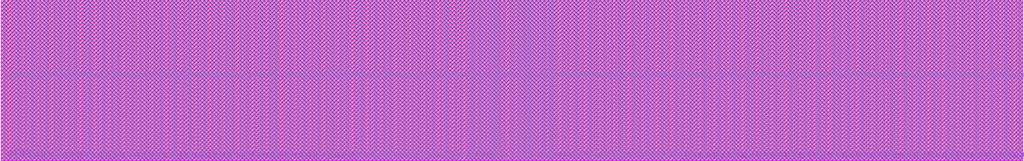
<source format=lef>
# Confidential Information of ARM, Inc.
# Use subject to ARM license.
# Copyright (c) 2024 ARM, Inc.

# ACI Version r1p1

# Reifier 4.0.0

VERSION 5.7 ;

BUSBITCHARS "[]" ;

#name: High Density Dual Port SRAM RVT RVT Compiler | LOGIC0040LL 40nm Process 0.589um^2 Bit Cell
#version: r1p1
#comment: 
#configuration:  -activity_factor 50 -back_biasing off -bits 64 -bmux on -bus_notation on -check_instname on -diodes on -drive 6 -ema on -frequency 1.0 -instname SRAMdpw64d256 -left_bus_delim "[" -mux 4 -mvt "" -name_case upper -power_type otc -prefix "" -pwr_gnd_rename vddpe:VDDPE,vddce:VDDCE,vsse:VSSE -retention on -right_bus_delim "]" -rows_p_bl 256 -ser none -site_def off -top_layer m5-m10 -words 256 -write_mask off -write_thru off -corners ff_1p21v_1p21v_0c,ff_1p21v_1p21v_125c,ff_1p21v_1p21v_m40c,ss_0p99v_0p99v_0c,ss_0p99v_0p99v_125c,ss_0p99v_0p99v_m40c,tt_1p10v_1p10v_125c,tt_1p10v_1p10v_25c,tt_1p10v_1p10v_85c
MACRO SRAMdpw64d256
  FOREIGN SRAMdpw64d256 0 0 ;
  SYMMETRY X Y R90 ;
  SIZE 442.43 BY 69.945 ;
  CLASS BLOCK ;
  PIN RET1N
    DIRECTION INPUT ;
    USE SIGNAL ;
    SHAPE ABUTMENT ;
    PORT
      LAYER M3 ;
      RECT 221.955 0.0 222.095 0.25 ;
      LAYER M2 ;
      RECT 221.955 0.0 222.095 0.25 ;
      LAYER M1 ;
      RECT 221.955 0.0 222.095 0.25 ;
      END
    ANTENNAGATEAREA 0.0114 ;
    ANTENNADIFFAREA 0.035 ;
    END RET1N
  PIN COLLDISN
    DIRECTION INPUT ;
    USE SIGNAL ;
    SHAPE ABUTMENT ;
    PORT
      LAYER M1 ;
      RECT 229.855 0.0 229.995 0.25 ;
      LAYER M2 ;
      RECT 229.855 0.0 229.995 0.25 ;
      END
    ANTENNAGATEAREA 0.0114 ;
    ANTENNADIFFAREA 0.035 ;
    END COLLDISN
  PIN SOA[0]
    DIRECTION OUTPUT ;
    USE SIGNAL ;
    SHAPE ABUTMENT ;
    PORT
      LAYER M4 ;
      RECT 211.51 0.0 211.65 0.25 ;
      LAYER M3 ;
      RECT 211.51 0.0 211.65 0.25 ;
      LAYER M2 ;
      RECT 211.51 0.0 211.65 0.25 ;
      LAYER M1 ;
      RECT 211.51 0.0 211.65 0.25 ;
      END
    ANTENNADIFFAREA 0.035 ;
    END SOA[0]
  PIN SOA[1]
    DIRECTION OUTPUT ;
    USE SIGNAL ;
    SHAPE ABUTMENT ;
    PORT
      LAYER M1 ;
      RECT 230.6 0.0 230.74 0.25 ;
      LAYER M2 ;
      RECT 230.6 0.0 230.74 0.25 ;
      END
    ANTENNADIFFAREA 0.035 ;
    END SOA[1]
  PIN CLKA
    DIRECTION INPUT ;
    USE SIGNAL ;
    SHAPE ABUTMENT ;
    PORT
      LAYER M3 ;
      RECT 211.21 0.0 211.35 0.25 ;
      LAYER M2 ;
      RECT 211.21 0.0 211.35 0.25 ;
      LAYER M1 ;
      RECT 211.21 0.0 211.35 0.25 ;
      END
    ANTENNAGATEAREA 0.0114 ;
    ANTENNADIFFAREA 0.035 ;
    END CLKA
  PIN CLKB
    DIRECTION INPUT ;
    USE SIGNAL ;
    SHAPE ABUTMENT ;
    PORT
      LAYER M1 ;
      RECT 231.02 0.0 231.16 0.25 ;
      LAYER M2 ;
      RECT 231.02 0.0 231.16 0.25 ;
      LAYER M3 ;
      RECT 231.02 0.0 231.16 0.25 ;
      END
    ANTENNAGATEAREA 0.0114 ;
    ANTENNADIFFAREA 0.035 ;
    END CLKB
  PIN SOB[0]
    DIRECTION OUTPUT ;
    USE SIGNAL ;
    SHAPE ABUTMENT ;
    PORT
      LAYER M4 ;
      RECT 210.605 0.0 210.745 0.25 ;
      LAYER M3 ;
      RECT 210.605 0.0 210.745 0.25 ;
      LAYER M2 ;
      RECT 210.605 0.0 210.745 0.25 ;
      LAYER M1 ;
      RECT 210.605 0.0 210.745 0.25 ;
      END
    ANTENNADIFFAREA 0.035 ;
    END SOB[0]
  PIN SOB[1]
    DIRECTION OUTPUT ;
    USE SIGNAL ;
    SHAPE ABUTMENT ;
    PORT
      LAYER M1 ;
      RECT 231.685 0.0 231.825 0.25 ;
      LAYER M2 ;
      RECT 231.685 0.0 231.825 0.25 ;
      LAYER M3 ;
      RECT 231.685 0.0 231.825 0.25 ;
      LAYER M4 ;
      RECT 231.685 0.0 231.825 0.25 ;
      END
    ANTENNADIFFAREA 0.035 ;
    END SOB[1]
  PIN EMAWA[0]
    DIRECTION INPUT ;
    USE SIGNAL ;
    SHAPE ABUTMENT ;
    PORT
      LAYER M3 ;
      RECT 207.03 0.0 207.17 0.25 ;
      LAYER M2 ;
      RECT 207.03 0.0 207.17 0.25 ;
      LAYER M1 ;
      RECT 207.03 0.0 207.17 0.25 ;
      END
    ANTENNAGATEAREA 0.0114 ;
    ANTENNADIFFAREA 0.035 ;
    END EMAWA[0]
  PIN EMAWB[0]
    DIRECTION INPUT ;
    USE SIGNAL ;
    SHAPE ABUTMENT ;
    PORT
      LAYER M1 ;
      RECT 235.235 0.0 235.375 0.25 ;
      LAYER M2 ;
      RECT 235.235 0.0 235.375 0.25 ;
      LAYER M3 ;
      RECT 235.235 0.0 235.375 0.25 ;
      END
    ANTENNAGATEAREA 0.0114 ;
    ANTENNADIFFAREA 0.035 ;
    END EMAWB[0]
  PIN AYA[0]
    DIRECTION OUTPUT ;
    USE SIGNAL ;
    SHAPE ABUTMENT ;
    PORT
      LAYER M3 ;
      RECT 206.29 0.0 206.43 0.25 ;
      LAYER M2 ;
      RECT 206.29 0.0 206.43 0.25 ;
      LAYER M1 ;
      RECT 206.29 0.0 206.43 0.25 ;
      END
    ANTENNADIFFAREA 0.035 ;
    END AYA[0]
  PIN AYB[0]
    DIRECTION OUTPUT ;
    USE SIGNAL ;
    SHAPE ABUTMENT ;
    PORT
      LAYER M1 ;
      RECT 235.68 0.0 235.82 0.25 ;
      LAYER M2 ;
      RECT 235.68 0.0 235.82 0.25 ;
      LAYER M3 ;
      RECT 235.68 0.0 235.82 0.25 ;
      END
    ANTENNADIFFAREA 0.035 ;
    END AYB[0]
  PIN TAA[0]
    DIRECTION INPUT ;
    USE SIGNAL ;
    SHAPE ABUTMENT ;
    PORT
      LAYER M3 ;
      RECT 205.565 0.0 205.705 0.25 ;
      LAYER M2 ;
      RECT 205.565 0.0 205.705 0.25 ;
      LAYER M1 ;
      RECT 205.565 0.0 205.705 0.25 ;
      END
    ANTENNAGATEAREA 0.0114 ;
    ANTENNADIFFAREA 0.035 ;
    END TAA[0]
  PIN TAB[0]
    DIRECTION INPUT ;
    USE SIGNAL ;
    SHAPE ABUTMENT ;
    PORT
      LAYER M1 ;
      RECT 237.36 0.0 237.5 0.25 ;
      LAYER M2 ;
      RECT 237.36 0.0 237.5 0.25 ;
      LAYER M3 ;
      RECT 237.36 0.0 237.5 0.25 ;
      END
    ANTENNAGATEAREA 0.0114 ;
    ANTENNADIFFAREA 0.035 ;
    END TAB[0]
  PIN AA[0]
    DIRECTION INPUT ;
    USE SIGNAL ;
    SHAPE ABUTMENT ;
    PORT
      LAYER M3 ;
      RECT 205.26 0.0 205.4 0.25 ;
      LAYER M2 ;
      RECT 205.26 0.0 205.4 0.25 ;
      LAYER M1 ;
      RECT 205.26 0.0 205.4 0.25 ;
      END
    ANTENNAGATEAREA 0.0114 ;
    ANTENNADIFFAREA 0.035 ;
    END AA[0]
  PIN AB[0]
    DIRECTION INPUT ;
    USE SIGNAL ;
    SHAPE ABUTMENT ;
    PORT
      LAYER M1 ;
      RECT 237.77 0.0 237.91 0.25 ;
      LAYER M2 ;
      RECT 237.77 0.0 237.91 0.25 ;
      LAYER M3 ;
      RECT 237.77 0.0 237.91 0.25 ;
      END
    ANTENNAGATEAREA 0.0114 ;
    ANTENNADIFFAREA 0.035 ;
    END AB[0]
  PIN EMAWA[1]
    DIRECTION INPUT ;
    USE SIGNAL ;
    SHAPE ABUTMENT ;
    PORT
      LAYER M3 ;
      RECT 203.02 0.0 203.16 0.25 ;
      LAYER M2 ;
      RECT 203.02 0.0 203.16 0.25 ;
      LAYER M1 ;
      RECT 203.02 0.0 203.16 0.25 ;
      END
    ANTENNAGATEAREA 0.0114 ;
    ANTENNADIFFAREA 0.035 ;
    END EMAWA[1]
  PIN EMAWB[1]
    DIRECTION INPUT ;
    USE SIGNAL ;
    SHAPE ABUTMENT ;
    PORT
      LAYER M1 ;
      RECT 239.27 0.0 239.41 0.25 ;
      LAYER M2 ;
      RECT 239.27 0.0 239.41 0.25 ;
      LAYER M3 ;
      RECT 239.27 0.0 239.41 0.25 ;
      END
    ANTENNAGATEAREA 0.0114 ;
    ANTENNADIFFAREA 0.035 ;
    END EMAWB[1]
  PIN EMAA[0]
    DIRECTION INPUT ;
    USE SIGNAL ;
    SHAPE ABUTMENT ;
    PORT
      LAYER M3 ;
      RECT 202.64 0.0 202.78 0.25 ;
      LAYER M2 ;
      RECT 202.64 0.0 202.78 0.25 ;
      LAYER M1 ;
      RECT 202.64 0.0 202.78 0.25 ;
      END
    ANTENNAGATEAREA 0.0114 ;
    ANTENNADIFFAREA 0.035 ;
    END EMAA[0]
  PIN EMAB[0]
    DIRECTION INPUT ;
    USE SIGNAL ;
    SHAPE ABUTMENT ;
    PORT
      LAYER M1 ;
      RECT 239.65 0.0 239.79 0.25 ;
      LAYER M2 ;
      RECT 239.65 0.0 239.79 0.25 ;
      LAYER M3 ;
      RECT 239.65 0.0 239.79 0.25 ;
      END
    ANTENNAGATEAREA 0.0114 ;
    ANTENNADIFFAREA 0.035 ;
    END EMAB[0]
  PIN AYA[1]
    DIRECTION OUTPUT ;
    USE SIGNAL ;
    SHAPE ABUTMENT ;
    PORT
      LAYER M3 ;
      RECT 201.825 0.0 201.965 0.25 ;
      LAYER M2 ;
      RECT 201.825 0.0 201.965 0.25 ;
      LAYER M1 ;
      RECT 201.825 0.0 201.965 0.25 ;
      END
    ANTENNADIFFAREA 0.035 ;
    END AYA[1]
  PIN AYB[1]
    DIRECTION OUTPUT ;
    USE SIGNAL ;
    SHAPE ABUTMENT ;
    PORT
      LAYER M1 ;
      RECT 240.27 0.0 240.41 0.25 ;
      LAYER M2 ;
      RECT 240.27 0.0 240.41 0.25 ;
      LAYER M3 ;
      RECT 240.27 0.0 240.41 0.25 ;
      END
    ANTENNADIFFAREA 0.035 ;
    END AYB[1]
  PIN TAA[1]
    DIRECTION INPUT ;
    USE SIGNAL ;
    SHAPE ABUTMENT ;
    PORT
      LAYER M3 ;
      RECT 201.225 0.0 201.365 0.25 ;
      LAYER M2 ;
      RECT 201.225 0.0 201.365 0.25 ;
      LAYER M1 ;
      RECT 201.225 0.0 201.365 0.25 ;
      END
    ANTENNAGATEAREA 0.0114 ;
    ANTENNADIFFAREA 0.035 ;
    END TAA[1]
  PIN TAB[1]
    DIRECTION INPUT ;
    USE SIGNAL ;
    SHAPE ABUTMENT ;
    PORT
      LAYER M1 ;
      RECT 240.705 0.0 240.845 0.25 ;
      LAYER M2 ;
      RECT 240.705 0.0 240.845 0.25 ;
      LAYER M3 ;
      RECT 240.705 0.0 240.845 0.25 ;
      END
    ANTENNAGATEAREA 0.0114 ;
    ANTENNADIFFAREA 0.035 ;
    END TAB[1]
  PIN AA[1]
    DIRECTION INPUT ;
    USE SIGNAL ;
    SHAPE ABUTMENT ;
    PORT
      LAYER M3 ;
      RECT 200.775 0.0 200.915 0.25 ;
      LAYER M2 ;
      RECT 200.775 0.0 200.915 0.25 ;
      LAYER M1 ;
      RECT 200.775 0.0 200.915 0.25 ;
      END
    ANTENNAGATEAREA 0.0114 ;
    ANTENNADIFFAREA 0.035 ;
    END AA[1]
  PIN AB[1]
    DIRECTION INPUT ;
    USE SIGNAL ;
    SHAPE ABUTMENT ;
    PORT
      LAYER M1 ;
      RECT 241.26 0.0 241.4 0.25 ;
      LAYER M2 ;
      RECT 241.26 0.0 241.4 0.25 ;
      LAYER M3 ;
      RECT 241.26 0.0 241.4 0.25 ;
      END
    ANTENNAGATEAREA 0.0114 ;
    ANTENNADIFFAREA 0.035 ;
    END AB[1]
  PIN EMAA[2]
    DIRECTION INPUT ;
    USE SIGNAL ;
    SHAPE ABUTMENT ;
    PORT
      LAYER M3 ;
      RECT 199.8 0.0 199.94 0.25 ;
      LAYER M2 ;
      RECT 199.8 0.0 199.94 0.25 ;
      LAYER M1 ;
      RECT 199.8 0.0 199.94 0.25 ;
      END
    ANTENNAGATEAREA 0.0114 ;
    ANTENNADIFFAREA 0.035 ;
    END EMAA[2]
  PIN EMAB[2]
    DIRECTION INPUT ;
    USE SIGNAL ;
    SHAPE ABUTMENT ;
    PORT
      LAYER M1 ;
      RECT 242.705 0.0 242.845 0.25 ;
      LAYER M2 ;
      RECT 242.705 0.0 242.845 0.25 ;
      LAYER M3 ;
      RECT 242.705 0.0 242.845 0.25 ;
      END
    ANTENNAGATEAREA 0.0114 ;
    ANTENNADIFFAREA 0.035 ;
    END EMAB[2]
  PIN TDB[31]
    DIRECTION INPUT ;
    USE SIGNAL ;
    SHAPE ABUTMENT ;
    PORT
      LAYER M3 ;
      RECT 199.185 0.0 199.325 0.25 ;
      LAYER M2 ;
      RECT 199.185 0.0 199.325 0.25 ;
      LAYER M1 ;
      RECT 199.185 0.0 199.325 0.25 ;
      END
    ANTENNAGATEAREA 0.0114 ;
    ANTENNADIFFAREA 0.035 ;
    END TDB[31]
  PIN TDB[32]
    DIRECTION INPUT ;
    USE SIGNAL ;
    SHAPE ABUTMENT ;
    PORT
      LAYER M1 ;
      RECT 243.065 0.0 243.205 0.25 ;
      LAYER M2 ;
      RECT 243.065 0.0 243.205 0.25 ;
      LAYER M3 ;
      RECT 243.065 0.0 243.205 0.25 ;
      END
    ANTENNAGATEAREA 0.0114 ;
    ANTENNADIFFAREA 0.035 ;
    END TDB[32]
  PIN EMAA[1]
    DIRECTION INPUT ;
    USE SIGNAL ;
    SHAPE ABUTMENT ;
    PORT
      LAYER M3 ;
      RECT 198.905 0.0 199.045 0.25 ;
      LAYER M2 ;
      RECT 198.905 0.0 199.045 0.25 ;
      LAYER M1 ;
      RECT 198.905 0.0 199.045 0.25 ;
      END
    ANTENNAGATEAREA 0.0114 ;
    ANTENNADIFFAREA 0.035 ;
    END EMAA[1]
  PIN EMAB[1]
    DIRECTION INPUT ;
    USE SIGNAL ;
    SHAPE ABUTMENT ;
    PORT
      LAYER M1 ;
      RECT 243.385 0.0 243.525 0.25 ;
      LAYER M2 ;
      RECT 243.385 0.0 243.525 0.25 ;
      LAYER M3 ;
      RECT 243.385 0.0 243.525 0.25 ;
      END
    ANTENNAGATEAREA 0.0114 ;
    ANTENNADIFFAREA 0.035 ;
    END EMAB[1]
  PIN QB[31]
    DIRECTION OUTPUT ;
    USE SIGNAL ;
    SHAPE ABUTMENT ;
    PORT
      LAYER M4 ;
      RECT 198.625 0.0 198.765 0.25 ;
      LAYER M3 ;
      RECT 198.625 0.0 198.765 0.25 ;
      END
    ANTENNADIFFAREA 0.035 ;
    END QB[31]
  PIN QB[32]
    DIRECTION OUTPUT ;
    USE SIGNAL ;
    SHAPE ABUTMENT ;
    PORT
      LAYER M3 ;
      RECT 243.665 0.0 243.805 0.25 ;
      LAYER M4 ;
      RECT 243.665 0.0 243.805 0.25 ;
      END
    ANTENNADIFFAREA 0.035 ;
    END QB[32]
  PIN DB[31]
    DIRECTION INPUT ;
    USE SIGNAL ;
    SHAPE ABUTMENT ;
    PORT
      LAYER M3 ;
      RECT 198.275 0.0 198.415 0.25 ;
      LAYER M2 ;
      RECT 198.275 0.0 198.415 0.25 ;
      LAYER M1 ;
      RECT 198.275 0.0 198.415 0.25 ;
      END
    ANTENNAGATEAREA 0.0114 ;
    ANTENNADIFFAREA 0.035 ;
    END DB[31]
  PIN DB[32]
    DIRECTION INPUT ;
    USE SIGNAL ;
    SHAPE ABUTMENT ;
    PORT
      LAYER M1 ;
      RECT 244.035 0.0 244.175 0.25 ;
      LAYER M2 ;
      RECT 244.035 0.0 244.175 0.25 ;
      LAYER M3 ;
      RECT 244.035 0.0 244.175 0.25 ;
      END
    ANTENNAGATEAREA 0.0114 ;
    ANTENNADIFFAREA 0.035 ;
    END DB[32]
  PIN DA[31]
    DIRECTION INPUT ;
    USE SIGNAL ;
    SHAPE ABUTMENT ;
    PORT
      LAYER M4 ;
      RECT 194.545 0.0 194.685 0.25 ;
      LAYER M3 ;
      RECT 194.545 0.0 194.685 0.25 ;
      LAYER M2 ;
      RECT 194.545 0.0 194.685 0.25 ;
      LAYER M1 ;
      RECT 194.545 0.0 194.685 0.25 ;
      END
    ANTENNAGATEAREA 0.0114 ;
    ANTENNADIFFAREA 0.035 ;
    END DA[31]
  PIN DA[32]
    DIRECTION INPUT ;
    USE SIGNAL ;
    SHAPE ABUTMENT ;
    PORT
      LAYER M1 ;
      RECT 247.745 0.0 247.885 0.25 ;
      LAYER M2 ;
      RECT 247.745 0.0 247.885 0.25 ;
      LAYER M3 ;
      RECT 247.745 0.0 247.885 0.25 ;
      LAYER M4 ;
      RECT 247.745 0.0 247.885 0.25 ;
      END
    ANTENNAGATEAREA 0.0114 ;
    ANTENNADIFFAREA 0.035 ;
    END DA[32]
  PIN QA[31]
    DIRECTION OUTPUT ;
    USE SIGNAL ;
    SHAPE ABUTMENT ;
    PORT
      LAYER M4 ;
      RECT 194.245 0.0 194.385 0.25 ;
      LAYER M3 ;
      RECT 194.245 0.0 194.385 0.25 ;
      END
    ANTENNADIFFAREA 0.035 ;
    END QA[31]
  PIN QA[32]
    DIRECTION OUTPUT ;
    USE SIGNAL ;
    SHAPE ABUTMENT ;
    PORT
      LAYER M3 ;
      RECT 248.135 0.0 248.275 0.25 ;
      LAYER M4 ;
      RECT 248.135 0.0 248.275 0.25 ;
      END
    ANTENNADIFFAREA 0.035 ;
    END QA[32]
  PIN TDA[31]
    DIRECTION INPUT ;
    USE SIGNAL ;
    SHAPE ABUTMENT ;
    PORT
      LAYER M3 ;
      RECT 193.685 0.0 193.825 0.25 ;
      LAYER M2 ;
      RECT 193.685 0.0 193.825 0.25 ;
      LAYER M1 ;
      RECT 193.685 0.0 193.825 0.25 ;
      END
    ANTENNAGATEAREA 0.0114 ;
    ANTENNADIFFAREA 0.035 ;
    END TDA[31]
  PIN TDA[32]
    DIRECTION INPUT ;
    USE SIGNAL ;
    SHAPE ABUTMENT ;
    PORT
      LAYER M1 ;
      RECT 248.815 0.0 248.955 0.25 ;
      LAYER M2 ;
      RECT 248.815 0.0 248.955 0.25 ;
      LAYER M3 ;
      RECT 248.815 0.0 248.955 0.25 ;
      END
    ANTENNAGATEAREA 0.0114 ;
    ANTENNADIFFAREA 0.035 ;
    END TDA[32]
  PIN TDB[30]
    DIRECTION INPUT ;
    USE SIGNAL ;
    SHAPE ABUTMENT ;
    PORT
      LAYER M3 ;
      RECT 193.125 0.0 193.265 0.25 ;
      LAYER M2 ;
      RECT 193.125 0.0 193.265 0.25 ;
      LAYER M1 ;
      RECT 193.125 0.0 193.265 0.25 ;
      END
    ANTENNAGATEAREA 0.0114 ;
    ANTENNADIFFAREA 0.035 ;
    END TDB[30]
  PIN TDB[33]
    DIRECTION INPUT ;
    USE SIGNAL ;
    SHAPE ABUTMENT ;
    PORT
      LAYER M1 ;
      RECT 249.38 0.0 249.52 0.25 ;
      LAYER M2 ;
      RECT 249.38 0.0 249.52 0.25 ;
      LAYER M3 ;
      RECT 249.38 0.0 249.52 0.25 ;
      END
    ANTENNAGATEAREA 0.0114 ;
    ANTENNADIFFAREA 0.035 ;
    END TDB[33]
  PIN QB[30]
    DIRECTION OUTPUT ;
    USE SIGNAL ;
    SHAPE ABUTMENT ;
    PORT
      LAYER M4 ;
      RECT 192.425 0.0 192.565 0.25 ;
      LAYER M3 ;
      RECT 192.425 0.0 192.565 0.25 ;
      END
    ANTENNADIFFAREA 0.035 ;
    END QB[30]
  PIN QB[33]
    DIRECTION OUTPUT ;
    USE SIGNAL ;
    SHAPE ABUTMENT ;
    PORT
      LAYER M3 ;
      RECT 250.0 0.0 250.14 0.25 ;
      LAYER M4 ;
      RECT 250.0 0.0 250.14 0.25 ;
      END
    ANTENNADIFFAREA 0.035 ;
    END QB[33]
  PIN DB[30]
    DIRECTION INPUT ;
    USE SIGNAL ;
    SHAPE ABUTMENT ;
    PORT
      LAYER M4 ;
      RECT 192.035 0.0 192.175 0.25 ;
      LAYER M3 ;
      RECT 192.035 0.0 192.175 0.25 ;
      LAYER M2 ;
      RECT 192.035 0.0 192.175 0.25 ;
      LAYER M1 ;
      RECT 192.035 0.0 192.175 0.25 ;
      END
    ANTENNAGATEAREA 0.0114 ;
    ANTENNADIFFAREA 0.035 ;
    END DB[30]
  PIN DB[33]
    DIRECTION INPUT ;
    USE SIGNAL ;
    SHAPE ABUTMENT ;
    PORT
      LAYER M1 ;
      RECT 250.295 0.0 250.435 0.25 ;
      LAYER M2 ;
      RECT 250.295 0.0 250.435 0.25 ;
      LAYER M3 ;
      RECT 250.295 0.0 250.435 0.25 ;
      END
    ANTENNAGATEAREA 0.0114 ;
    ANTENNADIFFAREA 0.035 ;
    END DB[33]
  PIN SEA
    DIRECTION INPUT ;
    USE SIGNAL ;
    SHAPE ABUTMENT ;
    PORT
      LAYER M3 ;
      RECT 190.505 0.0 190.645 0.25 ;
      LAYER M2 ;
      RECT 190.505 0.0 190.645 0.25 ;
      LAYER M1 ;
      RECT 190.505 0.0 190.645 0.25 ;
      END
    ANTENNAGATEAREA 0.0114 ;
    ANTENNADIFFAREA 0.035 ;
    END SEA
  PIN SEB
    DIRECTION INPUT ;
    USE SIGNAL ;
    SHAPE ABUTMENT ;
    PORT
      LAYER M1 ;
      RECT 251.52 0.0 251.66 0.25 ;
      LAYER M2 ;
      RECT 251.52 0.0 251.66 0.25 ;
      LAYER M3 ;
      RECT 251.52 0.0 251.66 0.25 ;
      END
    ANTENNAGATEAREA 0.0114 ;
    ANTENNADIFFAREA 0.035 ;
    END SEB
  PIN AYA[2]
    DIRECTION OUTPUT ;
    USE SIGNAL ;
    SHAPE ABUTMENT ;
    PORT
      LAYER M3 ;
      RECT 190.13 0.0 190.27 0.25 ;
      LAYER M2 ;
      RECT 190.13 0.0 190.27 0.25 ;
      LAYER M1 ;
      RECT 190.13 0.0 190.27 0.25 ;
      END
    ANTENNADIFFAREA 0.035 ;
    END AYA[2]
  PIN AYB[2]
    DIRECTION OUTPUT ;
    USE SIGNAL ;
    SHAPE ABUTMENT ;
    PORT
      LAYER M1 ;
      RECT 251.82 0.0 251.96 0.25 ;
      LAYER M2 ;
      RECT 251.82 0.0 251.96 0.25 ;
      LAYER M3 ;
      RECT 251.82 0.0 251.96 0.25 ;
      END
    ANTENNADIFFAREA 0.035 ;
    END AYB[2]
  PIN TAA[2]
    DIRECTION INPUT ;
    USE SIGNAL ;
    SHAPE ABUTMENT ;
    PORT
      LAYER M3 ;
      RECT 189.825 0.0 189.965 0.25 ;
      LAYER M2 ;
      RECT 189.825 0.0 189.965 0.25 ;
      LAYER M1 ;
      RECT 189.825 0.0 189.965 0.25 ;
      END
    ANTENNAGATEAREA 0.0114 ;
    ANTENNADIFFAREA 0.035 ;
    END TAA[2]
  PIN TAB[2]
    DIRECTION INPUT ;
    USE SIGNAL ;
    SHAPE ABUTMENT ;
    PORT
      LAYER M1 ;
      RECT 252.585 0.0 252.725 0.25 ;
      LAYER M2 ;
      RECT 252.585 0.0 252.725 0.25 ;
      LAYER M3 ;
      RECT 252.585 0.0 252.725 0.25 ;
      END
    ANTENNAGATEAREA 0.0114 ;
    ANTENNADIFFAREA 0.035 ;
    END TAB[2]
  PIN AA[2]
    DIRECTION INPUT ;
    USE SIGNAL ;
    SHAPE ABUTMENT ;
    PORT
      LAYER M3 ;
      RECT 189.53 0.0 189.67 0.25 ;
      LAYER M2 ;
      RECT 189.53 0.0 189.67 0.25 ;
      LAYER M1 ;
      RECT 189.53 0.0 189.67 0.25 ;
      END
    ANTENNAGATEAREA 0.0114 ;
    ANTENNADIFFAREA 0.035 ;
    END AA[2]
  PIN AB[2]
    DIRECTION INPUT ;
    USE SIGNAL ;
    SHAPE ABUTMENT ;
    PORT
      LAYER M1 ;
      RECT 252.88 0.0 253.02 0.25 ;
      LAYER M2 ;
      RECT 252.88 0.0 253.02 0.25 ;
      LAYER M3 ;
      RECT 252.88 0.0 253.02 0.25 ;
      END
    ANTENNAGATEAREA 0.0114 ;
    ANTENNADIFFAREA 0.035 ;
    END AB[2]
  PIN DA[30]
    DIRECTION INPUT ;
    USE SIGNAL ;
    SHAPE ABUTMENT ;
    PORT
      LAYER M4 ;
      RECT 188.345 0.0 188.485 0.25 ;
      LAYER M3 ;
      RECT 188.345 0.0 188.485 0.25 ;
      LAYER M2 ;
      RECT 188.345 0.0 188.485 0.25 ;
      LAYER M1 ;
      RECT 188.345 0.0 188.485 0.25 ;
      END
    ANTENNAGATEAREA 0.0114 ;
    ANTENNADIFFAREA 0.035 ;
    END DA[30]
  PIN DA[33]
    DIRECTION INPUT ;
    USE SIGNAL ;
    SHAPE ABUTMENT ;
    PORT
      LAYER M1 ;
      RECT 253.945 0.0 254.085 0.25 ;
      LAYER M2 ;
      RECT 253.945 0.0 254.085 0.25 ;
      LAYER M3 ;
      RECT 253.945 0.0 254.085 0.25 ;
      LAYER M4 ;
      RECT 253.945 0.0 254.085 0.25 ;
      END
    ANTENNAGATEAREA 0.0114 ;
    ANTENNADIFFAREA 0.035 ;
    END DA[33]
  PIN QA[30]
    DIRECTION OUTPUT ;
    USE SIGNAL ;
    SHAPE ABUTMENT ;
    PORT
      LAYER M4 ;
      RECT 187.955 0.0 188.095 0.25 ;
      LAYER M3 ;
      RECT 187.955 0.0 188.095 0.25 ;
      END
    ANTENNADIFFAREA 0.035 ;
    END QA[30]
  PIN QA[33]
    DIRECTION OUTPUT ;
    USE SIGNAL ;
    SHAPE ABUTMENT ;
    PORT
      LAYER M3 ;
      RECT 254.335 0.0 254.475 0.25 ;
      LAYER M4 ;
      RECT 254.335 0.0 254.475 0.25 ;
      END
    ANTENNADIFFAREA 0.035 ;
    END QA[33]
  PIN TDA[30]
    DIRECTION INPUT ;
    USE SIGNAL ;
    SHAPE ABUTMENT ;
    PORT
      LAYER M3 ;
      RECT 187.34 0.0 187.48 0.25 ;
      LAYER M2 ;
      RECT 187.34 0.0 187.48 0.25 ;
      LAYER M1 ;
      RECT 187.34 0.0 187.48 0.25 ;
      END
    ANTENNAGATEAREA 0.0114 ;
    ANTENNADIFFAREA 0.035 ;
    END TDA[30]
  PIN TDA[33]
    DIRECTION INPUT ;
    USE SIGNAL ;
    SHAPE ABUTMENT ;
    PORT
      LAYER M1 ;
      RECT 254.935 0.0 255.075 0.25 ;
      LAYER M2 ;
      RECT 254.935 0.0 255.075 0.25 ;
      LAYER M3 ;
      RECT 254.935 0.0 255.075 0.25 ;
      END
    ANTENNAGATEAREA 0.0114 ;
    ANTENNADIFFAREA 0.035 ;
    END TDA[33]
  PIN TDB[29]
    DIRECTION INPUT ;
    USE SIGNAL ;
    SHAPE ABUTMENT ;
    PORT
      LAYER M3 ;
      RECT 186.9 0.0 187.04 0.25 ;
      LAYER M2 ;
      RECT 186.9 0.0 187.04 0.25 ;
      LAYER M1 ;
      RECT 186.9 0.0 187.04 0.25 ;
      END
    ANTENNAGATEAREA 0.0114 ;
    ANTENNADIFFAREA 0.035 ;
    END TDB[29]
  PIN TDB[34]
    DIRECTION INPUT ;
    USE SIGNAL ;
    SHAPE ABUTMENT ;
    PORT
      LAYER M1 ;
      RECT 255.505 0.0 255.645 0.25 ;
      LAYER M2 ;
      RECT 255.505 0.0 255.645 0.25 ;
      LAYER M3 ;
      RECT 255.505 0.0 255.645 0.25 ;
      END
    ANTENNAGATEAREA 0.0114 ;
    ANTENNADIFFAREA 0.035 ;
    END TDB[34]
  PIN AYA[3]
    DIRECTION OUTPUT ;
    USE SIGNAL ;
    SHAPE ABUTMENT ;
    PORT
      LAYER M3 ;
      RECT 186.585 0.0 186.725 0.25 ;
      LAYER M2 ;
      RECT 186.585 0.0 186.725 0.25 ;
      LAYER M1 ;
      RECT 186.585 0.0 186.725 0.25 ;
      END
    ANTENNADIFFAREA 0.035 ;
    END AYA[3]
  PIN AYB[3]
    DIRECTION OUTPUT ;
    USE SIGNAL ;
    SHAPE ABUTMENT ;
    PORT
      LAYER M1 ;
      RECT 255.785 0.0 255.925 0.25 ;
      LAYER M2 ;
      RECT 255.785 0.0 255.925 0.25 ;
      LAYER M3 ;
      RECT 255.785 0.0 255.925 0.25 ;
      END
    ANTENNADIFFAREA 0.035 ;
    END AYB[3]
  PIN QB[29]
    DIRECTION OUTPUT ;
    USE SIGNAL ;
    SHAPE ABUTMENT ;
    PORT
      LAYER M4 ;
      RECT 186.225 0.0 186.365 0.25 ;
      LAYER M3 ;
      RECT 186.225 0.0 186.365 0.25 ;
      END
    ANTENNADIFFAREA 0.035 ;
    END QB[29]
  PIN QB[34]
    DIRECTION OUTPUT ;
    USE SIGNAL ;
    SHAPE ABUTMENT ;
    PORT
      LAYER M3 ;
      RECT 256.065 0.0 256.205 0.25 ;
      LAYER M4 ;
      RECT 256.065 0.0 256.205 0.25 ;
      END
    ANTENNADIFFAREA 0.035 ;
    END QB[34]
  PIN DB[29]
    DIRECTION INPUT ;
    USE SIGNAL ;
    SHAPE ABUTMENT ;
    PORT
      LAYER M4 ;
      RECT 185.92 0.0 186.06 0.25 ;
      LAYER M3 ;
      RECT 185.92 0.0 186.06 0.25 ;
      LAYER M2 ;
      RECT 185.92 0.0 186.06 0.25 ;
      LAYER M1 ;
      RECT 185.92 0.0 186.06 0.25 ;
      END
    ANTENNAGATEAREA 0.0114 ;
    ANTENNADIFFAREA 0.035 ;
    END DB[29]
  PIN DB[34]
    DIRECTION INPUT ;
    USE SIGNAL ;
    SHAPE ABUTMENT ;
    PORT
      LAYER M1 ;
      RECT 256.455 0.0 256.595 0.25 ;
      LAYER M2 ;
      RECT 256.455 0.0 256.595 0.25 ;
      LAYER M3 ;
      RECT 256.455 0.0 256.595 0.25 ;
      LAYER M4 ;
      RECT 256.455 0.0 256.595 0.25 ;
      END
    ANTENNAGATEAREA 0.0114 ;
    ANTENNADIFFAREA 0.035 ;
    END DB[34]
  PIN TAA[3]
    DIRECTION INPUT ;
    USE SIGNAL ;
    SHAPE ABUTMENT ;
    PORT
      LAYER M3 ;
      RECT 185.64 0.0 185.78 0.25 ;
      LAYER M2 ;
      RECT 185.64 0.0 185.78 0.25 ;
      LAYER M1 ;
      RECT 185.64 0.0 185.78 0.25 ;
      END
    ANTENNAGATEAREA 0.0114 ;
    ANTENNADIFFAREA 0.035 ;
    END TAA[3]
  PIN TAB[3]
    DIRECTION INPUT ;
    USE SIGNAL ;
    SHAPE ABUTMENT ;
    PORT
      LAYER M1 ;
      RECT 256.745 0.0 256.885 0.25 ;
      LAYER M2 ;
      RECT 256.745 0.0 256.885 0.25 ;
      LAYER M3 ;
      RECT 256.745 0.0 256.885 0.25 ;
      END
    ANTENNAGATEAREA 0.0114 ;
    ANTENNADIFFAREA 0.035 ;
    END TAB[3]
  PIN AA[3]
    DIRECTION INPUT ;
    USE SIGNAL ;
    SHAPE ABUTMENT ;
    PORT
      LAYER M3 ;
      RECT 184.63 0.0 184.77 0.25 ;
      LAYER M2 ;
      RECT 184.63 0.0 184.77 0.25 ;
      LAYER M1 ;
      RECT 184.63 0.0 184.77 0.25 ;
      END
    ANTENNAGATEAREA 0.0114 ;
    ANTENNADIFFAREA 0.035 ;
    END AA[3]
  PIN AB[3]
    DIRECTION INPUT ;
    USE SIGNAL ;
    SHAPE ABUTMENT ;
    PORT
      LAYER M1 ;
      RECT 257.595 0.0 257.735 0.25 ;
      LAYER M2 ;
      RECT 257.595 0.0 257.735 0.25 ;
      LAYER M3 ;
      RECT 257.595 0.0 257.735 0.25 ;
      END
    ANTENNAGATEAREA 0.0114 ;
    ANTENNADIFFAREA 0.035 ;
    END AB[3]
  PIN AYA[4]
    DIRECTION OUTPUT ;
    USE SIGNAL ;
    SHAPE ABUTMENT ;
    PORT
      LAYER M3 ;
      RECT 182.38 0.0 182.52 0.25 ;
      LAYER M2 ;
      RECT 182.38 0.0 182.52 0.25 ;
      LAYER M1 ;
      RECT 182.38 0.0 182.52 0.25 ;
      END
    ANTENNADIFFAREA 0.035 ;
    END AYA[4]
  PIN AYB[4]
    DIRECTION OUTPUT ;
    USE SIGNAL ;
    SHAPE ABUTMENT ;
    PORT
      LAYER M1 ;
      RECT 259.845 0.0 259.985 0.25 ;
      LAYER M2 ;
      RECT 259.845 0.0 259.985 0.25 ;
      LAYER M3 ;
      RECT 259.845 0.0 259.985 0.25 ;
      END
    ANTENNADIFFAREA 0.035 ;
    END AYB[4]
  PIN DA[29]
    DIRECTION INPUT ;
    USE SIGNAL ;
    SHAPE ABUTMENT ;
    PORT
      LAYER M4 ;
      RECT 182.1 0.0 182.24 0.25 ;
      LAYER M3 ;
      RECT 182.1 0.0 182.24 0.25 ;
      LAYER M2 ;
      RECT 182.1 0.0 182.24 0.25 ;
      LAYER M1 ;
      RECT 182.1 0.0 182.24 0.25 ;
      END
    ANTENNAGATEAREA 0.0114 ;
    ANTENNADIFFAREA 0.035 ;
    END DA[29]
  PIN DA[34]
    DIRECTION INPUT ;
    USE SIGNAL ;
    SHAPE ABUTMENT ;
    PORT
      LAYER M1 ;
      RECT 260.145 0.0 260.285 0.25 ;
      LAYER M2 ;
      RECT 260.145 0.0 260.285 0.25 ;
      LAYER M3 ;
      RECT 260.145 0.0 260.285 0.25 ;
      LAYER M4 ;
      RECT 260.145 0.0 260.285 0.25 ;
      END
    ANTENNAGATEAREA 0.0114 ;
    ANTENNADIFFAREA 0.035 ;
    END DA[34]
  PIN QA[29]
    DIRECTION OUTPUT ;
    USE SIGNAL ;
    SHAPE ABUTMENT ;
    PORT
      LAYER M4 ;
      RECT 181.755 0.0 181.895 0.25 ;
      LAYER M3 ;
      RECT 181.755 0.0 181.895 0.25 ;
      END
    ANTENNADIFFAREA 0.035 ;
    END QA[29]
  PIN QA[34]
    DIRECTION OUTPUT ;
    USE SIGNAL ;
    SHAPE ABUTMENT ;
    PORT
      LAYER M3 ;
      RECT 260.535 0.0 260.675 0.25 ;
      LAYER M4 ;
      RECT 260.535 0.0 260.675 0.25 ;
      END
    ANTENNADIFFAREA 0.035 ;
    END QA[34]
  PIN TAA[4]
    DIRECTION INPUT ;
    USE SIGNAL ;
    SHAPE ABUTMENT ;
    PORT
      LAYER M3 ;
      RECT 181.435 0.0 181.575 0.25 ;
      LAYER M2 ;
      RECT 181.435 0.0 181.575 0.25 ;
      LAYER M1 ;
      RECT 181.435 0.0 181.575 0.25 ;
      END
    ANTENNAGATEAREA 0.0114 ;
    ANTENNADIFFAREA 0.035 ;
    END TAA[4]
  PIN TAB[4]
    DIRECTION INPUT ;
    USE SIGNAL ;
    SHAPE ABUTMENT ;
    PORT
      LAYER M1 ;
      RECT 260.84 0.0 260.98 0.25 ;
      LAYER M2 ;
      RECT 260.84 0.0 260.98 0.25 ;
      LAYER M3 ;
      RECT 260.84 0.0 260.98 0.25 ;
      END
    ANTENNAGATEAREA 0.0114 ;
    ANTENNADIFFAREA 0.035 ;
    END TAB[4]
  PIN TDA[29]
    DIRECTION INPUT ;
    USE SIGNAL ;
    SHAPE ABUTMENT ;
    PORT
      LAYER M3 ;
      RECT 181.105 0.0 181.245 0.25 ;
      LAYER M2 ;
      RECT 181.105 0.0 181.245 0.25 ;
      LAYER M1 ;
      RECT 181.105 0.0 181.245 0.25 ;
      END
    ANTENNAGATEAREA 0.0114 ;
    ANTENNADIFFAREA 0.035 ;
    END TDA[29]
  PIN TDA[34]
    DIRECTION INPUT ;
    USE SIGNAL ;
    SHAPE ABUTMENT ;
    PORT
      LAYER M1 ;
      RECT 261.135 0.0 261.275 0.25 ;
      LAYER M2 ;
      RECT 261.135 0.0 261.275 0.25 ;
      LAYER M3 ;
      RECT 261.135 0.0 261.275 0.25 ;
      END
    ANTENNAGATEAREA 0.0114 ;
    ANTENNADIFFAREA 0.035 ;
    END TDA[34]
  PIN AA[4]
    DIRECTION INPUT ;
    USE SIGNAL ;
    SHAPE ABUTMENT ;
    PORT
      LAYER M3 ;
      RECT 180.82 0.0 180.96 0.25 ;
      LAYER M2 ;
      RECT 180.82 0.0 180.96 0.25 ;
      LAYER M1 ;
      RECT 180.82 0.0 180.96 0.25 ;
      END
    ANTENNAGATEAREA 0.0114 ;
    ANTENNADIFFAREA 0.035 ;
    END AA[4]
  PIN AB[4]
    DIRECTION INPUT ;
    USE SIGNAL ;
    SHAPE ABUTMENT ;
    PORT
      LAYER M1 ;
      RECT 261.455 0.0 261.595 0.25 ;
      LAYER M2 ;
      RECT 261.455 0.0 261.595 0.25 ;
      LAYER M3 ;
      RECT 261.455 0.0 261.595 0.25 ;
      END
    ANTENNAGATEAREA 0.0114 ;
    ANTENNADIFFAREA 0.035 ;
    END AB[4]
  PIN TDB[28]
    DIRECTION INPUT ;
    USE SIGNAL ;
    SHAPE ABUTMENT ;
    PORT
      LAYER M3 ;
      RECT 180.54 0.0 180.68 0.25 ;
      LAYER M2 ;
      RECT 180.54 0.0 180.68 0.25 ;
      LAYER M1 ;
      RECT 180.54 0.0 180.68 0.25 ;
      END
    ANTENNAGATEAREA 0.0114 ;
    ANTENNADIFFAREA 0.035 ;
    END TDB[28]
  PIN TDB[35]
    DIRECTION INPUT ;
    USE SIGNAL ;
    SHAPE ABUTMENT ;
    PORT
      LAYER M1 ;
      RECT 261.735 0.0 261.875 0.25 ;
      LAYER M2 ;
      RECT 261.735 0.0 261.875 0.25 ;
      LAYER M3 ;
      RECT 261.735 0.0 261.875 0.25 ;
      END
    ANTENNAGATEAREA 0.0114 ;
    ANTENNADIFFAREA 0.035 ;
    END TDB[35]
  PIN DFTRAMBYP
    DIRECTION INPUT ;
    USE SIGNAL ;
    SHAPE ABUTMENT ;
    PORT
      LAYER M3 ;
      RECT 180.26 0.0 180.4 0.25 ;
      LAYER M2 ;
      RECT 180.26 0.0 180.4 0.25 ;
      LAYER M1 ;
      RECT 180.26 0.0 180.4 0.25 ;
      END
    ANTENNAGATEAREA 0.0114 ;
    ANTENNADIFFAREA 0.035 ;
    END DFTRAMBYP
  PIN QB[35]
    DIRECTION OUTPUT ;
    USE SIGNAL ;
    SHAPE ABUTMENT ;
    PORT
      LAYER M3 ;
      RECT 262.265 0.0 262.405 0.25 ;
      LAYER M4 ;
      RECT 262.265 0.0 262.405 0.25 ;
      END
    ANTENNADIFFAREA 0.035 ;
    END QB[35]
  PIN QB[28]
    DIRECTION OUTPUT ;
    USE SIGNAL ;
    SHAPE ABUTMENT ;
    PORT
      LAYER M4 ;
      RECT 179.98 0.0 180.12 0.25 ;
      LAYER M3 ;
      RECT 179.98 0.0 180.12 0.25 ;
      END
    ANTENNADIFFAREA 0.035 ;
    END QB[28]
  PIN TENB
    DIRECTION INPUT ;
    USE SIGNAL ;
    SHAPE ABUTMENT ;
    PORT
      LAYER M1 ;
      RECT 262.545 0.0 262.685 0.25 ;
      LAYER M2 ;
      RECT 262.545 0.0 262.685 0.25 ;
      END
    ANTENNAGATEAREA 0.0114 ;
    ANTENNADIFFAREA 0.035 ;
    END TENB
  PIN TENA
    DIRECTION INPUT ;
    USE SIGNAL ;
    SHAPE ABUTMENT ;
    PORT
      LAYER M2 ;
      RECT 179.585 0.0 179.725 0.25 ;
      LAYER M1 ;
      RECT 179.585 0.0 179.725 0.25 ;
      END
    ANTENNAGATEAREA 0.0114 ;
    ANTENNADIFFAREA 0.035 ;
    END TENA
  PIN DB[35]
    DIRECTION INPUT ;
    USE SIGNAL ;
    SHAPE ABUTMENT ;
    PORT
      LAYER M1 ;
      RECT 262.825 0.0 262.965 0.25 ;
      LAYER M2 ;
      RECT 262.825 0.0 262.965 0.25 ;
      LAYER M3 ;
      RECT 262.825 0.0 262.965 0.25 ;
      END
    ANTENNAGATEAREA 0.0114 ;
    ANTENNADIFFAREA 0.035 ;
    END DB[35]
  PIN DB[28]
    DIRECTION INPUT ;
    USE SIGNAL ;
    SHAPE ABUTMENT ;
    PORT
      LAYER M3 ;
      RECT 179.275 0.0 179.415 0.25 ;
      LAYER M2 ;
      RECT 179.275 0.0 179.415 0.25 ;
      LAYER M1 ;
      RECT 179.275 0.0 179.415 0.25 ;
      END
    ANTENNAGATEAREA 0.0114 ;
    ANTENNADIFFAREA 0.035 ;
    END DB[28]
  PIN DA[35]
    DIRECTION INPUT ;
    USE SIGNAL ;
    SHAPE ABUTMENT ;
    PORT
      LAYER M1 ;
      RECT 266.345 0.0 266.485 0.25 ;
      LAYER M2 ;
      RECT 266.345 0.0 266.485 0.25 ;
      LAYER M3 ;
      RECT 266.345 0.0 266.485 0.25 ;
      LAYER M4 ;
      RECT 266.345 0.0 266.485 0.25 ;
      END
    ANTENNAGATEAREA 0.0114 ;
    ANTENNADIFFAREA 0.035 ;
    END DA[35]
  PIN DA[28]
    DIRECTION INPUT ;
    USE SIGNAL ;
    SHAPE ABUTMENT ;
    PORT
      LAYER M4 ;
      RECT 175.945 0.0 176.085 0.25 ;
      LAYER M3 ;
      RECT 175.945 0.0 176.085 0.25 ;
      LAYER M2 ;
      RECT 175.945 0.0 176.085 0.25 ;
      LAYER M1 ;
      RECT 175.945 0.0 176.085 0.25 ;
      END
    ANTENNAGATEAREA 0.0114 ;
    ANTENNADIFFAREA 0.035 ;
    END DA[28]
  PIN QA[35]
    DIRECTION OUTPUT ;
    USE SIGNAL ;
    SHAPE ABUTMENT ;
    PORT
      LAYER M3 ;
      RECT 266.66 0.0 266.8 0.25 ;
      LAYER M4 ;
      RECT 266.66 0.0 266.8 0.25 ;
      END
    ANTENNADIFFAREA 0.035 ;
    END QA[35]
  PIN QA[28]
    DIRECTION OUTPUT ;
    USE SIGNAL ;
    SHAPE ABUTMENT ;
    PORT
      LAYER M4 ;
      RECT 175.645 0.0 175.785 0.25 ;
      LAYER M3 ;
      RECT 175.645 0.0 175.785 0.25 ;
      END
    ANTENNADIFFAREA 0.035 ;
    END QA[28]
  PIN AYB[5]
    DIRECTION OUTPUT ;
    USE SIGNAL ;
    SHAPE ABUTMENT ;
    PORT
      LAYER M1 ;
      RECT 266.95 0.0 267.09 0.25 ;
      LAYER M2 ;
      RECT 266.95 0.0 267.09 0.25 ;
      LAYER M3 ;
      RECT 266.95 0.0 267.09 0.25 ;
      END
    ANTENNADIFFAREA 0.035 ;
    END AYB[5]
  PIN AYA[5]
    DIRECTION OUTPUT ;
    USE SIGNAL ;
    SHAPE ABUTMENT ;
    PORT
      LAYER M3 ;
      RECT 175.365 0.0 175.505 0.25 ;
      LAYER M2 ;
      RECT 175.365 0.0 175.505 0.25 ;
      LAYER M1 ;
      RECT 175.365 0.0 175.505 0.25 ;
      END
    ANTENNADIFFAREA 0.035 ;
    END AYA[5]
  PIN TDA[35]
    DIRECTION INPUT ;
    USE SIGNAL ;
    SHAPE ABUTMENT ;
    PORT
      LAYER M1 ;
      RECT 267.23 0.0 267.37 0.25 ;
      LAYER M2 ;
      RECT 267.23 0.0 267.37 0.25 ;
      LAYER M3 ;
      RECT 267.23 0.0 267.37 0.25 ;
      END
    ANTENNAGATEAREA 0.0114 ;
    ANTENNADIFFAREA 0.035 ;
    END TDA[35]
  PIN TDA[28]
    DIRECTION INPUT ;
    USE SIGNAL ;
    SHAPE ABUTMENT ;
    PORT
      LAYER M3 ;
      RECT 175.065 0.0 175.205 0.25 ;
      LAYER M2 ;
      RECT 175.065 0.0 175.205 0.25 ;
      LAYER M1 ;
      RECT 175.065 0.0 175.205 0.25 ;
      END
    ANTENNAGATEAREA 0.0114 ;
    ANTENNADIFFAREA 0.035 ;
    END TDA[28]
  PIN TAB[5]
    DIRECTION INPUT ;
    USE SIGNAL ;
    SHAPE ABUTMENT ;
    PORT
      LAYER M1 ;
      RECT 267.51 0.0 267.65 0.25 ;
      LAYER M2 ;
      RECT 267.51 0.0 267.65 0.25 ;
      LAYER M3 ;
      RECT 267.51 0.0 267.65 0.25 ;
      END
    ANTENNAGATEAREA 0.0114 ;
    ANTENNADIFFAREA 0.035 ;
    END TAB[5]
  PIN TAA[5]
    DIRECTION INPUT ;
    USE SIGNAL ;
    SHAPE ABUTMENT ;
    PORT
      LAYER M3 ;
      RECT 174.78 0.0 174.92 0.25 ;
      LAYER M2 ;
      RECT 174.78 0.0 174.92 0.25 ;
      LAYER M1 ;
      RECT 174.78 0.0 174.92 0.25 ;
      END
    ANTENNAGATEAREA 0.0114 ;
    ANTENNADIFFAREA 0.035 ;
    END TAA[5]
  PIN TDB[36]
    DIRECTION INPUT ;
    USE SIGNAL ;
    SHAPE ABUTMENT ;
    PORT
      LAYER M1 ;
      RECT 267.795 0.0 267.935 0.25 ;
      LAYER M2 ;
      RECT 267.795 0.0 267.935 0.25 ;
      LAYER M3 ;
      RECT 267.795 0.0 267.935 0.25 ;
      END
    ANTENNAGATEAREA 0.0114 ;
    ANTENNADIFFAREA 0.035 ;
    END TDB[36]
  PIN TDB[27]
    DIRECTION INPUT ;
    USE SIGNAL ;
    SHAPE ABUTMENT ;
    PORT
      LAYER M3 ;
      RECT 174.5 0.0 174.64 0.25 ;
      LAYER M2 ;
      RECT 174.5 0.0 174.64 0.25 ;
      LAYER M1 ;
      RECT 174.5 0.0 174.64 0.25 ;
      END
    ANTENNAGATEAREA 0.0114 ;
    ANTENNADIFFAREA 0.035 ;
    END TDB[27]
  PIN AB[5]
    DIRECTION INPUT ;
    USE SIGNAL ;
    SHAPE ABUTMENT ;
    PORT
      LAYER M1 ;
      RECT 268.075 0.0 268.215 0.25 ;
      LAYER M2 ;
      RECT 268.075 0.0 268.215 0.25 ;
      LAYER M3 ;
      RECT 268.075 0.0 268.215 0.25 ;
      END
    ANTENNAGATEAREA 0.0114 ;
    ANTENNADIFFAREA 0.035 ;
    END AB[5]
  PIN AA[5]
    DIRECTION INPUT ;
    USE SIGNAL ;
    SHAPE ABUTMENT ;
    PORT
      LAYER M3 ;
      RECT 174.175 0.0 174.315 0.25 ;
      LAYER M2 ;
      RECT 174.175 0.0 174.315 0.25 ;
      LAYER M1 ;
      RECT 174.175 0.0 174.315 0.25 ;
      END
    ANTENNAGATEAREA 0.0114 ;
    ANTENNADIFFAREA 0.035 ;
    END AA[5]
  PIN QB[36]
    DIRECTION OUTPUT ;
    USE SIGNAL ;
    SHAPE ABUTMENT ;
    PORT
      LAYER M3 ;
      RECT 268.465 0.0 268.605 0.25 ;
      LAYER M4 ;
      RECT 268.465 0.0 268.605 0.25 ;
      END
    ANTENNADIFFAREA 0.035 ;
    END QB[36]
  PIN QB[27]
    DIRECTION OUTPUT ;
    USE SIGNAL ;
    SHAPE ABUTMENT ;
    PORT
      LAYER M4 ;
      RECT 173.825 0.0 173.965 0.25 ;
      LAYER M3 ;
      RECT 173.825 0.0 173.965 0.25 ;
      END
    ANTENNADIFFAREA 0.035 ;
    END QB[27]
  PIN DB[36]
    DIRECTION INPUT ;
    USE SIGNAL ;
    SHAPE ABUTMENT ;
    PORT
      LAYER M1 ;
      RECT 268.855 0.0 268.995 0.25 ;
      LAYER M2 ;
      RECT 268.855 0.0 268.995 0.25 ;
      LAYER M3 ;
      RECT 268.855 0.0 268.995 0.25 ;
      LAYER M4 ;
      RECT 268.855 0.0 268.995 0.25 ;
      END
    ANTENNAGATEAREA 0.0114 ;
    ANTENNADIFFAREA 0.035 ;
    END DB[36]
  PIN DB[27]
    DIRECTION INPUT ;
    USE SIGNAL ;
    SHAPE ABUTMENT ;
    PORT
      LAYER M4 ;
      RECT 173.435 0.0 173.575 0.25 ;
      LAYER M3 ;
      RECT 173.435 0.0 173.575 0.25 ;
      LAYER M2 ;
      RECT 173.435 0.0 173.575 0.25 ;
      LAYER M1 ;
      RECT 173.435 0.0 173.575 0.25 ;
      END
    ANTENNAGATEAREA 0.0114 ;
    ANTENNADIFFAREA 0.035 ;
    END DB[27]
  PIN AYB[6]
    DIRECTION OUTPUT ;
    USE SIGNAL ;
    SHAPE ABUTMENT ;
    PORT
      LAYER M1 ;
      RECT 270.355 0.0 270.495 0.25 ;
      LAYER M2 ;
      RECT 270.355 0.0 270.495 0.25 ;
      LAYER M3 ;
      RECT 270.355 0.0 270.495 0.25 ;
      END
    ANTENNADIFFAREA 0.035 ;
    END AYB[6]
  PIN AYA[6]
    DIRECTION OUTPUT ;
    USE SIGNAL ;
    SHAPE ABUTMENT ;
    PORT
      LAYER M3 ;
      RECT 171.71 0.0 171.85 0.25 ;
      LAYER M2 ;
      RECT 171.71 0.0 171.85 0.25 ;
      LAYER M1 ;
      RECT 171.71 0.0 171.85 0.25 ;
      END
    ANTENNADIFFAREA 0.035 ;
    END AYA[6]
  PIN TAB[6]
    DIRECTION INPUT ;
    USE SIGNAL ;
    SHAPE ABUTMENT ;
    PORT
      LAYER M1 ;
      RECT 271.045 0.0 271.185 0.25 ;
      LAYER M2 ;
      RECT 271.045 0.0 271.185 0.25 ;
      LAYER M3 ;
      RECT 271.045 0.0 271.185 0.25 ;
      END
    ANTENNAGATEAREA 0.0114 ;
    ANTENNADIFFAREA 0.035 ;
    END TAB[6]
  PIN TAA[6]
    DIRECTION INPUT ;
    USE SIGNAL ;
    SHAPE ABUTMENT ;
    PORT
      LAYER M3 ;
      RECT 171.165 0.0 171.305 0.25 ;
      LAYER M2 ;
      RECT 171.165 0.0 171.305 0.25 ;
      LAYER M1 ;
      RECT 171.165 0.0 171.305 0.25 ;
      END
    ANTENNAGATEAREA 0.0114 ;
    ANTENNADIFFAREA 0.035 ;
    END TAA[6]
  PIN AB[6]
    DIRECTION INPUT ;
    USE SIGNAL ;
    SHAPE ABUTMENT ;
    PORT
      LAYER M1 ;
      RECT 271.325 0.0 271.465 0.25 ;
      LAYER M2 ;
      RECT 271.325 0.0 271.465 0.25 ;
      LAYER M3 ;
      RECT 271.325 0.0 271.465 0.25 ;
      END
    ANTENNAGATEAREA 0.0114 ;
    ANTENNADIFFAREA 0.035 ;
    END AB[6]
  PIN AA[6]
    DIRECTION INPUT ;
    USE SIGNAL ;
    SHAPE ABUTMENT ;
    PORT
      LAYER M3 ;
      RECT 170.865 0.0 171.005 0.25 ;
      LAYER M2 ;
      RECT 170.865 0.0 171.005 0.25 ;
      LAYER M1 ;
      RECT 170.865 0.0 171.005 0.25 ;
      END
    ANTENNAGATEAREA 0.0114 ;
    ANTENNADIFFAREA 0.035 ;
    END AA[6]
  PIN DA[36]
    DIRECTION INPUT ;
    USE SIGNAL ;
    SHAPE ABUTMENT ;
    PORT
      LAYER M1 ;
      RECT 272.545 0.0 272.685 0.25 ;
      LAYER M2 ;
      RECT 272.545 0.0 272.685 0.25 ;
      LAYER M3 ;
      RECT 272.545 0.0 272.685 0.25 ;
      LAYER M4 ;
      RECT 272.545 0.0 272.685 0.25 ;
      END
    ANTENNAGATEAREA 0.0114 ;
    ANTENNADIFFAREA 0.035 ;
    END DA[36]
  PIN DA[27]
    DIRECTION INPUT ;
    USE SIGNAL ;
    SHAPE ABUTMENT ;
    PORT
      LAYER M4 ;
      RECT 169.745 0.0 169.885 0.25 ;
      LAYER M3 ;
      RECT 169.745 0.0 169.885 0.25 ;
      LAYER M2 ;
      RECT 169.745 0.0 169.885 0.25 ;
      LAYER M1 ;
      RECT 169.745 0.0 169.885 0.25 ;
      END
    ANTENNAGATEAREA 0.0114 ;
    ANTENNADIFFAREA 0.035 ;
    END DA[27]
  PIN QA[36]
    DIRECTION OUTPUT ;
    USE SIGNAL ;
    SHAPE ABUTMENT ;
    PORT
      LAYER M3 ;
      RECT 272.935 0.0 273.075 0.25 ;
      LAYER M4 ;
      RECT 272.935 0.0 273.075 0.25 ;
      END
    ANTENNADIFFAREA 0.035 ;
    END QA[36]
  PIN QA[27]
    DIRECTION OUTPUT ;
    USE SIGNAL ;
    SHAPE ABUTMENT ;
    PORT
      LAYER M4 ;
      RECT 169.355 0.0 169.495 0.25 ;
      LAYER M3 ;
      RECT 169.355 0.0 169.495 0.25 ;
      END
    ANTENNADIFFAREA 0.035 ;
    END QA[27]
  PIN TDA[36]
    DIRECTION INPUT ;
    USE SIGNAL ;
    SHAPE ABUTMENT ;
    PORT
      LAYER M1 ;
      RECT 273.52 0.0 273.66 0.25 ;
      LAYER M2 ;
      RECT 273.52 0.0 273.66 0.25 ;
      LAYER M3 ;
      RECT 273.52 0.0 273.66 0.25 ;
      END
    ANTENNAGATEAREA 0.0114 ;
    ANTENNADIFFAREA 0.035 ;
    END TDA[36]
  PIN TDA[27]
    DIRECTION INPUT ;
    USE SIGNAL ;
    SHAPE ABUTMENT ;
    PORT
      LAYER M3 ;
      RECT 168.795 0.0 168.935 0.25 ;
      LAYER M2 ;
      RECT 168.795 0.0 168.935 0.25 ;
      LAYER M1 ;
      RECT 168.795 0.0 168.935 0.25 ;
      END
    ANTENNAGATEAREA 0.0114 ;
    ANTENNADIFFAREA 0.035 ;
    END TDA[27]
  PIN TDB[37]
    DIRECTION INPUT ;
    USE SIGNAL ;
    SHAPE ABUTMENT ;
    PORT
      LAYER M1 ;
      RECT 274.09 0.0 274.23 0.25 ;
      LAYER M2 ;
      RECT 274.09 0.0 274.23 0.25 ;
      LAYER M3 ;
      RECT 274.09 0.0 274.23 0.25 ;
      END
    ANTENNAGATEAREA 0.0114 ;
    ANTENNADIFFAREA 0.035 ;
    END TDB[37]
  PIN TDB[26]
    DIRECTION INPUT ;
    USE SIGNAL ;
    SHAPE ABUTMENT ;
    PORT
      LAYER M3 ;
      RECT 168.225 0.0 168.365 0.25 ;
      LAYER M2 ;
      RECT 168.225 0.0 168.365 0.25 ;
      LAYER M1 ;
      RECT 168.225 0.0 168.365 0.25 ;
      END
    ANTENNAGATEAREA 0.0114 ;
    ANTENNADIFFAREA 0.035 ;
    END TDB[26]
  PIN AYB[7]
    DIRECTION OUTPUT ;
    USE SIGNAL ;
    SHAPE ABUTMENT ;
    PORT
      LAYER M1 ;
      RECT 274.37 0.0 274.51 0.25 ;
      LAYER M2 ;
      RECT 274.37 0.0 274.51 0.25 ;
      LAYER M3 ;
      RECT 274.37 0.0 274.51 0.25 ;
      END
    ANTENNADIFFAREA 0.035 ;
    END AYB[7]
  PIN AYA[7]
    DIRECTION OUTPUT ;
    USE SIGNAL ;
    SHAPE ABUTMENT ;
    PORT
      LAYER M3 ;
      RECT 167.89 0.0 168.03 0.25 ;
      LAYER M2 ;
      RECT 167.89 0.0 168.03 0.25 ;
      LAYER M1 ;
      RECT 167.89 0.0 168.03 0.25 ;
      END
    ANTENNADIFFAREA 0.035 ;
    END AYA[7]
  PIN QB[37]
    DIRECTION OUTPUT ;
    USE SIGNAL ;
    SHAPE ABUTMENT ;
    PORT
      LAYER M3 ;
      RECT 274.665 0.0 274.805 0.25 ;
      LAYER M4 ;
      RECT 274.665 0.0 274.805 0.25 ;
      END
    ANTENNADIFFAREA 0.035 ;
    END QB[37]
  PIN QB[26]
    DIRECTION OUTPUT ;
    USE SIGNAL ;
    SHAPE ABUTMENT ;
    PORT
      LAYER M4 ;
      RECT 167.585 0.0 167.725 0.25 ;
      LAYER M3 ;
      RECT 167.585 0.0 167.725 0.25 ;
      END
    ANTENNADIFFAREA 0.035 ;
    END QB[26]
  PIN TAB[7]
    DIRECTION INPUT ;
    USE SIGNAL ;
    SHAPE ABUTMENT ;
    PORT
      LAYER M1 ;
      RECT 275.035 0.0 275.175 0.25 ;
      LAYER M2 ;
      RECT 275.035 0.0 275.175 0.25 ;
      END
    ANTENNAGATEAREA 0.0114 ;
    ANTENNADIFFAREA 0.035 ;
    END TAB[7]
  PIN TAA[7]
    DIRECTION INPUT ;
    USE SIGNAL ;
    SHAPE ABUTMENT ;
    PORT
      LAYER M2 ;
      RECT 167.285 0.0 167.425 0.25 ;
      LAYER M1 ;
      RECT 167.285 0.0 167.425 0.25 ;
      END
    ANTENNAGATEAREA 0.0114 ;
    ANTENNADIFFAREA 0.035 ;
    END TAA[7]
  PIN DB[37]
    DIRECTION INPUT ;
    USE SIGNAL ;
    SHAPE ABUTMENT ;
    PORT
      LAYER M1 ;
      RECT 275.315 0.0 275.455 0.25 ;
      LAYER M2 ;
      RECT 275.315 0.0 275.455 0.25 ;
      END
    ANTENNAGATEAREA 0.0114 ;
    ANTENNADIFFAREA 0.035 ;
    END DB[37]
  PIN DB[26]
    DIRECTION INPUT ;
    USE SIGNAL ;
    SHAPE ABUTMENT ;
    PORT
      LAYER M3 ;
      RECT 166.975 0.0 167.115 0.25 ;
      LAYER M2 ;
      RECT 166.975 0.0 167.115 0.25 ;
      LAYER M1 ;
      RECT 166.975 0.0 167.115 0.25 ;
      END
    ANTENNAGATEAREA 0.0114 ;
    ANTENNADIFFAREA 0.035 ;
    END DB[26]
  PIN AB[7]
    DIRECTION INPUT ;
    USE SIGNAL ;
    SHAPE ABUTMENT ;
    PORT
      LAYER M1 ;
      RECT 276.385 0.0 276.525 0.25 ;
      LAYER M2 ;
      RECT 276.385 0.0 276.525 0.25 ;
      LAYER M3 ;
      RECT 276.385 0.0 276.525 0.25 ;
      END
    ANTENNAGATEAREA 0.0114 ;
    ANTENNADIFFAREA 0.035 ;
    END AB[7]
  PIN AA[7]
    DIRECTION INPUT ;
    USE SIGNAL ;
    SHAPE ABUTMENT ;
    PORT
      LAYER M3 ;
      RECT 165.935 0.0 166.075 0.25 ;
      LAYER M2 ;
      RECT 165.935 0.0 166.075 0.25 ;
      LAYER M1 ;
      RECT 165.935 0.0 166.075 0.25 ;
      END
    ANTENNAGATEAREA 0.0114 ;
    ANTENNADIFFAREA 0.035 ;
    END AA[7]
  PIN DA[37]
    DIRECTION INPUT ;
    USE SIGNAL ;
    SHAPE ABUTMENT ;
    PORT
      LAYER M1 ;
      RECT 278.785 0.0 278.925 0.25 ;
      LAYER M2 ;
      RECT 278.785 0.0 278.925 0.25 ;
      LAYER M3 ;
      RECT 278.785 0.0 278.925 0.25 ;
      END
    ANTENNAGATEAREA 0.0114 ;
    ANTENNADIFFAREA 0.035 ;
    END DA[37]
  PIN DA[26]
    DIRECTION INPUT ;
    USE SIGNAL ;
    SHAPE ABUTMENT ;
    PORT
      LAYER M3 ;
      RECT 163.495 0.0 163.635 0.25 ;
      LAYER M2 ;
      RECT 163.495 0.0 163.635 0.25 ;
      LAYER M1 ;
      RECT 163.495 0.0 163.635 0.25 ;
      END
    ANTENNAGATEAREA 0.0114 ;
    ANTENNADIFFAREA 0.035 ;
    END DA[26]
  PIN QA[37]
    DIRECTION OUTPUT ;
    USE SIGNAL ;
    SHAPE ABUTMENT ;
    PORT
      LAYER M3 ;
      RECT 279.135 0.0 279.275 0.25 ;
      LAYER M4 ;
      RECT 279.135 0.0 279.275 0.25 ;
      END
    ANTENNADIFFAREA 0.035 ;
    END QA[37]
  PIN QA[26]
    DIRECTION OUTPUT ;
    USE SIGNAL ;
    SHAPE ABUTMENT ;
    PORT
      LAYER M4 ;
      RECT 163.185 0.0 163.325 0.25 ;
      LAYER M3 ;
      RECT 163.185 0.0 163.325 0.25 ;
      END
    ANTENNADIFFAREA 0.035 ;
    END QA[26]
  PIN TDA[37]
    DIRECTION INPUT ;
    USE SIGNAL ;
    SHAPE ABUTMENT ;
    PORT
      LAYER M1 ;
      RECT 279.845 0.0 279.985 0.25 ;
      LAYER M2 ;
      RECT 279.845 0.0 279.985 0.25 ;
      LAYER M3 ;
      RECT 279.845 0.0 279.985 0.25 ;
      END
    ANTENNAGATEAREA 0.0114 ;
    ANTENNADIFFAREA 0.035 ;
    END TDA[37]
  PIN TDA[26]
    DIRECTION INPUT ;
    USE SIGNAL ;
    SHAPE ABUTMENT ;
    PORT
      LAYER M3 ;
      RECT 162.615 0.0 162.755 0.25 ;
      LAYER M2 ;
      RECT 162.615 0.0 162.755 0.25 ;
      LAYER M1 ;
      RECT 162.615 0.0 162.755 0.25 ;
      END
    ANTENNAGATEAREA 0.0114 ;
    ANTENNADIFFAREA 0.035 ;
    END TDA[26]
  PIN TDB[38]
    DIRECTION INPUT ;
    USE SIGNAL ;
    SHAPE ABUTMENT ;
    PORT
      LAYER M1 ;
      RECT 280.41 0.0 280.55 0.25 ;
      LAYER M2 ;
      RECT 280.41 0.0 280.55 0.25 ;
      LAYER M3 ;
      RECT 280.41 0.0 280.55 0.25 ;
      END
    ANTENNAGATEAREA 0.0114 ;
    ANTENNADIFFAREA 0.035 ;
    END TDB[38]
  PIN TDB[25]
    DIRECTION INPUT ;
    USE SIGNAL ;
    SHAPE ABUTMENT ;
    PORT
      LAYER M3 ;
      RECT 162.025 0.0 162.165 0.25 ;
      LAYER M2 ;
      RECT 162.025 0.0 162.165 0.25 ;
      LAYER M1 ;
      RECT 162.025 0.0 162.165 0.25 ;
      END
    ANTENNAGATEAREA 0.0114 ;
    ANTENNADIFFAREA 0.035 ;
    END TDB[25]
  PIN QB[38]
    DIRECTION OUTPUT ;
    USE SIGNAL ;
    SHAPE ABUTMENT ;
    PORT
      LAYER M3 ;
      RECT 280.865 0.0 281.005 0.25 ;
      LAYER M4 ;
      RECT 280.865 0.0 281.005 0.25 ;
      END
    ANTENNADIFFAREA 0.035 ;
    END QB[38]
  PIN QB[25]
    DIRECTION OUTPUT ;
    USE SIGNAL ;
    SHAPE ABUTMENT ;
    PORT
      LAYER M4 ;
      RECT 161.425 0.0 161.565 0.25 ;
      LAYER M3 ;
      RECT 161.425 0.0 161.565 0.25 ;
      END
    ANTENNADIFFAREA 0.035 ;
    END QB[25]
  PIN DB[38]
    DIRECTION INPUT ;
    USE SIGNAL ;
    SHAPE ABUTMENT ;
    PORT
      LAYER M1 ;
      RECT 281.255 0.0 281.395 0.25 ;
      LAYER M2 ;
      RECT 281.255 0.0 281.395 0.25 ;
      LAYER M3 ;
      RECT 281.255 0.0 281.395 0.25 ;
      LAYER M4 ;
      RECT 281.255 0.0 281.395 0.25 ;
      END
    ANTENNAGATEAREA 0.0114 ;
    ANTENNADIFFAREA 0.035 ;
    END DB[38]
  PIN DB[25]
    DIRECTION INPUT ;
    USE SIGNAL ;
    SHAPE ABUTMENT ;
    PORT
      LAYER M4 ;
      RECT 161.035 0.0 161.175 0.25 ;
      LAYER M3 ;
      RECT 161.035 0.0 161.175 0.25 ;
      LAYER M2 ;
      RECT 161.035 0.0 161.175 0.25 ;
      LAYER M1 ;
      RECT 161.035 0.0 161.175 0.25 ;
      END
    ANTENNAGATEAREA 0.0114 ;
    ANTENNADIFFAREA 0.035 ;
    END DB[25]
  PIN DA[38]
    DIRECTION INPUT ;
    USE SIGNAL ;
    SHAPE ABUTMENT ;
    PORT
      LAYER M1 ;
      RECT 284.945 0.0 285.085 0.25 ;
      LAYER M2 ;
      RECT 284.945 0.0 285.085 0.25 ;
      LAYER M3 ;
      RECT 284.945 0.0 285.085 0.25 ;
      LAYER M4 ;
      RECT 284.945 0.0 285.085 0.25 ;
      END
    ANTENNAGATEAREA 0.0114 ;
    ANTENNADIFFAREA 0.035 ;
    END DA[38]
  PIN DA[25]
    DIRECTION INPUT ;
    USE SIGNAL ;
    SHAPE ABUTMENT ;
    PORT
      LAYER M4 ;
      RECT 157.345 0.0 157.485 0.25 ;
      LAYER M3 ;
      RECT 157.345 0.0 157.485 0.25 ;
      LAYER M2 ;
      RECT 157.345 0.0 157.485 0.25 ;
      LAYER M1 ;
      RECT 157.345 0.0 157.485 0.25 ;
      END
    ANTENNAGATEAREA 0.0114 ;
    ANTENNADIFFAREA 0.035 ;
    END DA[25]
  PIN QA[38]
    DIRECTION OUTPUT ;
    USE SIGNAL ;
    SHAPE ABUTMENT ;
    PORT
      LAYER M3 ;
      RECT 285.335 0.0 285.475 0.25 ;
      LAYER M4 ;
      RECT 285.335 0.0 285.475 0.25 ;
      END
    ANTENNADIFFAREA 0.035 ;
    END QA[38]
  PIN QA[25]
    DIRECTION OUTPUT ;
    USE SIGNAL ;
    SHAPE ABUTMENT ;
    PORT
      LAYER M4 ;
      RECT 156.955 0.0 157.095 0.25 ;
      LAYER M3 ;
      RECT 156.955 0.0 157.095 0.25 ;
      END
    ANTENNADIFFAREA 0.035 ;
    END QA[25]
  PIN TDA[38]
    DIRECTION INPUT ;
    USE SIGNAL ;
    SHAPE ABUTMENT ;
    PORT
      LAYER M1 ;
      RECT 285.935 0.0 286.075 0.25 ;
      LAYER M2 ;
      RECT 285.935 0.0 286.075 0.25 ;
      LAYER M3 ;
      RECT 285.935 0.0 286.075 0.25 ;
      END
    ANTENNAGATEAREA 0.0114 ;
    ANTENNADIFFAREA 0.035 ;
    END TDA[38]
  PIN TDA[25]
    DIRECTION INPUT ;
    USE SIGNAL ;
    SHAPE ABUTMENT ;
    PORT
      LAYER M3 ;
      RECT 156.575 0.0 156.715 0.25 ;
      LAYER M2 ;
      RECT 156.575 0.0 156.715 0.25 ;
      LAYER M1 ;
      RECT 156.575 0.0 156.715 0.25 ;
      END
    ANTENNAGATEAREA 0.0114 ;
    ANTENNADIFFAREA 0.035 ;
    END TDA[25]
  PIN TDB[39]
    DIRECTION INPUT ;
    USE SIGNAL ;
    SHAPE ABUTMENT ;
    PORT
      LAYER M1 ;
      RECT 286.495 0.0 286.635 0.25 ;
      LAYER M2 ;
      RECT 286.495 0.0 286.635 0.25 ;
      LAYER M3 ;
      RECT 286.495 0.0 286.635 0.25 ;
      END
    ANTENNAGATEAREA 0.0114 ;
    ANTENNADIFFAREA 0.035 ;
    END TDB[39]
  PIN TDB[24]
    DIRECTION INPUT ;
    USE SIGNAL ;
    SHAPE ABUTMENT ;
    PORT
      LAYER M3 ;
      RECT 155.995 0.0 156.135 0.25 ;
      LAYER M2 ;
      RECT 155.995 0.0 156.135 0.25 ;
      LAYER M1 ;
      RECT 155.995 0.0 156.135 0.25 ;
      END
    ANTENNAGATEAREA 0.0114 ;
    ANTENNADIFFAREA 0.035 ;
    END TDB[24]
  PIN QB[39]
    DIRECTION OUTPUT ;
    USE SIGNAL ;
    SHAPE ABUTMENT ;
    PORT
      LAYER M3 ;
      RECT 287.065 0.0 287.205 0.25 ;
      LAYER M4 ;
      RECT 287.065 0.0 287.205 0.25 ;
      END
    ANTENNADIFFAREA 0.035 ;
    END QB[39]
  PIN QB[24]
    DIRECTION OUTPUT ;
    USE SIGNAL ;
    SHAPE ABUTMENT ;
    PORT
      LAYER M4 ;
      RECT 155.06 0.0 155.2 0.25 ;
      LAYER M3 ;
      RECT 155.06 0.0 155.2 0.25 ;
      END
    ANTENNADIFFAREA 0.035 ;
    END QB[24]
  PIN DB[39]
    DIRECTION INPUT ;
    USE SIGNAL ;
    SHAPE ABUTMENT ;
    PORT
      LAYER M1 ;
      RECT 287.625 0.0 287.765 0.25 ;
      LAYER M2 ;
      RECT 287.625 0.0 287.765 0.25 ;
      LAYER M3 ;
      RECT 287.625 0.0 287.765 0.25 ;
      END
    ANTENNAGATEAREA 0.0114 ;
    ANTENNADIFFAREA 0.035 ;
    END DB[39]
  PIN DB[24]
    DIRECTION INPUT ;
    USE SIGNAL ;
    SHAPE ABUTMENT ;
    PORT
      LAYER M2 ;
      RECT 154.76 0.0 154.9 0.25 ;
      LAYER M1 ;
      RECT 154.76 0.0 154.9 0.25 ;
      END
    ANTENNAGATEAREA 0.0114 ;
    ANTENNADIFFAREA 0.035 ;
    END DB[24]
  PIN TCENB
    DIRECTION INPUT ;
    USE SIGNAL ;
    SHAPE ABUTMENT ;
    PORT
      LAYER M1 ;
      RECT 288.575 0.0 288.715 0.25 ;
      LAYER M2 ;
      RECT 288.575 0.0 288.715 0.25 ;
      END
    ANTENNAGATEAREA 0.0114 ;
    ANTENNADIFFAREA 0.035 ;
    END TCENB
  PIN TCENA
    DIRECTION INPUT ;
    USE SIGNAL ;
    SHAPE ABUTMENT ;
    PORT
      LAYER M2 ;
      RECT 153.825 0.0 153.965 0.25 ;
      LAYER M1 ;
      RECT 153.825 0.0 153.965 0.25 ;
      END
    ANTENNAGATEAREA 0.0114 ;
    ANTENNADIFFAREA 0.035 ;
    END TCENA
  PIN CENYB
    DIRECTION OUTPUT ;
    USE SIGNAL ;
    SHAPE ABUTMENT ;
    PORT
      LAYER M1 ;
      RECT 288.92 0.0 289.06 0.25 ;
      LAYER M2 ;
      RECT 288.92 0.0 289.06 0.25 ;
      LAYER M3 ;
      RECT 288.92 0.0 289.06 0.25 ;
      END
    ANTENNADIFFAREA 0.035 ;
    END CENYB
  PIN CENYA
    DIRECTION OUTPUT ;
    USE SIGNAL ;
    SHAPE ABUTMENT ;
    PORT
      LAYER M3 ;
      RECT 153.515 0.0 153.655 0.25 ;
      LAYER M2 ;
      RECT 153.515 0.0 153.655 0.25 ;
      LAYER M1 ;
      RECT 153.515 0.0 153.655 0.25 ;
      END
    ANTENNADIFFAREA 0.035 ;
    END CENYA
  PIN CENB
    DIRECTION INPUT ;
    USE SIGNAL ;
    SHAPE ABUTMENT ;
    PORT
      LAYER M1 ;
      RECT 289.205 0.0 289.345 0.25 ;
      LAYER M2 ;
      RECT 289.205 0.0 289.345 0.25 ;
      LAYER M3 ;
      RECT 289.205 0.0 289.345 0.25 ;
      END
    ANTENNAGATEAREA 0.0114 ;
    ANTENNADIFFAREA 0.035 ;
    END CENB
  PIN CENA
    DIRECTION INPUT ;
    USE SIGNAL ;
    SHAPE ABUTMENT ;
    PORT
      LAYER M3 ;
      RECT 153.14 0.0 153.28 0.25 ;
      LAYER M2 ;
      RECT 153.14 0.0 153.28 0.25 ;
      LAYER M1 ;
      RECT 153.14 0.0 153.28 0.25 ;
      END
    ANTENNAGATEAREA 0.0114 ;
    ANTENNADIFFAREA 0.035 ;
    END CENA
  PIN WENYB
    DIRECTION OUTPUT ;
    USE SIGNAL ;
    SHAPE ABUTMENT ;
    PORT
      LAYER M1 ;
      RECT 289.99 0.0 290.13 0.25 ;
      LAYER M2 ;
      RECT 289.99 0.0 290.13 0.25 ;
      LAYER M3 ;
      RECT 289.99 0.0 290.13 0.25 ;
      END
    ANTENNADIFFAREA 0.035 ;
    END WENYB
  PIN WENYA
    DIRECTION OUTPUT ;
    USE SIGNAL ;
    SHAPE ABUTMENT ;
    PORT
      LAYER M3 ;
      RECT 152.37 0.0 152.51 0.25 ;
      LAYER M2 ;
      RECT 152.37 0.0 152.51 0.25 ;
      LAYER M1 ;
      RECT 152.37 0.0 152.51 0.25 ;
      END
    ANTENNADIFFAREA 0.035 ;
    END WENYA
  PIN DA[39]
    DIRECTION INPUT ;
    USE SIGNAL ;
    SHAPE ABUTMENT ;
    PORT
      LAYER M1 ;
      RECT 290.905 0.0 291.045 0.25 ;
      LAYER M2 ;
      RECT 290.905 0.0 291.045 0.25 ;
      END
    ANTENNAGATEAREA 0.0114 ;
    ANTENNADIFFAREA 0.035 ;
    END DA[39]
  PIN DA[24]
    DIRECTION INPUT ;
    USE SIGNAL ;
    SHAPE ABUTMENT ;
    PORT
      LAYER M3 ;
      RECT 151.44 0.0 151.58 0.25 ;
      LAYER M2 ;
      RECT 151.44 0.0 151.58 0.25 ;
      LAYER M1 ;
      RECT 151.44 0.0 151.58 0.25 ;
      END
    ANTENNAGATEAREA 0.0114 ;
    ANTENNADIFFAREA 0.035 ;
    END DA[24]
  PIN TWENB
    DIRECTION INPUT ;
    USE SIGNAL ;
    SHAPE ABUTMENT ;
    PORT
      LAYER M1 ;
      RECT 291.25 0.0 291.39 0.25 ;
      LAYER M2 ;
      RECT 291.25 0.0 291.39 0.25 ;
      END
    ANTENNAGATEAREA 0.0114 ;
    ANTENNADIFFAREA 0.035 ;
    END TWENB
  PIN TWENA
    DIRECTION INPUT ;
    USE SIGNAL ;
    SHAPE ABUTMENT ;
    PORT
      LAYER M2 ;
      RECT 151.13 0.0 151.27 0.25 ;
      LAYER M1 ;
      RECT 151.13 0.0 151.27 0.25 ;
      END
    ANTENNAGATEAREA 0.0114 ;
    ANTENNADIFFAREA 0.035 ;
    END TWENA
  PIN QA[39]
    DIRECTION OUTPUT ;
    USE SIGNAL ;
    SHAPE ABUTMENT ;
    PORT
      LAYER M3 ;
      RECT 291.535 0.0 291.675 0.25 ;
      LAYER M4 ;
      RECT 291.535 0.0 291.675 0.25 ;
      END
    ANTENNADIFFAREA 0.035 ;
    END QA[39]
  PIN QA[24]
    DIRECTION OUTPUT ;
    USE SIGNAL ;
    SHAPE ABUTMENT ;
    PORT
      LAYER M4 ;
      RECT 150.755 0.0 150.895 0.25 ;
      LAYER M3 ;
      RECT 150.755 0.0 150.895 0.25 ;
      END
    ANTENNADIFFAREA 0.035 ;
    END QA[24]
  PIN WENB
    DIRECTION INPUT ;
    USE SIGNAL ;
    SHAPE ABUTMENT ;
    PORT
      LAYER M1 ;
      RECT 291.935 0.0 292.075 0.25 ;
      LAYER M2 ;
      RECT 291.935 0.0 292.075 0.25 ;
      LAYER M3 ;
      RECT 291.935 0.0 292.075 0.25 ;
      END
    ANTENNAGATEAREA 0.0114 ;
    ANTENNADIFFAREA 0.035 ;
    END WENB
  PIN WENA
    DIRECTION INPUT ;
    USE SIGNAL ;
    SHAPE ABUTMENT ;
    PORT
      LAYER M3 ;
      RECT 150.455 0.0 150.595 0.25 ;
      LAYER M2 ;
      RECT 150.455 0.0 150.595 0.25 ;
      LAYER M1 ;
      RECT 150.455 0.0 150.595 0.25 ;
      END
    ANTENNAGATEAREA 0.0114 ;
    ANTENNADIFFAREA 0.035 ;
    END WENA
  PIN TDA[39]
    DIRECTION INPUT ;
    USE SIGNAL ;
    SHAPE ABUTMENT ;
    PORT
      LAYER M1 ;
      RECT 292.215 0.0 292.355 0.25 ;
      LAYER M2 ;
      RECT 292.215 0.0 292.355 0.25 ;
      LAYER M3 ;
      RECT 292.215 0.0 292.355 0.25 ;
      END
    ANTENNAGATEAREA 0.0114 ;
    ANTENNADIFFAREA 0.035 ;
    END TDA[39]
  PIN TDA[24]
    DIRECTION INPUT ;
    USE SIGNAL ;
    SHAPE ABUTMENT ;
    PORT
      LAYER M3 ;
      RECT 150.175 0.0 150.315 0.25 ;
      LAYER M2 ;
      RECT 150.175 0.0 150.315 0.25 ;
      LAYER M1 ;
      RECT 150.175 0.0 150.315 0.25 ;
      END
    ANTENNAGATEAREA 0.0114 ;
    ANTENNADIFFAREA 0.035 ;
    END TDA[24]
  PIN TDB[40]
    DIRECTION INPUT ;
    USE SIGNAL ;
    SHAPE ABUTMENT ;
    PORT
      LAYER M1 ;
      RECT 292.67 0.0 292.81 0.25 ;
      LAYER M2 ;
      RECT 292.67 0.0 292.81 0.25 ;
      LAYER M3 ;
      RECT 292.67 0.0 292.81 0.25 ;
      END
    ANTENNAGATEAREA 0.0114 ;
    ANTENNADIFFAREA 0.035 ;
    END TDB[40]
  PIN TDB[23]
    DIRECTION INPUT ;
    USE SIGNAL ;
    SHAPE ABUTMENT ;
    PORT
      LAYER M3 ;
      RECT 149.62 0.0 149.76 0.25 ;
      LAYER M2 ;
      RECT 149.62 0.0 149.76 0.25 ;
      LAYER M1 ;
      RECT 149.62 0.0 149.76 0.25 ;
      END
    ANTENNAGATEAREA 0.0114 ;
    ANTENNADIFFAREA 0.035 ;
    END TDB[23]
  PIN QB[40]
    DIRECTION OUTPUT ;
    USE SIGNAL ;
    SHAPE ABUTMENT ;
    PORT
      LAYER M1 ;
      RECT 293.055 0.0 293.195 0.25 ;
      LAYER M2 ;
      RECT 293.055 0.0 293.195 0.25 ;
      LAYER M3 ;
      RECT 293.055 0.0 293.195 0.25 ;
      END
    ANTENNADIFFAREA 0.035 ;
    END QB[40]
  PIN QB[23]
    DIRECTION OUTPUT ;
    USE SIGNAL ;
    SHAPE ABUTMENT ;
    PORT
      LAYER M3 ;
      RECT 149.235 0.0 149.375 0.25 ;
      LAYER M2 ;
      RECT 149.235 0.0 149.375 0.25 ;
      LAYER M1 ;
      RECT 149.235 0.0 149.375 0.25 ;
      END
    ANTENNADIFFAREA 0.035 ;
    END QB[23]
  PIN DB[40]
    DIRECTION INPUT ;
    USE SIGNAL ;
    SHAPE ABUTMENT ;
    PORT
      LAYER M1 ;
      RECT 293.83 0.0 293.97 0.25 ;
      LAYER M2 ;
      RECT 293.83 0.0 293.97 0.25 ;
      LAYER M3 ;
      RECT 293.83 0.0 293.97 0.25 ;
      END
    ANTENNAGATEAREA 0.0114 ;
    ANTENNADIFFAREA 0.035 ;
    END DB[40]
  PIN DB[23]
    DIRECTION INPUT ;
    USE SIGNAL ;
    SHAPE ABUTMENT ;
    PORT
      LAYER M3 ;
      RECT 148.46 0.0 148.6 0.25 ;
      LAYER M2 ;
      RECT 148.46 0.0 148.6 0.25 ;
      LAYER M1 ;
      RECT 148.46 0.0 148.6 0.25 ;
      END
    ANTENNAGATEAREA 0.0114 ;
    ANTENNADIFFAREA 0.035 ;
    END DB[23]
  PIN DA[40]
    DIRECTION INPUT ;
    USE SIGNAL ;
    SHAPE ABUTMENT ;
    PORT
      LAYER M1 ;
      RECT 297.14 0.0 297.28 0.25 ;
      LAYER M2 ;
      RECT 297.14 0.0 297.28 0.25 ;
      LAYER M3 ;
      RECT 297.14 0.0 297.28 0.25 ;
      END
    ANTENNAGATEAREA 0.0114 ;
    ANTENNADIFFAREA 0.035 ;
    END DA[40]
  PIN DA[23]
    DIRECTION INPUT ;
    USE SIGNAL ;
    SHAPE ABUTMENT ;
    PORT
      LAYER M3 ;
      RECT 145.15 0.0 145.29 0.25 ;
      LAYER M2 ;
      RECT 145.15 0.0 145.29 0.25 ;
      LAYER M1 ;
      RECT 145.15 0.0 145.29 0.25 ;
      END
    ANTENNAGATEAREA 0.0114 ;
    ANTENNADIFFAREA 0.035 ;
    END DA[23]
  PIN QA[40]
    DIRECTION OUTPUT ;
    USE SIGNAL ;
    SHAPE ABUTMENT ;
    PORT
      LAYER M1 ;
      RECT 297.925 0.0 298.065 0.25 ;
      LAYER M2 ;
      RECT 297.925 0.0 298.065 0.25 ;
      LAYER M3 ;
      RECT 297.925 0.0 298.065 0.25 ;
      END
    ANTENNADIFFAREA 0.035 ;
    END QA[40]
  PIN QA[23]
    DIRECTION OUTPUT ;
    USE SIGNAL ;
    SHAPE ABUTMENT ;
    PORT
      LAYER M3 ;
      RECT 144.365 0.0 144.505 0.25 ;
      LAYER M2 ;
      RECT 144.365 0.0 144.505 0.25 ;
      LAYER M1 ;
      RECT 144.365 0.0 144.505 0.25 ;
      END
    ANTENNADIFFAREA 0.035 ;
    END QA[23]
  PIN TDA[40]
    DIRECTION INPUT ;
    USE SIGNAL ;
    SHAPE ABUTMENT ;
    PORT
      LAYER M1 ;
      RECT 298.305 0.0 298.445 0.25 ;
      LAYER M2 ;
      RECT 298.305 0.0 298.445 0.25 ;
      LAYER M3 ;
      RECT 298.305 0.0 298.445 0.25 ;
      END
    ANTENNAGATEAREA 0.0114 ;
    ANTENNADIFFAREA 0.035 ;
    END TDA[40]
  PIN TDA[23]
    DIRECTION INPUT ;
    USE SIGNAL ;
    SHAPE ABUTMENT ;
    PORT
      LAYER M3 ;
      RECT 143.985 0.0 144.125 0.25 ;
      LAYER M2 ;
      RECT 143.985 0.0 144.125 0.25 ;
      LAYER M1 ;
      RECT 143.985 0.0 144.125 0.25 ;
      END
    ANTENNAGATEAREA 0.0114 ;
    ANTENNADIFFAREA 0.035 ;
    END TDA[23]
  PIN TDB[41]
    DIRECTION INPUT ;
    USE SIGNAL ;
    SHAPE ABUTMENT ;
    PORT
      LAYER M1 ;
      RECT 298.87 0.0 299.01 0.25 ;
      LAYER M2 ;
      RECT 298.87 0.0 299.01 0.25 ;
      LAYER M3 ;
      RECT 298.87 0.0 299.01 0.25 ;
      END
    ANTENNAGATEAREA 0.0114 ;
    ANTENNADIFFAREA 0.035 ;
    END TDB[41]
  PIN TDB[22]
    DIRECTION INPUT ;
    USE SIGNAL ;
    SHAPE ABUTMENT ;
    PORT
      LAYER M3 ;
      RECT 143.42 0.0 143.56 0.25 ;
      LAYER M2 ;
      RECT 143.42 0.0 143.56 0.25 ;
      LAYER M1 ;
      RECT 143.42 0.0 143.56 0.25 ;
      END
    ANTENNAGATEAREA 0.0114 ;
    ANTENNADIFFAREA 0.035 ;
    END TDB[22]
  PIN QB[41]
    DIRECTION OUTPUT ;
    USE SIGNAL ;
    SHAPE ABUTMENT ;
    PORT
      LAYER M1 ;
      RECT 299.255 0.0 299.395 0.25 ;
      LAYER M2 ;
      RECT 299.255 0.0 299.395 0.25 ;
      LAYER M3 ;
      RECT 299.255 0.0 299.395 0.25 ;
      END
    ANTENNADIFFAREA 0.035 ;
    END QB[41]
  PIN QB[22]
    DIRECTION OUTPUT ;
    USE SIGNAL ;
    SHAPE ABUTMENT ;
    PORT
      LAYER M3 ;
      RECT 143.035 0.0 143.175 0.25 ;
      LAYER M2 ;
      RECT 143.035 0.0 143.175 0.25 ;
      LAYER M1 ;
      RECT 143.035 0.0 143.175 0.25 ;
      END
    ANTENNADIFFAREA 0.035 ;
    END QB[22]
  PIN DB[41]
    DIRECTION INPUT ;
    USE SIGNAL ;
    SHAPE ABUTMENT ;
    PORT
      LAYER M1 ;
      RECT 300.03 0.0 300.17 0.25 ;
      LAYER M2 ;
      RECT 300.03 0.0 300.17 0.25 ;
      LAYER M3 ;
      RECT 300.03 0.0 300.17 0.25 ;
      END
    ANTENNAGATEAREA 0.0114 ;
    ANTENNADIFFAREA 0.035 ;
    END DB[41]
  PIN DB[22]
    DIRECTION INPUT ;
    USE SIGNAL ;
    SHAPE ABUTMENT ;
    PORT
      LAYER M3 ;
      RECT 142.26 0.0 142.4 0.25 ;
      LAYER M2 ;
      RECT 142.26 0.0 142.4 0.25 ;
      LAYER M1 ;
      RECT 142.26 0.0 142.4 0.25 ;
      END
    ANTENNAGATEAREA 0.0114 ;
    ANTENNADIFFAREA 0.035 ;
    END DB[22]
  PIN DA[41]
    DIRECTION INPUT ;
    USE SIGNAL ;
    SHAPE ABUTMENT ;
    PORT
      LAYER M1 ;
      RECT 303.34 0.0 303.48 0.25 ;
      LAYER M2 ;
      RECT 303.34 0.0 303.48 0.25 ;
      LAYER M3 ;
      RECT 303.34 0.0 303.48 0.25 ;
      END
    ANTENNAGATEAREA 0.0114 ;
    ANTENNADIFFAREA 0.035 ;
    END DA[41]
  PIN DA[22]
    DIRECTION INPUT ;
    USE SIGNAL ;
    SHAPE ABUTMENT ;
    PORT
      LAYER M3 ;
      RECT 138.95 0.0 139.09 0.25 ;
      LAYER M2 ;
      RECT 138.95 0.0 139.09 0.25 ;
      LAYER M1 ;
      RECT 138.95 0.0 139.09 0.25 ;
      END
    ANTENNAGATEAREA 0.0114 ;
    ANTENNADIFFAREA 0.035 ;
    END DA[22]
  PIN QA[41]
    DIRECTION OUTPUT ;
    USE SIGNAL ;
    SHAPE ABUTMENT ;
    PORT
      LAYER M1 ;
      RECT 304.125 0.0 304.265 0.25 ;
      LAYER M2 ;
      RECT 304.125 0.0 304.265 0.25 ;
      LAYER M3 ;
      RECT 304.125 0.0 304.265 0.25 ;
      END
    ANTENNADIFFAREA 0.035 ;
    END QA[41]
  PIN QA[22]
    DIRECTION OUTPUT ;
    USE SIGNAL ;
    SHAPE ABUTMENT ;
    PORT
      LAYER M3 ;
      RECT 138.165 0.0 138.305 0.25 ;
      LAYER M2 ;
      RECT 138.165 0.0 138.305 0.25 ;
      LAYER M1 ;
      RECT 138.165 0.0 138.305 0.25 ;
      END
    ANTENNADIFFAREA 0.035 ;
    END QA[22]
  PIN TDA[41]
    DIRECTION INPUT ;
    USE SIGNAL ;
    SHAPE ABUTMENT ;
    PORT
      LAYER M1 ;
      RECT 304.505 0.0 304.645 0.25 ;
      LAYER M2 ;
      RECT 304.505 0.0 304.645 0.25 ;
      LAYER M3 ;
      RECT 304.505 0.0 304.645 0.25 ;
      END
    ANTENNAGATEAREA 0.0114 ;
    ANTENNADIFFAREA 0.035 ;
    END TDA[41]
  PIN TDA[22]
    DIRECTION INPUT ;
    USE SIGNAL ;
    SHAPE ABUTMENT ;
    PORT
      LAYER M3 ;
      RECT 137.785 0.0 137.925 0.25 ;
      LAYER M2 ;
      RECT 137.785 0.0 137.925 0.25 ;
      LAYER M1 ;
      RECT 137.785 0.0 137.925 0.25 ;
      END
    ANTENNAGATEAREA 0.0114 ;
    ANTENNADIFFAREA 0.035 ;
    END TDA[22]
  PIN TDB[42]
    DIRECTION INPUT ;
    USE SIGNAL ;
    SHAPE ABUTMENT ;
    PORT
      LAYER M1 ;
      RECT 305.07 0.0 305.21 0.25 ;
      LAYER M2 ;
      RECT 305.07 0.0 305.21 0.25 ;
      LAYER M3 ;
      RECT 305.07 0.0 305.21 0.25 ;
      END
    ANTENNAGATEAREA 0.0114 ;
    ANTENNADIFFAREA 0.035 ;
    END TDB[42]
  PIN TDB[21]
    DIRECTION INPUT ;
    USE SIGNAL ;
    SHAPE ABUTMENT ;
    PORT
      LAYER M3 ;
      RECT 137.22 0.0 137.36 0.25 ;
      LAYER M2 ;
      RECT 137.22 0.0 137.36 0.25 ;
      LAYER M1 ;
      RECT 137.22 0.0 137.36 0.25 ;
      END
    ANTENNAGATEAREA 0.0114 ;
    ANTENNADIFFAREA 0.035 ;
    END TDB[21]
  PIN QB[42]
    DIRECTION OUTPUT ;
    USE SIGNAL ;
    SHAPE ABUTMENT ;
    PORT
      LAYER M1 ;
      RECT 305.455 0.0 305.595 0.25 ;
      LAYER M2 ;
      RECT 305.455 0.0 305.595 0.25 ;
      LAYER M3 ;
      RECT 305.455 0.0 305.595 0.25 ;
      END
    ANTENNADIFFAREA 0.035 ;
    END QB[42]
  PIN QB[21]
    DIRECTION OUTPUT ;
    USE SIGNAL ;
    SHAPE ABUTMENT ;
    PORT
      LAYER M3 ;
      RECT 136.835 0.0 136.975 0.25 ;
      LAYER M2 ;
      RECT 136.835 0.0 136.975 0.25 ;
      LAYER M1 ;
      RECT 136.835 0.0 136.975 0.25 ;
      END
    ANTENNADIFFAREA 0.035 ;
    END QB[21]
  PIN DB[42]
    DIRECTION INPUT ;
    USE SIGNAL ;
    SHAPE ABUTMENT ;
    PORT
      LAYER M1 ;
      RECT 306.23 0.0 306.37 0.25 ;
      LAYER M2 ;
      RECT 306.23 0.0 306.37 0.25 ;
      LAYER M3 ;
      RECT 306.23 0.0 306.37 0.25 ;
      END
    ANTENNAGATEAREA 0.0114 ;
    ANTENNADIFFAREA 0.035 ;
    END DB[42]
  PIN DB[21]
    DIRECTION INPUT ;
    USE SIGNAL ;
    SHAPE ABUTMENT ;
    PORT
      LAYER M3 ;
      RECT 136.06 0.0 136.2 0.25 ;
      LAYER M2 ;
      RECT 136.06 0.0 136.2 0.25 ;
      LAYER M1 ;
      RECT 136.06 0.0 136.2 0.25 ;
      END
    ANTENNAGATEAREA 0.0114 ;
    ANTENNADIFFAREA 0.035 ;
    END DB[21]
  PIN DA[42]
    DIRECTION INPUT ;
    USE SIGNAL ;
    SHAPE ABUTMENT ;
    PORT
      LAYER M1 ;
      RECT 309.54 0.0 309.68 0.25 ;
      LAYER M2 ;
      RECT 309.54 0.0 309.68 0.25 ;
      LAYER M3 ;
      RECT 309.54 0.0 309.68 0.25 ;
      END
    ANTENNAGATEAREA 0.0114 ;
    ANTENNADIFFAREA 0.035 ;
    END DA[42]
  PIN DA[21]
    DIRECTION INPUT ;
    USE SIGNAL ;
    SHAPE ABUTMENT ;
    PORT
      LAYER M3 ;
      RECT 132.75 0.0 132.89 0.25 ;
      LAYER M2 ;
      RECT 132.75 0.0 132.89 0.25 ;
      LAYER M1 ;
      RECT 132.75 0.0 132.89 0.25 ;
      END
    ANTENNAGATEAREA 0.0114 ;
    ANTENNADIFFAREA 0.035 ;
    END DA[21]
  PIN QA[42]
    DIRECTION OUTPUT ;
    USE SIGNAL ;
    SHAPE ABUTMENT ;
    PORT
      LAYER M1 ;
      RECT 310.325 0.0 310.465 0.25 ;
      LAYER M2 ;
      RECT 310.325 0.0 310.465 0.25 ;
      LAYER M3 ;
      RECT 310.325 0.0 310.465 0.25 ;
      END
    ANTENNADIFFAREA 0.035 ;
    END QA[42]
  PIN QA[21]
    DIRECTION OUTPUT ;
    USE SIGNAL ;
    SHAPE ABUTMENT ;
    PORT
      LAYER M3 ;
      RECT 131.965 0.0 132.105 0.25 ;
      LAYER M2 ;
      RECT 131.965 0.0 132.105 0.25 ;
      LAYER M1 ;
      RECT 131.965 0.0 132.105 0.25 ;
      END
    ANTENNADIFFAREA 0.035 ;
    END QA[21]
  PIN TDA[42]
    DIRECTION INPUT ;
    USE SIGNAL ;
    SHAPE ABUTMENT ;
    PORT
      LAYER M1 ;
      RECT 310.705 0.0 310.845 0.25 ;
      LAYER M2 ;
      RECT 310.705 0.0 310.845 0.25 ;
      LAYER M3 ;
      RECT 310.705 0.0 310.845 0.25 ;
      END
    ANTENNAGATEAREA 0.0114 ;
    ANTENNADIFFAREA 0.035 ;
    END TDA[42]
  PIN TDA[21]
    DIRECTION INPUT ;
    USE SIGNAL ;
    SHAPE ABUTMENT ;
    PORT
      LAYER M3 ;
      RECT 131.585 0.0 131.725 0.25 ;
      LAYER M2 ;
      RECT 131.585 0.0 131.725 0.25 ;
      LAYER M1 ;
      RECT 131.585 0.0 131.725 0.25 ;
      END
    ANTENNAGATEAREA 0.0114 ;
    ANTENNADIFFAREA 0.035 ;
    END TDA[21]
  PIN TDB[43]
    DIRECTION INPUT ;
    USE SIGNAL ;
    SHAPE ABUTMENT ;
    PORT
      LAYER M1 ;
      RECT 311.27 0.0 311.41 0.25 ;
      LAYER M2 ;
      RECT 311.27 0.0 311.41 0.25 ;
      LAYER M3 ;
      RECT 311.27 0.0 311.41 0.25 ;
      END
    ANTENNAGATEAREA 0.0114 ;
    ANTENNADIFFAREA 0.035 ;
    END TDB[43]
  PIN TDB[20]
    DIRECTION INPUT ;
    USE SIGNAL ;
    SHAPE ABUTMENT ;
    PORT
      LAYER M3 ;
      RECT 131.02 0.0 131.16 0.25 ;
      LAYER M2 ;
      RECT 131.02 0.0 131.16 0.25 ;
      LAYER M1 ;
      RECT 131.02 0.0 131.16 0.25 ;
      END
    ANTENNAGATEAREA 0.0114 ;
    ANTENNADIFFAREA 0.035 ;
    END TDB[20]
  PIN QB[43]
    DIRECTION OUTPUT ;
    USE SIGNAL ;
    SHAPE ABUTMENT ;
    PORT
      LAYER M1 ;
      RECT 311.655 0.0 311.795 0.25 ;
      LAYER M2 ;
      RECT 311.655 0.0 311.795 0.25 ;
      LAYER M3 ;
      RECT 311.655 0.0 311.795 0.25 ;
      END
    ANTENNADIFFAREA 0.035 ;
    END QB[43]
  PIN QB[20]
    DIRECTION OUTPUT ;
    USE SIGNAL ;
    SHAPE ABUTMENT ;
    PORT
      LAYER M3 ;
      RECT 130.635 0.0 130.775 0.25 ;
      LAYER M2 ;
      RECT 130.635 0.0 130.775 0.25 ;
      LAYER M1 ;
      RECT 130.635 0.0 130.775 0.25 ;
      END
    ANTENNADIFFAREA 0.035 ;
    END QB[20]
  PIN DB[43]
    DIRECTION INPUT ;
    USE SIGNAL ;
    SHAPE ABUTMENT ;
    PORT
      LAYER M1 ;
      RECT 312.43 0.0 312.57 0.25 ;
      LAYER M2 ;
      RECT 312.43 0.0 312.57 0.25 ;
      LAYER M3 ;
      RECT 312.43 0.0 312.57 0.25 ;
      END
    ANTENNAGATEAREA 0.0114 ;
    ANTENNADIFFAREA 0.035 ;
    END DB[43]
  PIN DB[20]
    DIRECTION INPUT ;
    USE SIGNAL ;
    SHAPE ABUTMENT ;
    PORT
      LAYER M3 ;
      RECT 129.86 0.0 130.0 0.25 ;
      LAYER M2 ;
      RECT 129.86 0.0 130.0 0.25 ;
      LAYER M1 ;
      RECT 129.86 0.0 130.0 0.25 ;
      END
    ANTENNAGATEAREA 0.0114 ;
    ANTENNADIFFAREA 0.035 ;
    END DB[20]
  PIN DA[43]
    DIRECTION INPUT ;
    USE SIGNAL ;
    SHAPE ABUTMENT ;
    PORT
      LAYER M1 ;
      RECT 315.74 0.0 315.88 0.25 ;
      LAYER M2 ;
      RECT 315.74 0.0 315.88 0.25 ;
      LAYER M3 ;
      RECT 315.74 0.0 315.88 0.25 ;
      END
    ANTENNAGATEAREA 0.0114 ;
    ANTENNADIFFAREA 0.035 ;
    END DA[43]
  PIN DA[20]
    DIRECTION INPUT ;
    USE SIGNAL ;
    SHAPE ABUTMENT ;
    PORT
      LAYER M3 ;
      RECT 126.55 0.0 126.69 0.25 ;
      LAYER M2 ;
      RECT 126.55 0.0 126.69 0.25 ;
      LAYER M1 ;
      RECT 126.55 0.0 126.69 0.25 ;
      END
    ANTENNAGATEAREA 0.0114 ;
    ANTENNADIFFAREA 0.035 ;
    END DA[20]
  PIN QA[43]
    DIRECTION OUTPUT ;
    USE SIGNAL ;
    SHAPE ABUTMENT ;
    PORT
      LAYER M1 ;
      RECT 316.525 0.0 316.665 0.25 ;
      LAYER M2 ;
      RECT 316.525 0.0 316.665 0.25 ;
      LAYER M3 ;
      RECT 316.525 0.0 316.665 0.25 ;
      END
    ANTENNADIFFAREA 0.035 ;
    END QA[43]
  PIN QA[20]
    DIRECTION OUTPUT ;
    USE SIGNAL ;
    SHAPE ABUTMENT ;
    PORT
      LAYER M3 ;
      RECT 125.765 0.0 125.905 0.25 ;
      LAYER M2 ;
      RECT 125.765 0.0 125.905 0.25 ;
      LAYER M1 ;
      RECT 125.765 0.0 125.905 0.25 ;
      END
    ANTENNADIFFAREA 0.035 ;
    END QA[20]
  PIN TDA[43]
    DIRECTION INPUT ;
    USE SIGNAL ;
    SHAPE ABUTMENT ;
    PORT
      LAYER M1 ;
      RECT 316.905 0.0 317.045 0.25 ;
      LAYER M2 ;
      RECT 316.905 0.0 317.045 0.25 ;
      LAYER M3 ;
      RECT 316.905 0.0 317.045 0.25 ;
      END
    ANTENNAGATEAREA 0.0114 ;
    ANTENNADIFFAREA 0.035 ;
    END TDA[43]
  PIN TDA[20]
    DIRECTION INPUT ;
    USE SIGNAL ;
    SHAPE ABUTMENT ;
    PORT
      LAYER M3 ;
      RECT 125.385 0.0 125.525 0.25 ;
      LAYER M2 ;
      RECT 125.385 0.0 125.525 0.25 ;
      LAYER M1 ;
      RECT 125.385 0.0 125.525 0.25 ;
      END
    ANTENNAGATEAREA 0.0114 ;
    ANTENNADIFFAREA 0.035 ;
    END TDA[20]
  PIN TDB[44]
    DIRECTION INPUT ;
    USE SIGNAL ;
    SHAPE ABUTMENT ;
    PORT
      LAYER M1 ;
      RECT 317.47 0.0 317.61 0.25 ;
      LAYER M2 ;
      RECT 317.47 0.0 317.61 0.25 ;
      LAYER M3 ;
      RECT 317.47 0.0 317.61 0.25 ;
      END
    ANTENNAGATEAREA 0.0114 ;
    ANTENNADIFFAREA 0.035 ;
    END TDB[44]
  PIN TDB[19]
    DIRECTION INPUT ;
    USE SIGNAL ;
    SHAPE ABUTMENT ;
    PORT
      LAYER M3 ;
      RECT 124.82 0.0 124.96 0.25 ;
      LAYER M2 ;
      RECT 124.82 0.0 124.96 0.25 ;
      LAYER M1 ;
      RECT 124.82 0.0 124.96 0.25 ;
      END
    ANTENNAGATEAREA 0.0114 ;
    ANTENNADIFFAREA 0.035 ;
    END TDB[19]
  PIN QB[44]
    DIRECTION OUTPUT ;
    USE SIGNAL ;
    SHAPE ABUTMENT ;
    PORT
      LAYER M1 ;
      RECT 317.855 0.0 317.995 0.25 ;
      LAYER M2 ;
      RECT 317.855 0.0 317.995 0.25 ;
      LAYER M3 ;
      RECT 317.855 0.0 317.995 0.25 ;
      END
    ANTENNADIFFAREA 0.035 ;
    END QB[44]
  PIN QB[19]
    DIRECTION OUTPUT ;
    USE SIGNAL ;
    SHAPE ABUTMENT ;
    PORT
      LAYER M3 ;
      RECT 124.435 0.0 124.575 0.25 ;
      LAYER M2 ;
      RECT 124.435 0.0 124.575 0.25 ;
      LAYER M1 ;
      RECT 124.435 0.0 124.575 0.25 ;
      END
    ANTENNADIFFAREA 0.035 ;
    END QB[19]
  PIN DB[44]
    DIRECTION INPUT ;
    USE SIGNAL ;
    SHAPE ABUTMENT ;
    PORT
      LAYER M1 ;
      RECT 318.63 0.0 318.77 0.25 ;
      LAYER M2 ;
      RECT 318.63 0.0 318.77 0.25 ;
      LAYER M3 ;
      RECT 318.63 0.0 318.77 0.25 ;
      END
    ANTENNAGATEAREA 0.0114 ;
    ANTENNADIFFAREA 0.035 ;
    END DB[44]
  PIN DB[19]
    DIRECTION INPUT ;
    USE SIGNAL ;
    SHAPE ABUTMENT ;
    PORT
      LAYER M3 ;
      RECT 123.66 0.0 123.8 0.25 ;
      LAYER M2 ;
      RECT 123.66 0.0 123.8 0.25 ;
      LAYER M1 ;
      RECT 123.66 0.0 123.8 0.25 ;
      END
    ANTENNAGATEAREA 0.0114 ;
    ANTENNADIFFAREA 0.035 ;
    END DB[19]
  PIN DA[44]
    DIRECTION INPUT ;
    USE SIGNAL ;
    SHAPE ABUTMENT ;
    PORT
      LAYER M1 ;
      RECT 321.94 0.0 322.08 0.25 ;
      LAYER M2 ;
      RECT 321.94 0.0 322.08 0.25 ;
      LAYER M3 ;
      RECT 321.94 0.0 322.08 0.25 ;
      END
    ANTENNAGATEAREA 0.0114 ;
    ANTENNADIFFAREA 0.035 ;
    END DA[44]
  PIN DA[19]
    DIRECTION INPUT ;
    USE SIGNAL ;
    SHAPE ABUTMENT ;
    PORT
      LAYER M3 ;
      RECT 120.35 0.0 120.49 0.25 ;
      LAYER M2 ;
      RECT 120.35 0.0 120.49 0.25 ;
      LAYER M1 ;
      RECT 120.35 0.0 120.49 0.25 ;
      END
    ANTENNAGATEAREA 0.0114 ;
    ANTENNADIFFAREA 0.035 ;
    END DA[19]
  PIN QA[44]
    DIRECTION OUTPUT ;
    USE SIGNAL ;
    SHAPE ABUTMENT ;
    PORT
      LAYER M1 ;
      RECT 322.725 0.0 322.865 0.25 ;
      LAYER M2 ;
      RECT 322.725 0.0 322.865 0.25 ;
      LAYER M3 ;
      RECT 322.725 0.0 322.865 0.25 ;
      END
    ANTENNADIFFAREA 0.035 ;
    END QA[44]
  PIN QA[19]
    DIRECTION OUTPUT ;
    USE SIGNAL ;
    SHAPE ABUTMENT ;
    PORT
      LAYER M3 ;
      RECT 119.565 0.0 119.705 0.25 ;
      LAYER M2 ;
      RECT 119.565 0.0 119.705 0.25 ;
      LAYER M1 ;
      RECT 119.565 0.0 119.705 0.25 ;
      END
    ANTENNADIFFAREA 0.035 ;
    END QA[19]
  PIN TDA[44]
    DIRECTION INPUT ;
    USE SIGNAL ;
    SHAPE ABUTMENT ;
    PORT
      LAYER M1 ;
      RECT 323.105 0.0 323.245 0.25 ;
      LAYER M2 ;
      RECT 323.105 0.0 323.245 0.25 ;
      LAYER M3 ;
      RECT 323.105 0.0 323.245 0.25 ;
      END
    ANTENNAGATEAREA 0.0114 ;
    ANTENNADIFFAREA 0.035 ;
    END TDA[44]
  PIN TDA[19]
    DIRECTION INPUT ;
    USE SIGNAL ;
    SHAPE ABUTMENT ;
    PORT
      LAYER M3 ;
      RECT 119.185 0.0 119.325 0.25 ;
      LAYER M2 ;
      RECT 119.185 0.0 119.325 0.25 ;
      LAYER M1 ;
      RECT 119.185 0.0 119.325 0.25 ;
      END
    ANTENNAGATEAREA 0.0114 ;
    ANTENNADIFFAREA 0.035 ;
    END TDA[19]
  PIN TDB[45]
    DIRECTION INPUT ;
    USE SIGNAL ;
    SHAPE ABUTMENT ;
    PORT
      LAYER M1 ;
      RECT 323.67 0.0 323.81 0.25 ;
      LAYER M2 ;
      RECT 323.67 0.0 323.81 0.25 ;
      LAYER M3 ;
      RECT 323.67 0.0 323.81 0.25 ;
      END
    ANTENNAGATEAREA 0.0114 ;
    ANTENNADIFFAREA 0.035 ;
    END TDB[45]
  PIN TDB[18]
    DIRECTION INPUT ;
    USE SIGNAL ;
    SHAPE ABUTMENT ;
    PORT
      LAYER M3 ;
      RECT 118.62 0.0 118.76 0.25 ;
      LAYER M2 ;
      RECT 118.62 0.0 118.76 0.25 ;
      LAYER M1 ;
      RECT 118.62 0.0 118.76 0.25 ;
      END
    ANTENNAGATEAREA 0.0114 ;
    ANTENNADIFFAREA 0.035 ;
    END TDB[18]
  PIN QB[45]
    DIRECTION OUTPUT ;
    USE SIGNAL ;
    SHAPE ABUTMENT ;
    PORT
      LAYER M1 ;
      RECT 324.055 0.0 324.195 0.25 ;
      LAYER M2 ;
      RECT 324.055 0.0 324.195 0.25 ;
      LAYER M3 ;
      RECT 324.055 0.0 324.195 0.25 ;
      END
    ANTENNADIFFAREA 0.035 ;
    END QB[45]
  PIN QB[18]
    DIRECTION OUTPUT ;
    USE SIGNAL ;
    SHAPE ABUTMENT ;
    PORT
      LAYER M3 ;
      RECT 118.235 0.0 118.375 0.25 ;
      LAYER M2 ;
      RECT 118.235 0.0 118.375 0.25 ;
      LAYER M1 ;
      RECT 118.235 0.0 118.375 0.25 ;
      END
    ANTENNADIFFAREA 0.035 ;
    END QB[18]
  PIN DB[45]
    DIRECTION INPUT ;
    USE SIGNAL ;
    SHAPE ABUTMENT ;
    PORT
      LAYER M1 ;
      RECT 324.83 0.0 324.97 0.25 ;
      LAYER M2 ;
      RECT 324.83 0.0 324.97 0.25 ;
      LAYER M3 ;
      RECT 324.83 0.0 324.97 0.25 ;
      END
    ANTENNAGATEAREA 0.0114 ;
    ANTENNADIFFAREA 0.035 ;
    END DB[45]
  PIN DB[18]
    DIRECTION INPUT ;
    USE SIGNAL ;
    SHAPE ABUTMENT ;
    PORT
      LAYER M3 ;
      RECT 117.46 0.0 117.6 0.25 ;
      LAYER M2 ;
      RECT 117.46 0.0 117.6 0.25 ;
      LAYER M1 ;
      RECT 117.46 0.0 117.6 0.25 ;
      END
    ANTENNAGATEAREA 0.0114 ;
    ANTENNADIFFAREA 0.035 ;
    END DB[18]
  PIN DA[45]
    DIRECTION INPUT ;
    USE SIGNAL ;
    SHAPE ABUTMENT ;
    PORT
      LAYER M1 ;
      RECT 328.14 0.0 328.28 0.25 ;
      LAYER M2 ;
      RECT 328.14 0.0 328.28 0.25 ;
      LAYER M3 ;
      RECT 328.14 0.0 328.28 0.25 ;
      END
    ANTENNAGATEAREA 0.0114 ;
    ANTENNADIFFAREA 0.035 ;
    END DA[45]
  PIN DA[18]
    DIRECTION INPUT ;
    USE SIGNAL ;
    SHAPE ABUTMENT ;
    PORT
      LAYER M3 ;
      RECT 114.15 0.0 114.29 0.25 ;
      LAYER M2 ;
      RECT 114.15 0.0 114.29 0.25 ;
      LAYER M1 ;
      RECT 114.15 0.0 114.29 0.25 ;
      END
    ANTENNAGATEAREA 0.0114 ;
    ANTENNADIFFAREA 0.035 ;
    END DA[18]
  PIN QA[45]
    DIRECTION OUTPUT ;
    USE SIGNAL ;
    SHAPE ABUTMENT ;
    PORT
      LAYER M1 ;
      RECT 328.925 0.0 329.065 0.25 ;
      LAYER M2 ;
      RECT 328.925 0.0 329.065 0.25 ;
      LAYER M3 ;
      RECT 328.925 0.0 329.065 0.25 ;
      END
    ANTENNADIFFAREA 0.035 ;
    END QA[45]
  PIN QA[18]
    DIRECTION OUTPUT ;
    USE SIGNAL ;
    SHAPE ABUTMENT ;
    PORT
      LAYER M3 ;
      RECT 113.365 0.0 113.505 0.25 ;
      LAYER M2 ;
      RECT 113.365 0.0 113.505 0.25 ;
      LAYER M1 ;
      RECT 113.365 0.0 113.505 0.25 ;
      END
    ANTENNADIFFAREA 0.035 ;
    END QA[18]
  PIN TDA[45]
    DIRECTION INPUT ;
    USE SIGNAL ;
    SHAPE ABUTMENT ;
    PORT
      LAYER M1 ;
      RECT 329.305 0.0 329.445 0.25 ;
      LAYER M2 ;
      RECT 329.305 0.0 329.445 0.25 ;
      LAYER M3 ;
      RECT 329.305 0.0 329.445 0.25 ;
      END
    ANTENNAGATEAREA 0.0114 ;
    ANTENNADIFFAREA 0.035 ;
    END TDA[45]
  PIN TDA[18]
    DIRECTION INPUT ;
    USE SIGNAL ;
    SHAPE ABUTMENT ;
    PORT
      LAYER M3 ;
      RECT 112.985 0.0 113.125 0.25 ;
      LAYER M2 ;
      RECT 112.985 0.0 113.125 0.25 ;
      LAYER M1 ;
      RECT 112.985 0.0 113.125 0.25 ;
      END
    ANTENNAGATEAREA 0.0114 ;
    ANTENNADIFFAREA 0.035 ;
    END TDA[18]
  PIN TDB[46]
    DIRECTION INPUT ;
    USE SIGNAL ;
    SHAPE ABUTMENT ;
    PORT
      LAYER M1 ;
      RECT 329.87 0.0 330.01 0.25 ;
      LAYER M2 ;
      RECT 329.87 0.0 330.01 0.25 ;
      LAYER M3 ;
      RECT 329.87 0.0 330.01 0.25 ;
      END
    ANTENNAGATEAREA 0.0114 ;
    ANTENNADIFFAREA 0.035 ;
    END TDB[46]
  PIN TDB[17]
    DIRECTION INPUT ;
    USE SIGNAL ;
    SHAPE ABUTMENT ;
    PORT
      LAYER M3 ;
      RECT 112.42 0.0 112.56 0.25 ;
      LAYER M2 ;
      RECT 112.42 0.0 112.56 0.25 ;
      LAYER M1 ;
      RECT 112.42 0.0 112.56 0.25 ;
      END
    ANTENNAGATEAREA 0.0114 ;
    ANTENNADIFFAREA 0.035 ;
    END TDB[17]
  PIN QB[46]
    DIRECTION OUTPUT ;
    USE SIGNAL ;
    SHAPE ABUTMENT ;
    PORT
      LAYER M1 ;
      RECT 330.255 0.0 330.395 0.25 ;
      LAYER M2 ;
      RECT 330.255 0.0 330.395 0.25 ;
      LAYER M3 ;
      RECT 330.255 0.0 330.395 0.25 ;
      END
    ANTENNADIFFAREA 0.035 ;
    END QB[46]
  PIN QB[17]
    DIRECTION OUTPUT ;
    USE SIGNAL ;
    SHAPE ABUTMENT ;
    PORT
      LAYER M3 ;
      RECT 112.035 0.0 112.175 0.25 ;
      LAYER M2 ;
      RECT 112.035 0.0 112.175 0.25 ;
      LAYER M1 ;
      RECT 112.035 0.0 112.175 0.25 ;
      END
    ANTENNADIFFAREA 0.035 ;
    END QB[17]
  PIN DB[46]
    DIRECTION INPUT ;
    USE SIGNAL ;
    SHAPE ABUTMENT ;
    PORT
      LAYER M1 ;
      RECT 331.03 0.0 331.17 0.25 ;
      LAYER M2 ;
      RECT 331.03 0.0 331.17 0.25 ;
      LAYER M3 ;
      RECT 331.03 0.0 331.17 0.25 ;
      END
    ANTENNAGATEAREA 0.0114 ;
    ANTENNADIFFAREA 0.035 ;
    END DB[46]
  PIN DB[17]
    DIRECTION INPUT ;
    USE SIGNAL ;
    SHAPE ABUTMENT ;
    PORT
      LAYER M3 ;
      RECT 111.26 0.0 111.4 0.25 ;
      LAYER M2 ;
      RECT 111.26 0.0 111.4 0.25 ;
      LAYER M1 ;
      RECT 111.26 0.0 111.4 0.25 ;
      END
    ANTENNAGATEAREA 0.0114 ;
    ANTENNADIFFAREA 0.035 ;
    END DB[17]
  PIN DA[46]
    DIRECTION INPUT ;
    USE SIGNAL ;
    SHAPE ABUTMENT ;
    PORT
      LAYER M1 ;
      RECT 334.34 0.0 334.48 0.25 ;
      LAYER M2 ;
      RECT 334.34 0.0 334.48 0.25 ;
      LAYER M3 ;
      RECT 334.34 0.0 334.48 0.25 ;
      END
    ANTENNAGATEAREA 0.0114 ;
    ANTENNADIFFAREA 0.035 ;
    END DA[46]
  PIN DA[17]
    DIRECTION INPUT ;
    USE SIGNAL ;
    SHAPE ABUTMENT ;
    PORT
      LAYER M3 ;
      RECT 107.95 0.0 108.09 0.25 ;
      LAYER M2 ;
      RECT 107.95 0.0 108.09 0.25 ;
      LAYER M1 ;
      RECT 107.95 0.0 108.09 0.25 ;
      END
    ANTENNAGATEAREA 0.0114 ;
    ANTENNADIFFAREA 0.035 ;
    END DA[17]
  PIN QA[46]
    DIRECTION OUTPUT ;
    USE SIGNAL ;
    SHAPE ABUTMENT ;
    PORT
      LAYER M1 ;
      RECT 335.125 0.0 335.265 0.25 ;
      LAYER M2 ;
      RECT 335.125 0.0 335.265 0.25 ;
      LAYER M3 ;
      RECT 335.125 0.0 335.265 0.25 ;
      END
    ANTENNADIFFAREA 0.035 ;
    END QA[46]
  PIN QA[17]
    DIRECTION OUTPUT ;
    USE SIGNAL ;
    SHAPE ABUTMENT ;
    PORT
      LAYER M3 ;
      RECT 107.165 0.0 107.305 0.25 ;
      LAYER M2 ;
      RECT 107.165 0.0 107.305 0.25 ;
      LAYER M1 ;
      RECT 107.165 0.0 107.305 0.25 ;
      END
    ANTENNADIFFAREA 0.035 ;
    END QA[17]
  PIN TDA[46]
    DIRECTION INPUT ;
    USE SIGNAL ;
    SHAPE ABUTMENT ;
    PORT
      LAYER M1 ;
      RECT 335.505 0.0 335.645 0.25 ;
      LAYER M2 ;
      RECT 335.505 0.0 335.645 0.25 ;
      LAYER M3 ;
      RECT 335.505 0.0 335.645 0.25 ;
      END
    ANTENNAGATEAREA 0.0114 ;
    ANTENNADIFFAREA 0.035 ;
    END TDA[46]
  PIN TDA[17]
    DIRECTION INPUT ;
    USE SIGNAL ;
    SHAPE ABUTMENT ;
    PORT
      LAYER M3 ;
      RECT 106.785 0.0 106.925 0.25 ;
      LAYER M2 ;
      RECT 106.785 0.0 106.925 0.25 ;
      LAYER M1 ;
      RECT 106.785 0.0 106.925 0.25 ;
      END
    ANTENNAGATEAREA 0.0114 ;
    ANTENNADIFFAREA 0.035 ;
    END TDA[17]
  PIN TDB[47]
    DIRECTION INPUT ;
    USE SIGNAL ;
    SHAPE ABUTMENT ;
    PORT
      LAYER M1 ;
      RECT 336.07 0.0 336.21 0.25 ;
      LAYER M2 ;
      RECT 336.07 0.0 336.21 0.25 ;
      LAYER M3 ;
      RECT 336.07 0.0 336.21 0.25 ;
      END
    ANTENNAGATEAREA 0.0114 ;
    ANTENNADIFFAREA 0.035 ;
    END TDB[47]
  PIN TDB[16]
    DIRECTION INPUT ;
    USE SIGNAL ;
    SHAPE ABUTMENT ;
    PORT
      LAYER M3 ;
      RECT 106.22 0.0 106.36 0.25 ;
      LAYER M2 ;
      RECT 106.22 0.0 106.36 0.25 ;
      LAYER M1 ;
      RECT 106.22 0.0 106.36 0.25 ;
      END
    ANTENNAGATEAREA 0.0114 ;
    ANTENNADIFFAREA 0.035 ;
    END TDB[16]
  PIN QB[47]
    DIRECTION OUTPUT ;
    USE SIGNAL ;
    SHAPE ABUTMENT ;
    PORT
      LAYER M1 ;
      RECT 336.455 0.0 336.595 0.25 ;
      LAYER M2 ;
      RECT 336.455 0.0 336.595 0.25 ;
      LAYER M3 ;
      RECT 336.455 0.0 336.595 0.25 ;
      END
    ANTENNADIFFAREA 0.035 ;
    END QB[47]
  PIN QB[16]
    DIRECTION OUTPUT ;
    USE SIGNAL ;
    SHAPE ABUTMENT ;
    PORT
      LAYER M3 ;
      RECT 105.835 0.0 105.975 0.25 ;
      LAYER M2 ;
      RECT 105.835 0.0 105.975 0.25 ;
      LAYER M1 ;
      RECT 105.835 0.0 105.975 0.25 ;
      END
    ANTENNADIFFAREA 0.035 ;
    END QB[16]
  PIN DB[47]
    DIRECTION INPUT ;
    USE SIGNAL ;
    SHAPE ABUTMENT ;
    PORT
      LAYER M1 ;
      RECT 337.23 0.0 337.37 0.25 ;
      LAYER M2 ;
      RECT 337.23 0.0 337.37 0.25 ;
      LAYER M3 ;
      RECT 337.23 0.0 337.37 0.25 ;
      END
    ANTENNAGATEAREA 0.0114 ;
    ANTENNADIFFAREA 0.035 ;
    END DB[47]
  PIN DB[16]
    DIRECTION INPUT ;
    USE SIGNAL ;
    SHAPE ABUTMENT ;
    PORT
      LAYER M3 ;
      RECT 105.06 0.0 105.2 0.25 ;
      LAYER M2 ;
      RECT 105.06 0.0 105.2 0.25 ;
      LAYER M1 ;
      RECT 105.06 0.0 105.2 0.25 ;
      END
    ANTENNAGATEAREA 0.0114 ;
    ANTENNADIFFAREA 0.035 ;
    END DB[16]
  PIN DA[47]
    DIRECTION INPUT ;
    USE SIGNAL ;
    SHAPE ABUTMENT ;
    PORT
      LAYER M1 ;
      RECT 340.54 0.0 340.68 0.25 ;
      LAYER M2 ;
      RECT 340.54 0.0 340.68 0.25 ;
      LAYER M3 ;
      RECT 340.54 0.0 340.68 0.25 ;
      END
    ANTENNAGATEAREA 0.0114 ;
    ANTENNADIFFAREA 0.035 ;
    END DA[47]
  PIN DA[16]
    DIRECTION INPUT ;
    USE SIGNAL ;
    SHAPE ABUTMENT ;
    PORT
      LAYER M3 ;
      RECT 101.75 0.0 101.89 0.25 ;
      LAYER M2 ;
      RECT 101.75 0.0 101.89 0.25 ;
      LAYER M1 ;
      RECT 101.75 0.0 101.89 0.25 ;
      END
    ANTENNAGATEAREA 0.0114 ;
    ANTENNADIFFAREA 0.035 ;
    END DA[16]
  PIN QA[47]
    DIRECTION OUTPUT ;
    USE SIGNAL ;
    SHAPE ABUTMENT ;
    PORT
      LAYER M1 ;
      RECT 341.325 0.0 341.465 0.25 ;
      LAYER M2 ;
      RECT 341.325 0.0 341.465 0.25 ;
      LAYER M3 ;
      RECT 341.325 0.0 341.465 0.25 ;
      END
    ANTENNADIFFAREA 0.035 ;
    END QA[47]
  PIN QA[16]
    DIRECTION OUTPUT ;
    USE SIGNAL ;
    SHAPE ABUTMENT ;
    PORT
      LAYER M3 ;
      RECT 100.965 0.0 101.105 0.25 ;
      LAYER M2 ;
      RECT 100.965 0.0 101.105 0.25 ;
      LAYER M1 ;
      RECT 100.965 0.0 101.105 0.25 ;
      END
    ANTENNADIFFAREA 0.035 ;
    END QA[16]
  PIN TDA[47]
    DIRECTION INPUT ;
    USE SIGNAL ;
    SHAPE ABUTMENT ;
    PORT
      LAYER M1 ;
      RECT 341.705 0.0 341.845 0.25 ;
      LAYER M2 ;
      RECT 341.705 0.0 341.845 0.25 ;
      LAYER M3 ;
      RECT 341.705 0.0 341.845 0.25 ;
      END
    ANTENNAGATEAREA 0.0114 ;
    ANTENNADIFFAREA 0.035 ;
    END TDA[47]
  PIN TDA[16]
    DIRECTION INPUT ;
    USE SIGNAL ;
    SHAPE ABUTMENT ;
    PORT
      LAYER M3 ;
      RECT 100.585 0.0 100.725 0.25 ;
      LAYER M2 ;
      RECT 100.585 0.0 100.725 0.25 ;
      LAYER M1 ;
      RECT 100.585 0.0 100.725 0.25 ;
      END
    ANTENNAGATEAREA 0.0114 ;
    ANTENNADIFFAREA 0.035 ;
    END TDA[16]
  PIN TDB[48]
    DIRECTION INPUT ;
    USE SIGNAL ;
    SHAPE ABUTMENT ;
    PORT
      LAYER M1 ;
      RECT 342.27 0.0 342.41 0.25 ;
      LAYER M2 ;
      RECT 342.27 0.0 342.41 0.25 ;
      LAYER M3 ;
      RECT 342.27 0.0 342.41 0.25 ;
      END
    ANTENNAGATEAREA 0.0114 ;
    ANTENNADIFFAREA 0.035 ;
    END TDB[48]
  PIN TDB[15]
    DIRECTION INPUT ;
    USE SIGNAL ;
    SHAPE ABUTMENT ;
    PORT
      LAYER M3 ;
      RECT 100.02 0.0 100.16 0.25 ;
      LAYER M2 ;
      RECT 100.02 0.0 100.16 0.25 ;
      LAYER M1 ;
      RECT 100.02 0.0 100.16 0.25 ;
      END
    ANTENNAGATEAREA 0.0114 ;
    ANTENNADIFFAREA 0.035 ;
    END TDB[15]
  PIN QB[48]
    DIRECTION OUTPUT ;
    USE SIGNAL ;
    SHAPE ABUTMENT ;
    PORT
      LAYER M1 ;
      RECT 342.655 0.0 342.795 0.25 ;
      LAYER M2 ;
      RECT 342.655 0.0 342.795 0.25 ;
      LAYER M3 ;
      RECT 342.655 0.0 342.795 0.25 ;
      END
    ANTENNADIFFAREA 0.035 ;
    END QB[48]
  PIN QB[15]
    DIRECTION OUTPUT ;
    USE SIGNAL ;
    SHAPE ABUTMENT ;
    PORT
      LAYER M3 ;
      RECT 99.635 0.0 99.775 0.25 ;
      LAYER M2 ;
      RECT 99.635 0.0 99.775 0.25 ;
      LAYER M1 ;
      RECT 99.635 0.0 99.775 0.25 ;
      END
    ANTENNADIFFAREA 0.035 ;
    END QB[15]
  PIN DB[48]
    DIRECTION INPUT ;
    USE SIGNAL ;
    SHAPE ABUTMENT ;
    PORT
      LAYER M1 ;
      RECT 343.43 0.0 343.57 0.25 ;
      LAYER M2 ;
      RECT 343.43 0.0 343.57 0.25 ;
      LAYER M3 ;
      RECT 343.43 0.0 343.57 0.25 ;
      END
    ANTENNAGATEAREA 0.0114 ;
    ANTENNADIFFAREA 0.035 ;
    END DB[48]
  PIN DB[15]
    DIRECTION INPUT ;
    USE SIGNAL ;
    SHAPE ABUTMENT ;
    PORT
      LAYER M3 ;
      RECT 98.86 0.0 99.0 0.25 ;
      LAYER M2 ;
      RECT 98.86 0.0 99.0 0.25 ;
      LAYER M1 ;
      RECT 98.86 0.0 99.0 0.25 ;
      END
    ANTENNAGATEAREA 0.0114 ;
    ANTENNADIFFAREA 0.035 ;
    END DB[15]
  PIN DA[48]
    DIRECTION INPUT ;
    USE SIGNAL ;
    SHAPE ABUTMENT ;
    PORT
      LAYER M1 ;
      RECT 346.74 0.0 346.88 0.25 ;
      LAYER M2 ;
      RECT 346.74 0.0 346.88 0.25 ;
      LAYER M3 ;
      RECT 346.74 0.0 346.88 0.25 ;
      END
    ANTENNAGATEAREA 0.0114 ;
    ANTENNADIFFAREA 0.035 ;
    END DA[48]
  PIN DA[15]
    DIRECTION INPUT ;
    USE SIGNAL ;
    SHAPE ABUTMENT ;
    PORT
      LAYER M3 ;
      RECT 95.55 0.0 95.69 0.25 ;
      LAYER M2 ;
      RECT 95.55 0.0 95.69 0.25 ;
      LAYER M1 ;
      RECT 95.55 0.0 95.69 0.25 ;
      END
    ANTENNAGATEAREA 0.0114 ;
    ANTENNADIFFAREA 0.035 ;
    END DA[15]
  PIN QA[48]
    DIRECTION OUTPUT ;
    USE SIGNAL ;
    SHAPE ABUTMENT ;
    PORT
      LAYER M1 ;
      RECT 347.525 0.0 347.665 0.25 ;
      LAYER M2 ;
      RECT 347.525 0.0 347.665 0.25 ;
      LAYER M3 ;
      RECT 347.525 0.0 347.665 0.25 ;
      END
    ANTENNADIFFAREA 0.035 ;
    END QA[48]
  PIN QA[15]
    DIRECTION OUTPUT ;
    USE SIGNAL ;
    SHAPE ABUTMENT ;
    PORT
      LAYER M3 ;
      RECT 94.765 0.0 94.905 0.25 ;
      LAYER M2 ;
      RECT 94.765 0.0 94.905 0.25 ;
      LAYER M1 ;
      RECT 94.765 0.0 94.905 0.25 ;
      END
    ANTENNADIFFAREA 0.035 ;
    END QA[15]
  PIN TDA[48]
    DIRECTION INPUT ;
    USE SIGNAL ;
    SHAPE ABUTMENT ;
    PORT
      LAYER M1 ;
      RECT 347.905 0.0 348.045 0.25 ;
      LAYER M2 ;
      RECT 347.905 0.0 348.045 0.25 ;
      LAYER M3 ;
      RECT 347.905 0.0 348.045 0.25 ;
      END
    ANTENNAGATEAREA 0.0114 ;
    ANTENNADIFFAREA 0.035 ;
    END TDA[48]
  PIN TDA[15]
    DIRECTION INPUT ;
    USE SIGNAL ;
    SHAPE ABUTMENT ;
    PORT
      LAYER M3 ;
      RECT 94.385 0.0 94.525 0.25 ;
      LAYER M2 ;
      RECT 94.385 0.0 94.525 0.25 ;
      LAYER M1 ;
      RECT 94.385 0.0 94.525 0.25 ;
      END
    ANTENNAGATEAREA 0.0114 ;
    ANTENNADIFFAREA 0.035 ;
    END TDA[15]
  PIN TDB[49]
    DIRECTION INPUT ;
    USE SIGNAL ;
    SHAPE ABUTMENT ;
    PORT
      LAYER M1 ;
      RECT 348.47 0.0 348.61 0.25 ;
      LAYER M2 ;
      RECT 348.47 0.0 348.61 0.25 ;
      LAYER M3 ;
      RECT 348.47 0.0 348.61 0.25 ;
      END
    ANTENNAGATEAREA 0.0114 ;
    ANTENNADIFFAREA 0.035 ;
    END TDB[49]
  PIN TDB[14]
    DIRECTION INPUT ;
    USE SIGNAL ;
    SHAPE ABUTMENT ;
    PORT
      LAYER M3 ;
      RECT 93.82 0.0 93.96 0.25 ;
      LAYER M2 ;
      RECT 93.82 0.0 93.96 0.25 ;
      LAYER M1 ;
      RECT 93.82 0.0 93.96 0.25 ;
      END
    ANTENNAGATEAREA 0.0114 ;
    ANTENNADIFFAREA 0.035 ;
    END TDB[14]
  PIN QB[49]
    DIRECTION OUTPUT ;
    USE SIGNAL ;
    SHAPE ABUTMENT ;
    PORT
      LAYER M1 ;
      RECT 348.855 0.0 348.995 0.25 ;
      LAYER M2 ;
      RECT 348.855 0.0 348.995 0.25 ;
      LAYER M3 ;
      RECT 348.855 0.0 348.995 0.25 ;
      END
    ANTENNADIFFAREA 0.035 ;
    END QB[49]
  PIN QB[14]
    DIRECTION OUTPUT ;
    USE SIGNAL ;
    SHAPE ABUTMENT ;
    PORT
      LAYER M3 ;
      RECT 93.435 0.0 93.575 0.25 ;
      LAYER M2 ;
      RECT 93.435 0.0 93.575 0.25 ;
      LAYER M1 ;
      RECT 93.435 0.0 93.575 0.25 ;
      END
    ANTENNADIFFAREA 0.035 ;
    END QB[14]
  PIN DB[49]
    DIRECTION INPUT ;
    USE SIGNAL ;
    SHAPE ABUTMENT ;
    PORT
      LAYER M1 ;
      RECT 349.63 0.0 349.77 0.25 ;
      LAYER M2 ;
      RECT 349.63 0.0 349.77 0.25 ;
      LAYER M3 ;
      RECT 349.63 0.0 349.77 0.25 ;
      END
    ANTENNAGATEAREA 0.0114 ;
    ANTENNADIFFAREA 0.035 ;
    END DB[49]
  PIN DB[14]
    DIRECTION INPUT ;
    USE SIGNAL ;
    SHAPE ABUTMENT ;
    PORT
      LAYER M3 ;
      RECT 92.66 0.0 92.8 0.25 ;
      LAYER M2 ;
      RECT 92.66 0.0 92.8 0.25 ;
      LAYER M1 ;
      RECT 92.66 0.0 92.8 0.25 ;
      END
    ANTENNAGATEAREA 0.0114 ;
    ANTENNADIFFAREA 0.035 ;
    END DB[14]
  PIN DA[49]
    DIRECTION INPUT ;
    USE SIGNAL ;
    SHAPE ABUTMENT ;
    PORT
      LAYER M1 ;
      RECT 352.94 0.0 353.08 0.25 ;
      LAYER M2 ;
      RECT 352.94 0.0 353.08 0.25 ;
      LAYER M3 ;
      RECT 352.94 0.0 353.08 0.25 ;
      END
    ANTENNAGATEAREA 0.0114 ;
    ANTENNADIFFAREA 0.035 ;
    END DA[49]
  PIN DA[14]
    DIRECTION INPUT ;
    USE SIGNAL ;
    SHAPE ABUTMENT ;
    PORT
      LAYER M3 ;
      RECT 89.35 0.0 89.49 0.25 ;
      LAYER M2 ;
      RECT 89.35 0.0 89.49 0.25 ;
      LAYER M1 ;
      RECT 89.35 0.0 89.49 0.25 ;
      END
    ANTENNAGATEAREA 0.0114 ;
    ANTENNADIFFAREA 0.035 ;
    END DA[14]
  PIN QA[49]
    DIRECTION OUTPUT ;
    USE SIGNAL ;
    SHAPE ABUTMENT ;
    PORT
      LAYER M1 ;
      RECT 353.725 0.0 353.865 0.25 ;
      LAYER M2 ;
      RECT 353.725 0.0 353.865 0.25 ;
      LAYER M3 ;
      RECT 353.725 0.0 353.865 0.25 ;
      END
    ANTENNADIFFAREA 0.035 ;
    END QA[49]
  PIN QA[14]
    DIRECTION OUTPUT ;
    USE SIGNAL ;
    SHAPE ABUTMENT ;
    PORT
      LAYER M3 ;
      RECT 88.565 0.0 88.705 0.25 ;
      LAYER M2 ;
      RECT 88.565 0.0 88.705 0.25 ;
      LAYER M1 ;
      RECT 88.565 0.0 88.705 0.25 ;
      END
    ANTENNADIFFAREA 0.035 ;
    END QA[14]
  PIN TDA[49]
    DIRECTION INPUT ;
    USE SIGNAL ;
    SHAPE ABUTMENT ;
    PORT
      LAYER M1 ;
      RECT 354.105 0.0 354.245 0.25 ;
      LAYER M2 ;
      RECT 354.105 0.0 354.245 0.25 ;
      LAYER M3 ;
      RECT 354.105 0.0 354.245 0.25 ;
      END
    ANTENNAGATEAREA 0.0114 ;
    ANTENNADIFFAREA 0.035 ;
    END TDA[49]
  PIN TDA[14]
    DIRECTION INPUT ;
    USE SIGNAL ;
    SHAPE ABUTMENT ;
    PORT
      LAYER M3 ;
      RECT 88.185 0.0 88.325 0.25 ;
      LAYER M2 ;
      RECT 88.185 0.0 88.325 0.25 ;
      LAYER M1 ;
      RECT 88.185 0.0 88.325 0.25 ;
      END
    ANTENNAGATEAREA 0.0114 ;
    ANTENNADIFFAREA 0.035 ;
    END TDA[14]
  PIN TDB[50]
    DIRECTION INPUT ;
    USE SIGNAL ;
    SHAPE ABUTMENT ;
    PORT
      LAYER M1 ;
      RECT 354.67 0.0 354.81 0.25 ;
      LAYER M2 ;
      RECT 354.67 0.0 354.81 0.25 ;
      LAYER M3 ;
      RECT 354.67 0.0 354.81 0.25 ;
      END
    ANTENNAGATEAREA 0.0114 ;
    ANTENNADIFFAREA 0.035 ;
    END TDB[50]
  PIN TDB[13]
    DIRECTION INPUT ;
    USE SIGNAL ;
    SHAPE ABUTMENT ;
    PORT
      LAYER M3 ;
      RECT 87.62 0.0 87.76 0.25 ;
      LAYER M2 ;
      RECT 87.62 0.0 87.76 0.25 ;
      LAYER M1 ;
      RECT 87.62 0.0 87.76 0.25 ;
      END
    ANTENNAGATEAREA 0.0114 ;
    ANTENNADIFFAREA 0.035 ;
    END TDB[13]
  PIN QB[50]
    DIRECTION OUTPUT ;
    USE SIGNAL ;
    SHAPE ABUTMENT ;
    PORT
      LAYER M1 ;
      RECT 355.055 0.0 355.195 0.25 ;
      LAYER M2 ;
      RECT 355.055 0.0 355.195 0.25 ;
      LAYER M3 ;
      RECT 355.055 0.0 355.195 0.25 ;
      END
    ANTENNADIFFAREA 0.035 ;
    END QB[50]
  PIN QB[13]
    DIRECTION OUTPUT ;
    USE SIGNAL ;
    SHAPE ABUTMENT ;
    PORT
      LAYER M3 ;
      RECT 87.235 0.0 87.375 0.25 ;
      LAYER M2 ;
      RECT 87.235 0.0 87.375 0.25 ;
      LAYER M1 ;
      RECT 87.235 0.0 87.375 0.25 ;
      END
    ANTENNADIFFAREA 0.035 ;
    END QB[13]
  PIN DB[50]
    DIRECTION INPUT ;
    USE SIGNAL ;
    SHAPE ABUTMENT ;
    PORT
      LAYER M1 ;
      RECT 355.83 0.0 355.97 0.25 ;
      LAYER M2 ;
      RECT 355.83 0.0 355.97 0.25 ;
      LAYER M3 ;
      RECT 355.83 0.0 355.97 0.25 ;
      END
    ANTENNAGATEAREA 0.0114 ;
    ANTENNADIFFAREA 0.035 ;
    END DB[50]
  PIN DB[13]
    DIRECTION INPUT ;
    USE SIGNAL ;
    SHAPE ABUTMENT ;
    PORT
      LAYER M3 ;
      RECT 86.46 0.0 86.6 0.25 ;
      LAYER M2 ;
      RECT 86.46 0.0 86.6 0.25 ;
      LAYER M1 ;
      RECT 86.46 0.0 86.6 0.25 ;
      END
    ANTENNAGATEAREA 0.0114 ;
    ANTENNADIFFAREA 0.035 ;
    END DB[13]
  PIN DA[50]
    DIRECTION INPUT ;
    USE SIGNAL ;
    SHAPE ABUTMENT ;
    PORT
      LAYER M1 ;
      RECT 359.14 0.0 359.28 0.25 ;
      LAYER M2 ;
      RECT 359.14 0.0 359.28 0.25 ;
      LAYER M3 ;
      RECT 359.14 0.0 359.28 0.25 ;
      END
    ANTENNAGATEAREA 0.0114 ;
    ANTENNADIFFAREA 0.035 ;
    END DA[50]
  PIN DA[13]
    DIRECTION INPUT ;
    USE SIGNAL ;
    SHAPE ABUTMENT ;
    PORT
      LAYER M3 ;
      RECT 83.15 0.0 83.29 0.25 ;
      LAYER M2 ;
      RECT 83.15 0.0 83.29 0.25 ;
      LAYER M1 ;
      RECT 83.15 0.0 83.29 0.25 ;
      END
    ANTENNAGATEAREA 0.0114 ;
    ANTENNADIFFAREA 0.035 ;
    END DA[13]
  PIN QA[50]
    DIRECTION OUTPUT ;
    USE SIGNAL ;
    SHAPE ABUTMENT ;
    PORT
      LAYER M1 ;
      RECT 359.925 0.0 360.065 0.25 ;
      LAYER M2 ;
      RECT 359.925 0.0 360.065 0.25 ;
      LAYER M3 ;
      RECT 359.925 0.0 360.065 0.25 ;
      END
    ANTENNADIFFAREA 0.035 ;
    END QA[50]
  PIN QA[13]
    DIRECTION OUTPUT ;
    USE SIGNAL ;
    SHAPE ABUTMENT ;
    PORT
      LAYER M3 ;
      RECT 82.365 0.0 82.505 0.25 ;
      LAYER M2 ;
      RECT 82.365 0.0 82.505 0.25 ;
      LAYER M1 ;
      RECT 82.365 0.0 82.505 0.25 ;
      END
    ANTENNADIFFAREA 0.035 ;
    END QA[13]
  PIN TDA[50]
    DIRECTION INPUT ;
    USE SIGNAL ;
    SHAPE ABUTMENT ;
    PORT
      LAYER M1 ;
      RECT 360.305 0.0 360.445 0.25 ;
      LAYER M2 ;
      RECT 360.305 0.0 360.445 0.25 ;
      LAYER M3 ;
      RECT 360.305 0.0 360.445 0.25 ;
      END
    ANTENNAGATEAREA 0.0114 ;
    ANTENNADIFFAREA 0.035 ;
    END TDA[50]
  PIN TDA[13]
    DIRECTION INPUT ;
    USE SIGNAL ;
    SHAPE ABUTMENT ;
    PORT
      LAYER M3 ;
      RECT 81.985 0.0 82.125 0.25 ;
      LAYER M2 ;
      RECT 81.985 0.0 82.125 0.25 ;
      LAYER M1 ;
      RECT 81.985 0.0 82.125 0.25 ;
      END
    ANTENNAGATEAREA 0.0114 ;
    ANTENNADIFFAREA 0.035 ;
    END TDA[13]
  PIN TDB[51]
    DIRECTION INPUT ;
    USE SIGNAL ;
    SHAPE ABUTMENT ;
    PORT
      LAYER M1 ;
      RECT 360.87 0.0 361.01 0.25 ;
      LAYER M2 ;
      RECT 360.87 0.0 361.01 0.25 ;
      LAYER M3 ;
      RECT 360.87 0.0 361.01 0.25 ;
      END
    ANTENNAGATEAREA 0.0114 ;
    ANTENNADIFFAREA 0.035 ;
    END TDB[51]
  PIN TDB[12]
    DIRECTION INPUT ;
    USE SIGNAL ;
    SHAPE ABUTMENT ;
    PORT
      LAYER M3 ;
      RECT 81.42 0.0 81.56 0.25 ;
      LAYER M2 ;
      RECT 81.42 0.0 81.56 0.25 ;
      LAYER M1 ;
      RECT 81.42 0.0 81.56 0.25 ;
      END
    ANTENNAGATEAREA 0.0114 ;
    ANTENNADIFFAREA 0.035 ;
    END TDB[12]
  PIN QB[51]
    DIRECTION OUTPUT ;
    USE SIGNAL ;
    SHAPE ABUTMENT ;
    PORT
      LAYER M1 ;
      RECT 361.255 0.0 361.395 0.25 ;
      LAYER M2 ;
      RECT 361.255 0.0 361.395 0.25 ;
      LAYER M3 ;
      RECT 361.255 0.0 361.395 0.25 ;
      END
    ANTENNADIFFAREA 0.035 ;
    END QB[51]
  PIN QB[12]
    DIRECTION OUTPUT ;
    USE SIGNAL ;
    SHAPE ABUTMENT ;
    PORT
      LAYER M3 ;
      RECT 81.035 0.0 81.175 0.25 ;
      LAYER M2 ;
      RECT 81.035 0.0 81.175 0.25 ;
      LAYER M1 ;
      RECT 81.035 0.0 81.175 0.25 ;
      END
    ANTENNADIFFAREA 0.035 ;
    END QB[12]
  PIN DB[51]
    DIRECTION INPUT ;
    USE SIGNAL ;
    SHAPE ABUTMENT ;
    PORT
      LAYER M1 ;
      RECT 362.03 0.0 362.17 0.25 ;
      LAYER M2 ;
      RECT 362.03 0.0 362.17 0.25 ;
      LAYER M3 ;
      RECT 362.03 0.0 362.17 0.25 ;
      END
    ANTENNAGATEAREA 0.0114 ;
    ANTENNADIFFAREA 0.035 ;
    END DB[51]
  PIN DB[12]
    DIRECTION INPUT ;
    USE SIGNAL ;
    SHAPE ABUTMENT ;
    PORT
      LAYER M3 ;
      RECT 80.26 0.0 80.4 0.25 ;
      LAYER M2 ;
      RECT 80.26 0.0 80.4 0.25 ;
      LAYER M1 ;
      RECT 80.26 0.0 80.4 0.25 ;
      END
    ANTENNAGATEAREA 0.0114 ;
    ANTENNADIFFAREA 0.035 ;
    END DB[12]
  PIN DA[51]
    DIRECTION INPUT ;
    USE SIGNAL ;
    SHAPE ABUTMENT ;
    PORT
      LAYER M1 ;
      RECT 365.34 0.0 365.48 0.25 ;
      LAYER M2 ;
      RECT 365.34 0.0 365.48 0.25 ;
      LAYER M3 ;
      RECT 365.34 0.0 365.48 0.25 ;
      END
    ANTENNAGATEAREA 0.0114 ;
    ANTENNADIFFAREA 0.035 ;
    END DA[51]
  PIN DA[12]
    DIRECTION INPUT ;
    USE SIGNAL ;
    SHAPE ABUTMENT ;
    PORT
      LAYER M3 ;
      RECT 76.95 0.0 77.09 0.25 ;
      LAYER M2 ;
      RECT 76.95 0.0 77.09 0.25 ;
      LAYER M1 ;
      RECT 76.95 0.0 77.09 0.25 ;
      END
    ANTENNAGATEAREA 0.0114 ;
    ANTENNADIFFAREA 0.035 ;
    END DA[12]
  PIN QA[51]
    DIRECTION OUTPUT ;
    USE SIGNAL ;
    SHAPE ABUTMENT ;
    PORT
      LAYER M1 ;
      RECT 366.125 0.0 366.265 0.25 ;
      LAYER M2 ;
      RECT 366.125 0.0 366.265 0.25 ;
      LAYER M3 ;
      RECT 366.125 0.0 366.265 0.25 ;
      END
    ANTENNADIFFAREA 0.035 ;
    END QA[51]
  PIN QA[12]
    DIRECTION OUTPUT ;
    USE SIGNAL ;
    SHAPE ABUTMENT ;
    PORT
      LAYER M3 ;
      RECT 76.165 0.0 76.305 0.25 ;
      LAYER M2 ;
      RECT 76.165 0.0 76.305 0.25 ;
      LAYER M1 ;
      RECT 76.165 0.0 76.305 0.25 ;
      END
    ANTENNADIFFAREA 0.035 ;
    END QA[12]
  PIN TDA[51]
    DIRECTION INPUT ;
    USE SIGNAL ;
    SHAPE ABUTMENT ;
    PORT
      LAYER M1 ;
      RECT 366.505 0.0 366.645 0.25 ;
      LAYER M2 ;
      RECT 366.505 0.0 366.645 0.25 ;
      LAYER M3 ;
      RECT 366.505 0.0 366.645 0.25 ;
      END
    ANTENNAGATEAREA 0.0114 ;
    ANTENNADIFFAREA 0.035 ;
    END TDA[51]
  PIN TDA[12]
    DIRECTION INPUT ;
    USE SIGNAL ;
    SHAPE ABUTMENT ;
    PORT
      LAYER M3 ;
      RECT 75.785 0.0 75.925 0.25 ;
      LAYER M2 ;
      RECT 75.785 0.0 75.925 0.25 ;
      LAYER M1 ;
      RECT 75.785 0.0 75.925 0.25 ;
      END
    ANTENNAGATEAREA 0.0114 ;
    ANTENNADIFFAREA 0.035 ;
    END TDA[12]
  PIN TDB[52]
    DIRECTION INPUT ;
    USE SIGNAL ;
    SHAPE ABUTMENT ;
    PORT
      LAYER M1 ;
      RECT 367.07 0.0 367.21 0.25 ;
      LAYER M2 ;
      RECT 367.07 0.0 367.21 0.25 ;
      LAYER M3 ;
      RECT 367.07 0.0 367.21 0.25 ;
      END
    ANTENNAGATEAREA 0.0114 ;
    ANTENNADIFFAREA 0.035 ;
    END TDB[52]
  PIN TDB[11]
    DIRECTION INPUT ;
    USE SIGNAL ;
    SHAPE ABUTMENT ;
    PORT
      LAYER M3 ;
      RECT 75.22 0.0 75.36 0.25 ;
      LAYER M2 ;
      RECT 75.22 0.0 75.36 0.25 ;
      LAYER M1 ;
      RECT 75.22 0.0 75.36 0.25 ;
      END
    ANTENNAGATEAREA 0.0114 ;
    ANTENNADIFFAREA 0.035 ;
    END TDB[11]
  PIN QB[52]
    DIRECTION OUTPUT ;
    USE SIGNAL ;
    SHAPE ABUTMENT ;
    PORT
      LAYER M1 ;
      RECT 367.455 0.0 367.595 0.25 ;
      LAYER M2 ;
      RECT 367.455 0.0 367.595 0.25 ;
      LAYER M3 ;
      RECT 367.455 0.0 367.595 0.25 ;
      END
    ANTENNADIFFAREA 0.035 ;
    END QB[52]
  PIN QB[11]
    DIRECTION OUTPUT ;
    USE SIGNAL ;
    SHAPE ABUTMENT ;
    PORT
      LAYER M3 ;
      RECT 74.835 0.0 74.975 0.25 ;
      LAYER M2 ;
      RECT 74.835 0.0 74.975 0.25 ;
      LAYER M1 ;
      RECT 74.835 0.0 74.975 0.25 ;
      END
    ANTENNADIFFAREA 0.035 ;
    END QB[11]
  PIN DB[52]
    DIRECTION INPUT ;
    USE SIGNAL ;
    SHAPE ABUTMENT ;
    PORT
      LAYER M1 ;
      RECT 368.23 0.0 368.37 0.25 ;
      LAYER M2 ;
      RECT 368.23 0.0 368.37 0.25 ;
      LAYER M3 ;
      RECT 368.23 0.0 368.37 0.25 ;
      END
    ANTENNAGATEAREA 0.0114 ;
    ANTENNADIFFAREA 0.035 ;
    END DB[52]
  PIN DB[11]
    DIRECTION INPUT ;
    USE SIGNAL ;
    SHAPE ABUTMENT ;
    PORT
      LAYER M3 ;
      RECT 74.06 0.0 74.2 0.25 ;
      LAYER M2 ;
      RECT 74.06 0.0 74.2 0.25 ;
      LAYER M1 ;
      RECT 74.06 0.0 74.2 0.25 ;
      END
    ANTENNAGATEAREA 0.0114 ;
    ANTENNADIFFAREA 0.035 ;
    END DB[11]
  PIN DA[52]
    DIRECTION INPUT ;
    USE SIGNAL ;
    SHAPE ABUTMENT ;
    PORT
      LAYER M1 ;
      RECT 371.54 0.0 371.68 0.25 ;
      LAYER M2 ;
      RECT 371.54 0.0 371.68 0.25 ;
      LAYER M3 ;
      RECT 371.54 0.0 371.68 0.25 ;
      END
    ANTENNAGATEAREA 0.0114 ;
    ANTENNADIFFAREA 0.035 ;
    END DA[52]
  PIN DA[11]
    DIRECTION INPUT ;
    USE SIGNAL ;
    SHAPE ABUTMENT ;
    PORT
      LAYER M3 ;
      RECT 70.75 0.0 70.89 0.25 ;
      LAYER M2 ;
      RECT 70.75 0.0 70.89 0.25 ;
      LAYER M1 ;
      RECT 70.75 0.0 70.89 0.25 ;
      END
    ANTENNAGATEAREA 0.0114 ;
    ANTENNADIFFAREA 0.035 ;
    END DA[11]
  PIN QA[52]
    DIRECTION OUTPUT ;
    USE SIGNAL ;
    SHAPE ABUTMENT ;
    PORT
      LAYER M1 ;
      RECT 372.325 0.0 372.465 0.25 ;
      LAYER M2 ;
      RECT 372.325 0.0 372.465 0.25 ;
      LAYER M3 ;
      RECT 372.325 0.0 372.465 0.25 ;
      END
    ANTENNADIFFAREA 0.035 ;
    END QA[52]
  PIN QA[11]
    DIRECTION OUTPUT ;
    USE SIGNAL ;
    SHAPE ABUTMENT ;
    PORT
      LAYER M3 ;
      RECT 69.965 0.0 70.105 0.25 ;
      LAYER M2 ;
      RECT 69.965 0.0 70.105 0.25 ;
      LAYER M1 ;
      RECT 69.965 0.0 70.105 0.25 ;
      END
    ANTENNADIFFAREA 0.035 ;
    END QA[11]
  PIN TDA[52]
    DIRECTION INPUT ;
    USE SIGNAL ;
    SHAPE ABUTMENT ;
    PORT
      LAYER M1 ;
      RECT 372.705 0.0 372.845 0.25 ;
      LAYER M2 ;
      RECT 372.705 0.0 372.845 0.25 ;
      LAYER M3 ;
      RECT 372.705 0.0 372.845 0.25 ;
      END
    ANTENNAGATEAREA 0.0114 ;
    ANTENNADIFFAREA 0.035 ;
    END TDA[52]
  PIN TDA[11]
    DIRECTION INPUT ;
    USE SIGNAL ;
    SHAPE ABUTMENT ;
    PORT
      LAYER M3 ;
      RECT 69.585 0.0 69.725 0.25 ;
      LAYER M2 ;
      RECT 69.585 0.0 69.725 0.25 ;
      LAYER M1 ;
      RECT 69.585 0.0 69.725 0.25 ;
      END
    ANTENNAGATEAREA 0.0114 ;
    ANTENNADIFFAREA 0.035 ;
    END TDA[11]
  PIN TDB[53]
    DIRECTION INPUT ;
    USE SIGNAL ;
    SHAPE ABUTMENT ;
    PORT
      LAYER M1 ;
      RECT 373.27 0.0 373.41 0.25 ;
      LAYER M2 ;
      RECT 373.27 0.0 373.41 0.25 ;
      LAYER M3 ;
      RECT 373.27 0.0 373.41 0.25 ;
      END
    ANTENNAGATEAREA 0.0114 ;
    ANTENNADIFFAREA 0.035 ;
    END TDB[53]
  PIN TDB[10]
    DIRECTION INPUT ;
    USE SIGNAL ;
    SHAPE ABUTMENT ;
    PORT
      LAYER M3 ;
      RECT 69.02 0.0 69.16 0.25 ;
      LAYER M2 ;
      RECT 69.02 0.0 69.16 0.25 ;
      LAYER M1 ;
      RECT 69.02 0.0 69.16 0.25 ;
      END
    ANTENNAGATEAREA 0.0114 ;
    ANTENNADIFFAREA 0.035 ;
    END TDB[10]
  PIN QB[53]
    DIRECTION OUTPUT ;
    USE SIGNAL ;
    SHAPE ABUTMENT ;
    PORT
      LAYER M1 ;
      RECT 373.655 0.0 373.795 0.25 ;
      LAYER M2 ;
      RECT 373.655 0.0 373.795 0.25 ;
      LAYER M3 ;
      RECT 373.655 0.0 373.795 0.25 ;
      END
    ANTENNADIFFAREA 0.035 ;
    END QB[53]
  PIN QB[10]
    DIRECTION OUTPUT ;
    USE SIGNAL ;
    SHAPE ABUTMENT ;
    PORT
      LAYER M3 ;
      RECT 68.635 0.0 68.775 0.25 ;
      LAYER M2 ;
      RECT 68.635 0.0 68.775 0.25 ;
      LAYER M1 ;
      RECT 68.635 0.0 68.775 0.25 ;
      END
    ANTENNADIFFAREA 0.035 ;
    END QB[10]
  PIN DB[53]
    DIRECTION INPUT ;
    USE SIGNAL ;
    SHAPE ABUTMENT ;
    PORT
      LAYER M1 ;
      RECT 374.43 0.0 374.57 0.25 ;
      LAYER M2 ;
      RECT 374.43 0.0 374.57 0.25 ;
      LAYER M3 ;
      RECT 374.43 0.0 374.57 0.25 ;
      END
    ANTENNAGATEAREA 0.0114 ;
    ANTENNADIFFAREA 0.035 ;
    END DB[53]
  PIN DB[10]
    DIRECTION INPUT ;
    USE SIGNAL ;
    SHAPE ABUTMENT ;
    PORT
      LAYER M3 ;
      RECT 67.86 0.0 68.0 0.25 ;
      LAYER M2 ;
      RECT 67.86 0.0 68.0 0.25 ;
      LAYER M1 ;
      RECT 67.86 0.0 68.0 0.25 ;
      END
    ANTENNAGATEAREA 0.0114 ;
    ANTENNADIFFAREA 0.035 ;
    END DB[10]
  PIN DA[53]
    DIRECTION INPUT ;
    USE SIGNAL ;
    SHAPE ABUTMENT ;
    PORT
      LAYER M1 ;
      RECT 377.74 0.0 377.88 0.25 ;
      LAYER M2 ;
      RECT 377.74 0.0 377.88 0.25 ;
      LAYER M3 ;
      RECT 377.74 0.0 377.88 0.25 ;
      END
    ANTENNAGATEAREA 0.0114 ;
    ANTENNADIFFAREA 0.035 ;
    END DA[53]
  PIN DA[10]
    DIRECTION INPUT ;
    USE SIGNAL ;
    SHAPE ABUTMENT ;
    PORT
      LAYER M3 ;
      RECT 64.55 0.0 64.69 0.25 ;
      LAYER M2 ;
      RECT 64.55 0.0 64.69 0.25 ;
      LAYER M1 ;
      RECT 64.55 0.0 64.69 0.25 ;
      END
    ANTENNAGATEAREA 0.0114 ;
    ANTENNADIFFAREA 0.035 ;
    END DA[10]
  PIN QA[53]
    DIRECTION OUTPUT ;
    USE SIGNAL ;
    SHAPE ABUTMENT ;
    PORT
      LAYER M1 ;
      RECT 378.525 0.0 378.665 0.25 ;
      LAYER M2 ;
      RECT 378.525 0.0 378.665 0.25 ;
      LAYER M3 ;
      RECT 378.525 0.0 378.665 0.25 ;
      END
    ANTENNADIFFAREA 0.035 ;
    END QA[53]
  PIN QA[10]
    DIRECTION OUTPUT ;
    USE SIGNAL ;
    SHAPE ABUTMENT ;
    PORT
      LAYER M3 ;
      RECT 63.765 0.0 63.905 0.25 ;
      LAYER M2 ;
      RECT 63.765 0.0 63.905 0.25 ;
      LAYER M1 ;
      RECT 63.765 0.0 63.905 0.25 ;
      END
    ANTENNADIFFAREA 0.035 ;
    END QA[10]
  PIN TDA[53]
    DIRECTION INPUT ;
    USE SIGNAL ;
    SHAPE ABUTMENT ;
    PORT
      LAYER M1 ;
      RECT 378.905 0.0 379.045 0.25 ;
      LAYER M2 ;
      RECT 378.905 0.0 379.045 0.25 ;
      LAYER M3 ;
      RECT 378.905 0.0 379.045 0.25 ;
      END
    ANTENNAGATEAREA 0.0114 ;
    ANTENNADIFFAREA 0.035 ;
    END TDA[53]
  PIN TDA[10]
    DIRECTION INPUT ;
    USE SIGNAL ;
    SHAPE ABUTMENT ;
    PORT
      LAYER M3 ;
      RECT 63.385 0.0 63.525 0.25 ;
      LAYER M2 ;
      RECT 63.385 0.0 63.525 0.25 ;
      LAYER M1 ;
      RECT 63.385 0.0 63.525 0.25 ;
      END
    ANTENNAGATEAREA 0.0114 ;
    ANTENNADIFFAREA 0.035 ;
    END TDA[10]
  PIN TDB[54]
    DIRECTION INPUT ;
    USE SIGNAL ;
    SHAPE ABUTMENT ;
    PORT
      LAYER M1 ;
      RECT 379.47 0.0 379.61 0.25 ;
      LAYER M2 ;
      RECT 379.47 0.0 379.61 0.25 ;
      LAYER M3 ;
      RECT 379.47 0.0 379.61 0.25 ;
      END
    ANTENNAGATEAREA 0.0114 ;
    ANTENNADIFFAREA 0.035 ;
    END TDB[54]
  PIN TDB[9]
    DIRECTION INPUT ;
    USE SIGNAL ;
    SHAPE ABUTMENT ;
    PORT
      LAYER M3 ;
      RECT 62.82 0.0 62.96 0.25 ;
      LAYER M2 ;
      RECT 62.82 0.0 62.96 0.25 ;
      LAYER M1 ;
      RECT 62.82 0.0 62.96 0.25 ;
      END
    ANTENNAGATEAREA 0.0114 ;
    ANTENNADIFFAREA 0.035 ;
    END TDB[9]
  PIN QB[54]
    DIRECTION OUTPUT ;
    USE SIGNAL ;
    SHAPE ABUTMENT ;
    PORT
      LAYER M1 ;
      RECT 379.855 0.0 379.995 0.25 ;
      LAYER M2 ;
      RECT 379.855 0.0 379.995 0.25 ;
      LAYER M3 ;
      RECT 379.855 0.0 379.995 0.25 ;
      END
    ANTENNADIFFAREA 0.035 ;
    END QB[54]
  PIN QB[9]
    DIRECTION OUTPUT ;
    USE SIGNAL ;
    SHAPE ABUTMENT ;
    PORT
      LAYER M3 ;
      RECT 62.435 0.0 62.575 0.25 ;
      LAYER M2 ;
      RECT 62.435 0.0 62.575 0.25 ;
      LAYER M1 ;
      RECT 62.435 0.0 62.575 0.25 ;
      END
    ANTENNADIFFAREA 0.035 ;
    END QB[9]
  PIN DB[54]
    DIRECTION INPUT ;
    USE SIGNAL ;
    SHAPE ABUTMENT ;
    PORT
      LAYER M1 ;
      RECT 380.63 0.0 380.77 0.25 ;
      LAYER M2 ;
      RECT 380.63 0.0 380.77 0.25 ;
      LAYER M3 ;
      RECT 380.63 0.0 380.77 0.25 ;
      END
    ANTENNAGATEAREA 0.0114 ;
    ANTENNADIFFAREA 0.035 ;
    END DB[54]
  PIN DB[9]
    DIRECTION INPUT ;
    USE SIGNAL ;
    SHAPE ABUTMENT ;
    PORT
      LAYER M3 ;
      RECT 61.66 0.0 61.8 0.25 ;
      LAYER M2 ;
      RECT 61.66 0.0 61.8 0.25 ;
      LAYER M1 ;
      RECT 61.66 0.0 61.8 0.25 ;
      END
    ANTENNAGATEAREA 0.0114 ;
    ANTENNADIFFAREA 0.035 ;
    END DB[9]
  PIN DA[54]
    DIRECTION INPUT ;
    USE SIGNAL ;
    SHAPE ABUTMENT ;
    PORT
      LAYER M1 ;
      RECT 383.94 0.0 384.08 0.25 ;
      LAYER M2 ;
      RECT 383.94 0.0 384.08 0.25 ;
      LAYER M3 ;
      RECT 383.94 0.0 384.08 0.25 ;
      END
    ANTENNAGATEAREA 0.0114 ;
    ANTENNADIFFAREA 0.035 ;
    END DA[54]
  PIN DA[9]
    DIRECTION INPUT ;
    USE SIGNAL ;
    SHAPE ABUTMENT ;
    PORT
      LAYER M3 ;
      RECT 58.35 0.0 58.49 0.25 ;
      LAYER M2 ;
      RECT 58.35 0.0 58.49 0.25 ;
      LAYER M1 ;
      RECT 58.35 0.0 58.49 0.25 ;
      END
    ANTENNAGATEAREA 0.0114 ;
    ANTENNADIFFAREA 0.035 ;
    END DA[9]
  PIN QA[54]
    DIRECTION OUTPUT ;
    USE SIGNAL ;
    SHAPE ABUTMENT ;
    PORT
      LAYER M1 ;
      RECT 384.725 0.0 384.865 0.25 ;
      LAYER M2 ;
      RECT 384.725 0.0 384.865 0.25 ;
      LAYER M3 ;
      RECT 384.725 0.0 384.865 0.25 ;
      END
    ANTENNADIFFAREA 0.035 ;
    END QA[54]
  PIN QA[9]
    DIRECTION OUTPUT ;
    USE SIGNAL ;
    SHAPE ABUTMENT ;
    PORT
      LAYER M3 ;
      RECT 57.565 0.0 57.705 0.25 ;
      LAYER M2 ;
      RECT 57.565 0.0 57.705 0.25 ;
      LAYER M1 ;
      RECT 57.565 0.0 57.705 0.25 ;
      END
    ANTENNADIFFAREA 0.035 ;
    END QA[9]
  PIN TDA[54]
    DIRECTION INPUT ;
    USE SIGNAL ;
    SHAPE ABUTMENT ;
    PORT
      LAYER M1 ;
      RECT 385.105 0.0 385.245 0.25 ;
      LAYER M2 ;
      RECT 385.105 0.0 385.245 0.25 ;
      LAYER M3 ;
      RECT 385.105 0.0 385.245 0.25 ;
      END
    ANTENNAGATEAREA 0.0114 ;
    ANTENNADIFFAREA 0.035 ;
    END TDA[54]
  PIN TDA[9]
    DIRECTION INPUT ;
    USE SIGNAL ;
    SHAPE ABUTMENT ;
    PORT
      LAYER M3 ;
      RECT 57.185 0.0 57.325 0.25 ;
      LAYER M2 ;
      RECT 57.185 0.0 57.325 0.25 ;
      LAYER M1 ;
      RECT 57.185 0.0 57.325 0.25 ;
      END
    ANTENNAGATEAREA 0.0114 ;
    ANTENNADIFFAREA 0.035 ;
    END TDA[9]
  PIN TDB[55]
    DIRECTION INPUT ;
    USE SIGNAL ;
    SHAPE ABUTMENT ;
    PORT
      LAYER M1 ;
      RECT 385.67 0.0 385.81 0.25 ;
      LAYER M2 ;
      RECT 385.67 0.0 385.81 0.25 ;
      LAYER M3 ;
      RECT 385.67 0.0 385.81 0.25 ;
      END
    ANTENNAGATEAREA 0.0114 ;
    ANTENNADIFFAREA 0.035 ;
    END TDB[55]
  PIN TDB[8]
    DIRECTION INPUT ;
    USE SIGNAL ;
    SHAPE ABUTMENT ;
    PORT
      LAYER M3 ;
      RECT 56.62 0.0 56.76 0.25 ;
      LAYER M2 ;
      RECT 56.62 0.0 56.76 0.25 ;
      LAYER M1 ;
      RECT 56.62 0.0 56.76 0.25 ;
      END
    ANTENNAGATEAREA 0.0114 ;
    ANTENNADIFFAREA 0.035 ;
    END TDB[8]
  PIN QB[55]
    DIRECTION OUTPUT ;
    USE SIGNAL ;
    SHAPE ABUTMENT ;
    PORT
      LAYER M1 ;
      RECT 386.055 0.0 386.195 0.25 ;
      LAYER M2 ;
      RECT 386.055 0.0 386.195 0.25 ;
      LAYER M3 ;
      RECT 386.055 0.0 386.195 0.25 ;
      END
    ANTENNADIFFAREA 0.035 ;
    END QB[55]
  PIN QB[8]
    DIRECTION OUTPUT ;
    USE SIGNAL ;
    SHAPE ABUTMENT ;
    PORT
      LAYER M3 ;
      RECT 56.235 0.0 56.375 0.25 ;
      LAYER M2 ;
      RECT 56.235 0.0 56.375 0.25 ;
      LAYER M1 ;
      RECT 56.235 0.0 56.375 0.25 ;
      END
    ANTENNADIFFAREA 0.035 ;
    END QB[8]
  PIN DB[55]
    DIRECTION INPUT ;
    USE SIGNAL ;
    SHAPE ABUTMENT ;
    PORT
      LAYER M1 ;
      RECT 386.83 0.0 386.97 0.25 ;
      LAYER M2 ;
      RECT 386.83 0.0 386.97 0.25 ;
      LAYER M3 ;
      RECT 386.83 0.0 386.97 0.25 ;
      END
    ANTENNAGATEAREA 0.0114 ;
    ANTENNADIFFAREA 0.035 ;
    END DB[55]
  PIN DB[8]
    DIRECTION INPUT ;
    USE SIGNAL ;
    SHAPE ABUTMENT ;
    PORT
      LAYER M3 ;
      RECT 55.46 0.0 55.6 0.25 ;
      LAYER M2 ;
      RECT 55.46 0.0 55.6 0.25 ;
      LAYER M1 ;
      RECT 55.46 0.0 55.6 0.25 ;
      END
    ANTENNAGATEAREA 0.0114 ;
    ANTENNADIFFAREA 0.035 ;
    END DB[8]
  PIN DA[55]
    DIRECTION INPUT ;
    USE SIGNAL ;
    SHAPE ABUTMENT ;
    PORT
      LAYER M1 ;
      RECT 390.14 0.0 390.28 0.25 ;
      LAYER M2 ;
      RECT 390.14 0.0 390.28 0.25 ;
      LAYER M3 ;
      RECT 390.14 0.0 390.28 0.25 ;
      END
    ANTENNAGATEAREA 0.0114 ;
    ANTENNADIFFAREA 0.035 ;
    END DA[55]
  PIN DA[8]
    DIRECTION INPUT ;
    USE SIGNAL ;
    SHAPE ABUTMENT ;
    PORT
      LAYER M3 ;
      RECT 52.15 0.0 52.29 0.25 ;
      LAYER M2 ;
      RECT 52.15 0.0 52.29 0.25 ;
      LAYER M1 ;
      RECT 52.15 0.0 52.29 0.25 ;
      END
    ANTENNAGATEAREA 0.0114 ;
    ANTENNADIFFAREA 0.035 ;
    END DA[8]
  PIN QA[55]
    DIRECTION OUTPUT ;
    USE SIGNAL ;
    SHAPE ABUTMENT ;
    PORT
      LAYER M1 ;
      RECT 390.925 0.0 391.065 0.25 ;
      LAYER M2 ;
      RECT 390.925 0.0 391.065 0.25 ;
      LAYER M3 ;
      RECT 390.925 0.0 391.065 0.25 ;
      END
    ANTENNADIFFAREA 0.035 ;
    END QA[55]
  PIN QA[8]
    DIRECTION OUTPUT ;
    USE SIGNAL ;
    SHAPE ABUTMENT ;
    PORT
      LAYER M3 ;
      RECT 51.365 0.0 51.505 0.25 ;
      LAYER M2 ;
      RECT 51.365 0.0 51.505 0.25 ;
      LAYER M1 ;
      RECT 51.365 0.0 51.505 0.25 ;
      END
    ANTENNADIFFAREA 0.035 ;
    END QA[8]
  PIN TDA[55]
    DIRECTION INPUT ;
    USE SIGNAL ;
    SHAPE ABUTMENT ;
    PORT
      LAYER M1 ;
      RECT 391.305 0.0 391.445 0.25 ;
      LAYER M2 ;
      RECT 391.305 0.0 391.445 0.25 ;
      LAYER M3 ;
      RECT 391.305 0.0 391.445 0.25 ;
      END
    ANTENNAGATEAREA 0.0114 ;
    ANTENNADIFFAREA 0.035 ;
    END TDA[55]
  PIN TDA[8]
    DIRECTION INPUT ;
    USE SIGNAL ;
    SHAPE ABUTMENT ;
    PORT
      LAYER M3 ;
      RECT 50.985 0.0 51.125 0.25 ;
      LAYER M2 ;
      RECT 50.985 0.0 51.125 0.25 ;
      LAYER M1 ;
      RECT 50.985 0.0 51.125 0.25 ;
      END
    ANTENNAGATEAREA 0.0114 ;
    ANTENNADIFFAREA 0.035 ;
    END TDA[8]
  PIN TDB[56]
    DIRECTION INPUT ;
    USE SIGNAL ;
    SHAPE ABUTMENT ;
    PORT
      LAYER M1 ;
      RECT 391.87 0.0 392.01 0.25 ;
      LAYER M2 ;
      RECT 391.87 0.0 392.01 0.25 ;
      LAYER M3 ;
      RECT 391.87 0.0 392.01 0.25 ;
      END
    ANTENNAGATEAREA 0.0114 ;
    ANTENNADIFFAREA 0.035 ;
    END TDB[56]
  PIN TDB[7]
    DIRECTION INPUT ;
    USE SIGNAL ;
    SHAPE ABUTMENT ;
    PORT
      LAYER M3 ;
      RECT 50.42 0.0 50.56 0.25 ;
      LAYER M2 ;
      RECT 50.42 0.0 50.56 0.25 ;
      LAYER M1 ;
      RECT 50.42 0.0 50.56 0.25 ;
      END
    ANTENNAGATEAREA 0.0114 ;
    ANTENNADIFFAREA 0.035 ;
    END TDB[7]
  PIN QB[56]
    DIRECTION OUTPUT ;
    USE SIGNAL ;
    SHAPE ABUTMENT ;
    PORT
      LAYER M1 ;
      RECT 392.255 0.0 392.395 0.25 ;
      LAYER M2 ;
      RECT 392.255 0.0 392.395 0.25 ;
      LAYER M3 ;
      RECT 392.255 0.0 392.395 0.25 ;
      END
    ANTENNADIFFAREA 0.035 ;
    END QB[56]
  PIN QB[7]
    DIRECTION OUTPUT ;
    USE SIGNAL ;
    SHAPE ABUTMENT ;
    PORT
      LAYER M3 ;
      RECT 50.035 0.0 50.175 0.25 ;
      LAYER M2 ;
      RECT 50.035 0.0 50.175 0.25 ;
      LAYER M1 ;
      RECT 50.035 0.0 50.175 0.25 ;
      END
    ANTENNADIFFAREA 0.035 ;
    END QB[7]
  PIN DB[56]
    DIRECTION INPUT ;
    USE SIGNAL ;
    SHAPE ABUTMENT ;
    PORT
      LAYER M1 ;
      RECT 393.03 0.0 393.17 0.25 ;
      LAYER M2 ;
      RECT 393.03 0.0 393.17 0.25 ;
      LAYER M3 ;
      RECT 393.03 0.0 393.17 0.25 ;
      END
    ANTENNAGATEAREA 0.0114 ;
    ANTENNADIFFAREA 0.035 ;
    END DB[56]
  PIN DB[7]
    DIRECTION INPUT ;
    USE SIGNAL ;
    SHAPE ABUTMENT ;
    PORT
      LAYER M3 ;
      RECT 49.26 0.0 49.4 0.25 ;
      LAYER M2 ;
      RECT 49.26 0.0 49.4 0.25 ;
      LAYER M1 ;
      RECT 49.26 0.0 49.4 0.25 ;
      END
    ANTENNAGATEAREA 0.0114 ;
    ANTENNADIFFAREA 0.035 ;
    END DB[7]
  PIN DA[56]
    DIRECTION INPUT ;
    USE SIGNAL ;
    SHAPE ABUTMENT ;
    PORT
      LAYER M1 ;
      RECT 396.34 0.0 396.48 0.25 ;
      LAYER M2 ;
      RECT 396.34 0.0 396.48 0.25 ;
      LAYER M3 ;
      RECT 396.34 0.0 396.48 0.25 ;
      END
    ANTENNAGATEAREA 0.0114 ;
    ANTENNADIFFAREA 0.035 ;
    END DA[56]
  PIN DA[7]
    DIRECTION INPUT ;
    USE SIGNAL ;
    SHAPE ABUTMENT ;
    PORT
      LAYER M3 ;
      RECT 45.95 0.0 46.09 0.25 ;
      LAYER M2 ;
      RECT 45.95 0.0 46.09 0.25 ;
      LAYER M1 ;
      RECT 45.95 0.0 46.09 0.25 ;
      END
    ANTENNAGATEAREA 0.0114 ;
    ANTENNADIFFAREA 0.035 ;
    END DA[7]
  PIN QA[56]
    DIRECTION OUTPUT ;
    USE SIGNAL ;
    SHAPE ABUTMENT ;
    PORT
      LAYER M1 ;
      RECT 397.125 0.0 397.265 0.25 ;
      LAYER M2 ;
      RECT 397.125 0.0 397.265 0.25 ;
      LAYER M3 ;
      RECT 397.125 0.0 397.265 0.25 ;
      END
    ANTENNADIFFAREA 0.035 ;
    END QA[56]
  PIN QA[7]
    DIRECTION OUTPUT ;
    USE SIGNAL ;
    SHAPE ABUTMENT ;
    PORT
      LAYER M3 ;
      RECT 45.165 0.0 45.305 0.25 ;
      LAYER M2 ;
      RECT 45.165 0.0 45.305 0.25 ;
      LAYER M1 ;
      RECT 45.165 0.0 45.305 0.25 ;
      END
    ANTENNADIFFAREA 0.035 ;
    END QA[7]
  PIN TDA[56]
    DIRECTION INPUT ;
    USE SIGNAL ;
    SHAPE ABUTMENT ;
    PORT
      LAYER M1 ;
      RECT 397.505 0.0 397.645 0.25 ;
      LAYER M2 ;
      RECT 397.505 0.0 397.645 0.25 ;
      LAYER M3 ;
      RECT 397.505 0.0 397.645 0.25 ;
      END
    ANTENNAGATEAREA 0.0114 ;
    ANTENNADIFFAREA 0.035 ;
    END TDA[56]
  PIN TDA[7]
    DIRECTION INPUT ;
    USE SIGNAL ;
    SHAPE ABUTMENT ;
    PORT
      LAYER M3 ;
      RECT 44.785 0.0 44.925 0.25 ;
      LAYER M2 ;
      RECT 44.785 0.0 44.925 0.25 ;
      LAYER M1 ;
      RECT 44.785 0.0 44.925 0.25 ;
      END
    ANTENNAGATEAREA 0.0114 ;
    ANTENNADIFFAREA 0.035 ;
    END TDA[7]
  PIN TDB[57]
    DIRECTION INPUT ;
    USE SIGNAL ;
    SHAPE ABUTMENT ;
    PORT
      LAYER M1 ;
      RECT 398.07 0.0 398.21 0.25 ;
      LAYER M2 ;
      RECT 398.07 0.0 398.21 0.25 ;
      LAYER M3 ;
      RECT 398.07 0.0 398.21 0.25 ;
      END
    ANTENNAGATEAREA 0.0114 ;
    ANTENNADIFFAREA 0.035 ;
    END TDB[57]
  PIN TDB[6]
    DIRECTION INPUT ;
    USE SIGNAL ;
    SHAPE ABUTMENT ;
    PORT
      LAYER M3 ;
      RECT 44.22 0.0 44.36 0.25 ;
      LAYER M2 ;
      RECT 44.22 0.0 44.36 0.25 ;
      LAYER M1 ;
      RECT 44.22 0.0 44.36 0.25 ;
      END
    ANTENNAGATEAREA 0.0114 ;
    ANTENNADIFFAREA 0.035 ;
    END TDB[6]
  PIN QB[57]
    DIRECTION OUTPUT ;
    USE SIGNAL ;
    SHAPE ABUTMENT ;
    PORT
      LAYER M1 ;
      RECT 398.455 0.0 398.595 0.25 ;
      LAYER M2 ;
      RECT 398.455 0.0 398.595 0.25 ;
      LAYER M3 ;
      RECT 398.455 0.0 398.595 0.25 ;
      END
    ANTENNADIFFAREA 0.035 ;
    END QB[57]
  PIN QB[6]
    DIRECTION OUTPUT ;
    USE SIGNAL ;
    SHAPE ABUTMENT ;
    PORT
      LAYER M3 ;
      RECT 43.835 0.0 43.975 0.25 ;
      LAYER M2 ;
      RECT 43.835 0.0 43.975 0.25 ;
      LAYER M1 ;
      RECT 43.835 0.0 43.975 0.25 ;
      END
    ANTENNADIFFAREA 0.035 ;
    END QB[6]
  PIN DB[57]
    DIRECTION INPUT ;
    USE SIGNAL ;
    SHAPE ABUTMENT ;
    PORT
      LAYER M1 ;
      RECT 399.23 0.0 399.37 0.25 ;
      LAYER M2 ;
      RECT 399.23 0.0 399.37 0.25 ;
      LAYER M3 ;
      RECT 399.23 0.0 399.37 0.25 ;
      END
    ANTENNAGATEAREA 0.0114 ;
    ANTENNADIFFAREA 0.035 ;
    END DB[57]
  PIN DB[6]
    DIRECTION INPUT ;
    USE SIGNAL ;
    SHAPE ABUTMENT ;
    PORT
      LAYER M3 ;
      RECT 43.06 0.0 43.2 0.25 ;
      LAYER M2 ;
      RECT 43.06 0.0 43.2 0.25 ;
      LAYER M1 ;
      RECT 43.06 0.0 43.2 0.25 ;
      END
    ANTENNAGATEAREA 0.0114 ;
    ANTENNADIFFAREA 0.035 ;
    END DB[6]
  PIN DA[57]
    DIRECTION INPUT ;
    USE SIGNAL ;
    SHAPE ABUTMENT ;
    PORT
      LAYER M1 ;
      RECT 402.54 0.0 402.68 0.25 ;
      LAYER M2 ;
      RECT 402.54 0.0 402.68 0.25 ;
      LAYER M3 ;
      RECT 402.54 0.0 402.68 0.25 ;
      END
    ANTENNAGATEAREA 0.0114 ;
    ANTENNADIFFAREA 0.035 ;
    END DA[57]
  PIN DA[6]
    DIRECTION INPUT ;
    USE SIGNAL ;
    SHAPE ABUTMENT ;
    PORT
      LAYER M3 ;
      RECT 39.75 0.0 39.89 0.25 ;
      LAYER M2 ;
      RECT 39.75 0.0 39.89 0.25 ;
      LAYER M1 ;
      RECT 39.75 0.0 39.89 0.25 ;
      END
    ANTENNAGATEAREA 0.0114 ;
    ANTENNADIFFAREA 0.035 ;
    END DA[6]
  PIN QA[57]
    DIRECTION OUTPUT ;
    USE SIGNAL ;
    SHAPE ABUTMENT ;
    PORT
      LAYER M1 ;
      RECT 403.325 0.0 403.465 0.25 ;
      LAYER M2 ;
      RECT 403.325 0.0 403.465 0.25 ;
      LAYER M3 ;
      RECT 403.325 0.0 403.465 0.25 ;
      END
    ANTENNADIFFAREA 0.035 ;
    END QA[57]
  PIN QA[6]
    DIRECTION OUTPUT ;
    USE SIGNAL ;
    SHAPE ABUTMENT ;
    PORT
      LAYER M3 ;
      RECT 38.965 0.0 39.105 0.25 ;
      LAYER M2 ;
      RECT 38.965 0.0 39.105 0.25 ;
      LAYER M1 ;
      RECT 38.965 0.0 39.105 0.25 ;
      END
    ANTENNADIFFAREA 0.035 ;
    END QA[6]
  PIN TDA[57]
    DIRECTION INPUT ;
    USE SIGNAL ;
    SHAPE ABUTMENT ;
    PORT
      LAYER M1 ;
      RECT 403.705 0.0 403.845 0.25 ;
      LAYER M2 ;
      RECT 403.705 0.0 403.845 0.25 ;
      LAYER M3 ;
      RECT 403.705 0.0 403.845 0.25 ;
      END
    ANTENNAGATEAREA 0.0114 ;
    ANTENNADIFFAREA 0.035 ;
    END TDA[57]
  PIN TDA[6]
    DIRECTION INPUT ;
    USE SIGNAL ;
    SHAPE ABUTMENT ;
    PORT
      LAYER M3 ;
      RECT 38.585 0.0 38.725 0.25 ;
      LAYER M2 ;
      RECT 38.585 0.0 38.725 0.25 ;
      LAYER M1 ;
      RECT 38.585 0.0 38.725 0.25 ;
      END
    ANTENNAGATEAREA 0.0114 ;
    ANTENNADIFFAREA 0.035 ;
    END TDA[6]
  PIN TDB[58]
    DIRECTION INPUT ;
    USE SIGNAL ;
    SHAPE ABUTMENT ;
    PORT
      LAYER M1 ;
      RECT 404.27 0.0 404.41 0.25 ;
      LAYER M2 ;
      RECT 404.27 0.0 404.41 0.25 ;
      LAYER M3 ;
      RECT 404.27 0.0 404.41 0.25 ;
      END
    ANTENNAGATEAREA 0.0114 ;
    ANTENNADIFFAREA 0.035 ;
    END TDB[58]
  PIN TDB[5]
    DIRECTION INPUT ;
    USE SIGNAL ;
    SHAPE ABUTMENT ;
    PORT
      LAYER M3 ;
      RECT 38.02 0.0 38.16 0.25 ;
      LAYER M2 ;
      RECT 38.02 0.0 38.16 0.25 ;
      LAYER M1 ;
      RECT 38.02 0.0 38.16 0.25 ;
      END
    ANTENNAGATEAREA 0.0114 ;
    ANTENNADIFFAREA 0.035 ;
    END TDB[5]
  PIN QB[58]
    DIRECTION OUTPUT ;
    USE SIGNAL ;
    SHAPE ABUTMENT ;
    PORT
      LAYER M1 ;
      RECT 404.655 0.0 404.795 0.25 ;
      LAYER M2 ;
      RECT 404.655 0.0 404.795 0.25 ;
      LAYER M3 ;
      RECT 404.655 0.0 404.795 0.25 ;
      END
    ANTENNADIFFAREA 0.035 ;
    END QB[58]
  PIN QB[5]
    DIRECTION OUTPUT ;
    USE SIGNAL ;
    SHAPE ABUTMENT ;
    PORT
      LAYER M3 ;
      RECT 37.635 0.0 37.775 0.25 ;
      LAYER M2 ;
      RECT 37.635 0.0 37.775 0.25 ;
      LAYER M1 ;
      RECT 37.635 0.0 37.775 0.25 ;
      END
    ANTENNADIFFAREA 0.035 ;
    END QB[5]
  PIN DB[58]
    DIRECTION INPUT ;
    USE SIGNAL ;
    SHAPE ABUTMENT ;
    PORT
      LAYER M1 ;
      RECT 405.43 0.0 405.57 0.25 ;
      LAYER M2 ;
      RECT 405.43 0.0 405.57 0.25 ;
      LAYER M3 ;
      RECT 405.43 0.0 405.57 0.25 ;
      END
    ANTENNAGATEAREA 0.0114 ;
    ANTENNADIFFAREA 0.035 ;
    END DB[58]
  PIN DB[5]
    DIRECTION INPUT ;
    USE SIGNAL ;
    SHAPE ABUTMENT ;
    PORT
      LAYER M3 ;
      RECT 36.86 0.0 37.0 0.25 ;
      LAYER M2 ;
      RECT 36.86 0.0 37.0 0.25 ;
      LAYER M1 ;
      RECT 36.86 0.0 37.0 0.25 ;
      END
    ANTENNAGATEAREA 0.0114 ;
    ANTENNADIFFAREA 0.035 ;
    END DB[5]
  PIN DA[58]
    DIRECTION INPUT ;
    USE SIGNAL ;
    SHAPE ABUTMENT ;
    PORT
      LAYER M1 ;
      RECT 408.74 0.0 408.88 0.25 ;
      LAYER M2 ;
      RECT 408.74 0.0 408.88 0.25 ;
      LAYER M3 ;
      RECT 408.74 0.0 408.88 0.25 ;
      END
    ANTENNAGATEAREA 0.0114 ;
    ANTENNADIFFAREA 0.035 ;
    END DA[58]
  PIN DA[5]
    DIRECTION INPUT ;
    USE SIGNAL ;
    SHAPE ABUTMENT ;
    PORT
      LAYER M3 ;
      RECT 33.55 0.0 33.69 0.25 ;
      LAYER M2 ;
      RECT 33.55 0.0 33.69 0.25 ;
      LAYER M1 ;
      RECT 33.55 0.0 33.69 0.25 ;
      END
    ANTENNAGATEAREA 0.0114 ;
    ANTENNADIFFAREA 0.035 ;
    END DA[5]
  PIN QA[58]
    DIRECTION OUTPUT ;
    USE SIGNAL ;
    SHAPE ABUTMENT ;
    PORT
      LAYER M1 ;
      RECT 409.525 0.0 409.665 0.25 ;
      LAYER M2 ;
      RECT 409.525 0.0 409.665 0.25 ;
      LAYER M3 ;
      RECT 409.525 0.0 409.665 0.25 ;
      END
    ANTENNADIFFAREA 0.035 ;
    END QA[58]
  PIN QA[5]
    DIRECTION OUTPUT ;
    USE SIGNAL ;
    SHAPE ABUTMENT ;
    PORT
      LAYER M3 ;
      RECT 32.765 0.0 32.905 0.25 ;
      LAYER M2 ;
      RECT 32.765 0.0 32.905 0.25 ;
      LAYER M1 ;
      RECT 32.765 0.0 32.905 0.25 ;
      END
    ANTENNADIFFAREA 0.035 ;
    END QA[5]
  PIN TDA[58]
    DIRECTION INPUT ;
    USE SIGNAL ;
    SHAPE ABUTMENT ;
    PORT
      LAYER M1 ;
      RECT 409.905 0.0 410.045 0.25 ;
      LAYER M2 ;
      RECT 409.905 0.0 410.045 0.25 ;
      LAYER M3 ;
      RECT 409.905 0.0 410.045 0.25 ;
      END
    ANTENNAGATEAREA 0.0114 ;
    ANTENNADIFFAREA 0.035 ;
    END TDA[58]
  PIN TDA[5]
    DIRECTION INPUT ;
    USE SIGNAL ;
    SHAPE ABUTMENT ;
    PORT
      LAYER M3 ;
      RECT 32.385 0.0 32.525 0.25 ;
      LAYER M2 ;
      RECT 32.385 0.0 32.525 0.25 ;
      LAYER M1 ;
      RECT 32.385 0.0 32.525 0.25 ;
      END
    ANTENNAGATEAREA 0.0114 ;
    ANTENNADIFFAREA 0.035 ;
    END TDA[5]
  PIN TDB[59]
    DIRECTION INPUT ;
    USE SIGNAL ;
    SHAPE ABUTMENT ;
    PORT
      LAYER M1 ;
      RECT 410.47 0.0 410.61 0.25 ;
      LAYER M2 ;
      RECT 410.47 0.0 410.61 0.25 ;
      LAYER M3 ;
      RECT 410.47 0.0 410.61 0.25 ;
      END
    ANTENNAGATEAREA 0.0114 ;
    ANTENNADIFFAREA 0.035 ;
    END TDB[59]
  PIN TDB[4]
    DIRECTION INPUT ;
    USE SIGNAL ;
    SHAPE ABUTMENT ;
    PORT
      LAYER M3 ;
      RECT 31.82 0.0 31.96 0.25 ;
      LAYER M2 ;
      RECT 31.82 0.0 31.96 0.25 ;
      LAYER M1 ;
      RECT 31.82 0.0 31.96 0.25 ;
      END
    ANTENNAGATEAREA 0.0114 ;
    ANTENNADIFFAREA 0.035 ;
    END TDB[4]
  PIN QB[59]
    DIRECTION OUTPUT ;
    USE SIGNAL ;
    SHAPE ABUTMENT ;
    PORT
      LAYER M1 ;
      RECT 410.855 0.0 410.995 0.25 ;
      LAYER M2 ;
      RECT 410.855 0.0 410.995 0.25 ;
      LAYER M3 ;
      RECT 410.855 0.0 410.995 0.25 ;
      END
    ANTENNADIFFAREA 0.035 ;
    END QB[59]
  PIN QB[4]
    DIRECTION OUTPUT ;
    USE SIGNAL ;
    SHAPE ABUTMENT ;
    PORT
      LAYER M3 ;
      RECT 31.435 0.0 31.575 0.25 ;
      LAYER M2 ;
      RECT 31.435 0.0 31.575 0.25 ;
      LAYER M1 ;
      RECT 31.435 0.0 31.575 0.25 ;
      END
    ANTENNADIFFAREA 0.035 ;
    END QB[4]
  PIN DB[59]
    DIRECTION INPUT ;
    USE SIGNAL ;
    SHAPE ABUTMENT ;
    PORT
      LAYER M1 ;
      RECT 411.63 0.0 411.77 0.25 ;
      LAYER M2 ;
      RECT 411.63 0.0 411.77 0.25 ;
      LAYER M3 ;
      RECT 411.63 0.0 411.77 0.25 ;
      END
    ANTENNAGATEAREA 0.0114 ;
    ANTENNADIFFAREA 0.035 ;
    END DB[59]
  PIN DB[4]
    DIRECTION INPUT ;
    USE SIGNAL ;
    SHAPE ABUTMENT ;
    PORT
      LAYER M3 ;
      RECT 30.66 0.0 30.8 0.25 ;
      LAYER M2 ;
      RECT 30.66 0.0 30.8 0.25 ;
      LAYER M1 ;
      RECT 30.66 0.0 30.8 0.25 ;
      END
    ANTENNAGATEAREA 0.0114 ;
    ANTENNADIFFAREA 0.035 ;
    END DB[4]
  PIN DA[59]
    DIRECTION INPUT ;
    USE SIGNAL ;
    SHAPE ABUTMENT ;
    PORT
      LAYER M1 ;
      RECT 414.94 0.0 415.08 0.25 ;
      LAYER M2 ;
      RECT 414.94 0.0 415.08 0.25 ;
      LAYER M3 ;
      RECT 414.94 0.0 415.08 0.25 ;
      END
    ANTENNAGATEAREA 0.0114 ;
    ANTENNADIFFAREA 0.035 ;
    END DA[59]
  PIN DA[4]
    DIRECTION INPUT ;
    USE SIGNAL ;
    SHAPE ABUTMENT ;
    PORT
      LAYER M3 ;
      RECT 27.35 0.0 27.49 0.25 ;
      LAYER M2 ;
      RECT 27.35 0.0 27.49 0.25 ;
      LAYER M1 ;
      RECT 27.35 0.0 27.49 0.25 ;
      END
    ANTENNAGATEAREA 0.0114 ;
    ANTENNADIFFAREA 0.035 ;
    END DA[4]
  PIN QA[59]
    DIRECTION OUTPUT ;
    USE SIGNAL ;
    SHAPE ABUTMENT ;
    PORT
      LAYER M1 ;
      RECT 415.725 0.0 415.865 0.25 ;
      LAYER M2 ;
      RECT 415.725 0.0 415.865 0.25 ;
      LAYER M3 ;
      RECT 415.725 0.0 415.865 0.25 ;
      END
    ANTENNADIFFAREA 0.035 ;
    END QA[59]
  PIN QA[4]
    DIRECTION OUTPUT ;
    USE SIGNAL ;
    SHAPE ABUTMENT ;
    PORT
      LAYER M3 ;
      RECT 26.565 0.0 26.705 0.25 ;
      LAYER M2 ;
      RECT 26.565 0.0 26.705 0.25 ;
      LAYER M1 ;
      RECT 26.565 0.0 26.705 0.25 ;
      END
    ANTENNADIFFAREA 0.035 ;
    END QA[4]
  PIN TDA[59]
    DIRECTION INPUT ;
    USE SIGNAL ;
    SHAPE ABUTMENT ;
    PORT
      LAYER M1 ;
      RECT 416.105 0.0 416.245 0.25 ;
      LAYER M2 ;
      RECT 416.105 0.0 416.245 0.25 ;
      LAYER M3 ;
      RECT 416.105 0.0 416.245 0.25 ;
      END
    ANTENNAGATEAREA 0.0114 ;
    ANTENNADIFFAREA 0.035 ;
    END TDA[59]
  PIN TDA[4]
    DIRECTION INPUT ;
    USE SIGNAL ;
    SHAPE ABUTMENT ;
    PORT
      LAYER M3 ;
      RECT 26.185 0.0 26.325 0.25 ;
      LAYER M2 ;
      RECT 26.185 0.0 26.325 0.25 ;
      LAYER M1 ;
      RECT 26.185 0.0 26.325 0.25 ;
      END
    ANTENNAGATEAREA 0.0114 ;
    ANTENNADIFFAREA 0.035 ;
    END TDA[4]
  PIN TDB[60]
    DIRECTION INPUT ;
    USE SIGNAL ;
    SHAPE ABUTMENT ;
    PORT
      LAYER M1 ;
      RECT 416.67 0.0 416.81 0.25 ;
      LAYER M2 ;
      RECT 416.67 0.0 416.81 0.25 ;
      LAYER M3 ;
      RECT 416.67 0.0 416.81 0.25 ;
      END
    ANTENNAGATEAREA 0.0114 ;
    ANTENNADIFFAREA 0.035 ;
    END TDB[60]
  PIN TDB[3]
    DIRECTION INPUT ;
    USE SIGNAL ;
    SHAPE ABUTMENT ;
    PORT
      LAYER M3 ;
      RECT 25.62 0.0 25.76 0.25 ;
      LAYER M2 ;
      RECT 25.62 0.0 25.76 0.25 ;
      LAYER M1 ;
      RECT 25.62 0.0 25.76 0.25 ;
      END
    ANTENNAGATEAREA 0.0114 ;
    ANTENNADIFFAREA 0.035 ;
    END TDB[3]
  PIN QB[60]
    DIRECTION OUTPUT ;
    USE SIGNAL ;
    SHAPE ABUTMENT ;
    PORT
      LAYER M1 ;
      RECT 417.055 0.0 417.195 0.25 ;
      LAYER M2 ;
      RECT 417.055 0.0 417.195 0.25 ;
      LAYER M3 ;
      RECT 417.055 0.0 417.195 0.25 ;
      END
    ANTENNADIFFAREA 0.035 ;
    END QB[60]
  PIN QB[3]
    DIRECTION OUTPUT ;
    USE SIGNAL ;
    SHAPE ABUTMENT ;
    PORT
      LAYER M3 ;
      RECT 25.235 0.0 25.375 0.25 ;
      LAYER M2 ;
      RECT 25.235 0.0 25.375 0.25 ;
      LAYER M1 ;
      RECT 25.235 0.0 25.375 0.25 ;
      END
    ANTENNADIFFAREA 0.035 ;
    END QB[3]
  PIN DB[60]
    DIRECTION INPUT ;
    USE SIGNAL ;
    SHAPE ABUTMENT ;
    PORT
      LAYER M1 ;
      RECT 417.83 0.0 417.97 0.25 ;
      LAYER M2 ;
      RECT 417.83 0.0 417.97 0.25 ;
      LAYER M3 ;
      RECT 417.83 0.0 417.97 0.25 ;
      END
    ANTENNAGATEAREA 0.0114 ;
    ANTENNADIFFAREA 0.035 ;
    END DB[60]
  PIN DB[3]
    DIRECTION INPUT ;
    USE SIGNAL ;
    SHAPE ABUTMENT ;
    PORT
      LAYER M3 ;
      RECT 24.46 0.0 24.6 0.25 ;
      LAYER M2 ;
      RECT 24.46 0.0 24.6 0.25 ;
      LAYER M1 ;
      RECT 24.46 0.0 24.6 0.25 ;
      END
    ANTENNAGATEAREA 0.0114 ;
    ANTENNADIFFAREA 0.035 ;
    END DB[3]
  PIN DA[60]
    DIRECTION INPUT ;
    USE SIGNAL ;
    SHAPE ABUTMENT ;
    PORT
      LAYER M1 ;
      RECT 421.14 0.0 421.28 0.25 ;
      LAYER M2 ;
      RECT 421.14 0.0 421.28 0.25 ;
      LAYER M3 ;
      RECT 421.14 0.0 421.28 0.25 ;
      END
    ANTENNAGATEAREA 0.0114 ;
    ANTENNADIFFAREA 0.035 ;
    END DA[60]
  PIN DA[3]
    DIRECTION INPUT ;
    USE SIGNAL ;
    SHAPE ABUTMENT ;
    PORT
      LAYER M3 ;
      RECT 21.15 0.0 21.29 0.25 ;
      LAYER M2 ;
      RECT 21.15 0.0 21.29 0.25 ;
      LAYER M1 ;
      RECT 21.15 0.0 21.29 0.25 ;
      END
    ANTENNAGATEAREA 0.0114 ;
    ANTENNADIFFAREA 0.035 ;
    END DA[3]
  PIN QA[60]
    DIRECTION OUTPUT ;
    USE SIGNAL ;
    SHAPE ABUTMENT ;
    PORT
      LAYER M1 ;
      RECT 421.925 0.0 422.065 0.25 ;
      LAYER M2 ;
      RECT 421.925 0.0 422.065 0.25 ;
      LAYER M3 ;
      RECT 421.925 0.0 422.065 0.25 ;
      END
    ANTENNADIFFAREA 0.035 ;
    END QA[60]
  PIN QA[3]
    DIRECTION OUTPUT ;
    USE SIGNAL ;
    SHAPE ABUTMENT ;
    PORT
      LAYER M3 ;
      RECT 20.365 0.0 20.505 0.25 ;
      LAYER M2 ;
      RECT 20.365 0.0 20.505 0.25 ;
      LAYER M1 ;
      RECT 20.365 0.0 20.505 0.25 ;
      END
    ANTENNADIFFAREA 0.035 ;
    END QA[3]
  PIN TDA[60]
    DIRECTION INPUT ;
    USE SIGNAL ;
    SHAPE ABUTMENT ;
    PORT
      LAYER M1 ;
      RECT 422.305 0.0 422.445 0.25 ;
      LAYER M2 ;
      RECT 422.305 0.0 422.445 0.25 ;
      LAYER M3 ;
      RECT 422.305 0.0 422.445 0.25 ;
      END
    ANTENNAGATEAREA 0.0114 ;
    ANTENNADIFFAREA 0.035 ;
    END TDA[60]
  PIN TDA[3]
    DIRECTION INPUT ;
    USE SIGNAL ;
    SHAPE ABUTMENT ;
    PORT
      LAYER M3 ;
      RECT 19.985 0.0 20.125 0.25 ;
      LAYER M2 ;
      RECT 19.985 0.0 20.125 0.25 ;
      LAYER M1 ;
      RECT 19.985 0.0 20.125 0.25 ;
      END
    ANTENNAGATEAREA 0.0114 ;
    ANTENNADIFFAREA 0.035 ;
    END TDA[3]
  PIN TDB[61]
    DIRECTION INPUT ;
    USE SIGNAL ;
    SHAPE ABUTMENT ;
    PORT
      LAYER M1 ;
      RECT 422.87 0.0 423.01 0.25 ;
      LAYER M2 ;
      RECT 422.87 0.0 423.01 0.25 ;
      LAYER M3 ;
      RECT 422.87 0.0 423.01 0.25 ;
      END
    ANTENNAGATEAREA 0.0114 ;
    ANTENNADIFFAREA 0.035 ;
    END TDB[61]
  PIN TDB[2]
    DIRECTION INPUT ;
    USE SIGNAL ;
    SHAPE ABUTMENT ;
    PORT
      LAYER M3 ;
      RECT 19.42 0.0 19.56 0.25 ;
      LAYER M2 ;
      RECT 19.42 0.0 19.56 0.25 ;
      LAYER M1 ;
      RECT 19.42 0.0 19.56 0.25 ;
      END
    ANTENNAGATEAREA 0.0114 ;
    ANTENNADIFFAREA 0.035 ;
    END TDB[2]
  PIN QB[61]
    DIRECTION OUTPUT ;
    USE SIGNAL ;
    SHAPE ABUTMENT ;
    PORT
      LAYER M1 ;
      RECT 423.255 0.0 423.395 0.25 ;
      LAYER M2 ;
      RECT 423.255 0.0 423.395 0.25 ;
      LAYER M3 ;
      RECT 423.255 0.0 423.395 0.25 ;
      END
    ANTENNADIFFAREA 0.035 ;
    END QB[61]
  PIN QB[2]
    DIRECTION OUTPUT ;
    USE SIGNAL ;
    SHAPE ABUTMENT ;
    PORT
      LAYER M3 ;
      RECT 19.035 0.0 19.175 0.25 ;
      LAYER M2 ;
      RECT 19.035 0.0 19.175 0.25 ;
      LAYER M1 ;
      RECT 19.035 0.0 19.175 0.25 ;
      END
    ANTENNADIFFAREA 0.035 ;
    END QB[2]
  PIN DB[61]
    DIRECTION INPUT ;
    USE SIGNAL ;
    SHAPE ABUTMENT ;
    PORT
      LAYER M1 ;
      RECT 424.03 0.0 424.17 0.25 ;
      LAYER M2 ;
      RECT 424.03 0.0 424.17 0.25 ;
      LAYER M3 ;
      RECT 424.03 0.0 424.17 0.25 ;
      END
    ANTENNAGATEAREA 0.0114 ;
    ANTENNADIFFAREA 0.035 ;
    END DB[61]
  PIN DB[2]
    DIRECTION INPUT ;
    USE SIGNAL ;
    SHAPE ABUTMENT ;
    PORT
      LAYER M3 ;
      RECT 18.26 0.0 18.4 0.25 ;
      LAYER M2 ;
      RECT 18.26 0.0 18.4 0.25 ;
      LAYER M1 ;
      RECT 18.26 0.0 18.4 0.25 ;
      END
    ANTENNAGATEAREA 0.0114 ;
    ANTENNADIFFAREA 0.035 ;
    END DB[2]
  PIN DA[61]
    DIRECTION INPUT ;
    USE SIGNAL ;
    SHAPE ABUTMENT ;
    PORT
      LAYER M1 ;
      RECT 427.34 0.0 427.48 0.25 ;
      LAYER M2 ;
      RECT 427.34 0.0 427.48 0.25 ;
      LAYER M3 ;
      RECT 427.34 0.0 427.48 0.25 ;
      END
    ANTENNAGATEAREA 0.0114 ;
    ANTENNADIFFAREA 0.035 ;
    END DA[61]
  PIN DA[2]
    DIRECTION INPUT ;
    USE SIGNAL ;
    SHAPE ABUTMENT ;
    PORT
      LAYER M3 ;
      RECT 14.95 0.0 15.09 0.25 ;
      LAYER M2 ;
      RECT 14.95 0.0 15.09 0.25 ;
      LAYER M1 ;
      RECT 14.95 0.0 15.09 0.25 ;
      END
    ANTENNAGATEAREA 0.0114 ;
    ANTENNADIFFAREA 0.035 ;
    END DA[2]
  PIN QA[61]
    DIRECTION OUTPUT ;
    USE SIGNAL ;
    SHAPE ABUTMENT ;
    PORT
      LAYER M1 ;
      RECT 428.125 0.0 428.265 0.25 ;
      LAYER M2 ;
      RECT 428.125 0.0 428.265 0.25 ;
      LAYER M3 ;
      RECT 428.125 0.0 428.265 0.25 ;
      END
    ANTENNADIFFAREA 0.035 ;
    END QA[61]
  PIN QA[2]
    DIRECTION OUTPUT ;
    USE SIGNAL ;
    SHAPE ABUTMENT ;
    PORT
      LAYER M3 ;
      RECT 14.165 0.0 14.305 0.25 ;
      LAYER M2 ;
      RECT 14.165 0.0 14.305 0.25 ;
      LAYER M1 ;
      RECT 14.165 0.0 14.305 0.25 ;
      END
    ANTENNADIFFAREA 0.035 ;
    END QA[2]
  PIN TDA[61]
    DIRECTION INPUT ;
    USE SIGNAL ;
    SHAPE ABUTMENT ;
    PORT
      LAYER M1 ;
      RECT 428.505 0.0 428.645 0.25 ;
      LAYER M2 ;
      RECT 428.505 0.0 428.645 0.25 ;
      LAYER M3 ;
      RECT 428.505 0.0 428.645 0.25 ;
      END
    ANTENNAGATEAREA 0.0114 ;
    ANTENNADIFFAREA 0.035 ;
    END TDA[61]
  PIN TDA[2]
    DIRECTION INPUT ;
    USE SIGNAL ;
    SHAPE ABUTMENT ;
    PORT
      LAYER M3 ;
      RECT 13.785 0.0 13.925 0.25 ;
      LAYER M2 ;
      RECT 13.785 0.0 13.925 0.25 ;
      LAYER M1 ;
      RECT 13.785 0.0 13.925 0.25 ;
      END
    ANTENNAGATEAREA 0.0114 ;
    ANTENNADIFFAREA 0.035 ;
    END TDA[2]
  PIN TDB[62]
    DIRECTION INPUT ;
    USE SIGNAL ;
    SHAPE ABUTMENT ;
    PORT
      LAYER M1 ;
      RECT 429.07 0.0 429.21 0.25 ;
      LAYER M2 ;
      RECT 429.07 0.0 429.21 0.25 ;
      LAYER M3 ;
      RECT 429.07 0.0 429.21 0.25 ;
      END
    ANTENNAGATEAREA 0.0114 ;
    ANTENNADIFFAREA 0.035 ;
    END TDB[62]
  PIN TDB[1]
    DIRECTION INPUT ;
    USE SIGNAL ;
    SHAPE ABUTMENT ;
    PORT
      LAYER M3 ;
      RECT 13.22 0.0 13.36 0.25 ;
      LAYER M2 ;
      RECT 13.22 0.0 13.36 0.25 ;
      LAYER M1 ;
      RECT 13.22 0.0 13.36 0.25 ;
      END
    ANTENNAGATEAREA 0.0114 ;
    ANTENNADIFFAREA 0.035 ;
    END TDB[1]
  PIN QB[62]
    DIRECTION OUTPUT ;
    USE SIGNAL ;
    SHAPE ABUTMENT ;
    PORT
      LAYER M1 ;
      RECT 429.455 0.0 429.595 0.25 ;
      LAYER M2 ;
      RECT 429.455 0.0 429.595 0.25 ;
      LAYER M3 ;
      RECT 429.455 0.0 429.595 0.25 ;
      END
    ANTENNADIFFAREA 0.035 ;
    END QB[62]
  PIN QB[1]
    DIRECTION OUTPUT ;
    USE SIGNAL ;
    SHAPE ABUTMENT ;
    PORT
      LAYER M3 ;
      RECT 12.835 0.0 12.975 0.25 ;
      LAYER M2 ;
      RECT 12.835 0.0 12.975 0.25 ;
      LAYER M1 ;
      RECT 12.835 0.0 12.975 0.25 ;
      END
    ANTENNADIFFAREA 0.035 ;
    END QB[1]
  PIN DB[62]
    DIRECTION INPUT ;
    USE SIGNAL ;
    SHAPE ABUTMENT ;
    PORT
      LAYER M1 ;
      RECT 430.23 0.0 430.37 0.25 ;
      LAYER M2 ;
      RECT 430.23 0.0 430.37 0.25 ;
      LAYER M3 ;
      RECT 430.23 0.0 430.37 0.25 ;
      END
    ANTENNAGATEAREA 0.0114 ;
    ANTENNADIFFAREA 0.035 ;
    END DB[62]
  PIN DB[1]
    DIRECTION INPUT ;
    USE SIGNAL ;
    SHAPE ABUTMENT ;
    PORT
      LAYER M3 ;
      RECT 12.06 0.0 12.2 0.25 ;
      LAYER M2 ;
      RECT 12.06 0.0 12.2 0.25 ;
      LAYER M1 ;
      RECT 12.06 0.0 12.2 0.25 ;
      END
    ANTENNAGATEAREA 0.0114 ;
    ANTENNADIFFAREA 0.035 ;
    END DB[1]
  PIN DA[62]
    DIRECTION INPUT ;
    USE SIGNAL ;
    SHAPE ABUTMENT ;
    PORT
      LAYER M1 ;
      RECT 433.54 0.0 433.68 0.25 ;
      LAYER M2 ;
      RECT 433.54 0.0 433.68 0.25 ;
      LAYER M3 ;
      RECT 433.54 0.0 433.68 0.25 ;
      END
    ANTENNAGATEAREA 0.0114 ;
    ANTENNADIFFAREA 0.035 ;
    END DA[62]
  PIN DA[1]
    DIRECTION INPUT ;
    USE SIGNAL ;
    SHAPE ABUTMENT ;
    PORT
      LAYER M3 ;
      RECT 8.75 0.0 8.89 0.25 ;
      LAYER M2 ;
      RECT 8.75 0.0 8.89 0.25 ;
      LAYER M1 ;
      RECT 8.75 0.0 8.89 0.25 ;
      END
    ANTENNAGATEAREA 0.0114 ;
    ANTENNADIFFAREA 0.035 ;
    END DA[1]
  PIN QA[62]
    DIRECTION OUTPUT ;
    USE SIGNAL ;
    SHAPE ABUTMENT ;
    PORT
      LAYER M1 ;
      RECT 434.325 0.0 434.465 0.25 ;
      LAYER M2 ;
      RECT 434.325 0.0 434.465 0.25 ;
      LAYER M3 ;
      RECT 434.325 0.0 434.465 0.25 ;
      END
    ANTENNADIFFAREA 0.035 ;
    END QA[62]
  PIN QA[1]
    DIRECTION OUTPUT ;
    USE SIGNAL ;
    SHAPE ABUTMENT ;
    PORT
      LAYER M3 ;
      RECT 7.965 0.0 8.105 0.25 ;
      LAYER M2 ;
      RECT 7.965 0.0 8.105 0.25 ;
      LAYER M1 ;
      RECT 7.965 0.0 8.105 0.25 ;
      END
    ANTENNADIFFAREA 0.035 ;
    END QA[1]
  PIN TDA[62]
    DIRECTION INPUT ;
    USE SIGNAL ;
    SHAPE ABUTMENT ;
    PORT
      LAYER M1 ;
      RECT 434.705 0.0 434.845 0.25 ;
      LAYER M2 ;
      RECT 434.705 0.0 434.845 0.25 ;
      LAYER M3 ;
      RECT 434.705 0.0 434.845 0.25 ;
      END
    ANTENNAGATEAREA 0.0114 ;
    ANTENNADIFFAREA 0.035 ;
    END TDA[62]
  PIN TDA[1]
    DIRECTION INPUT ;
    USE SIGNAL ;
    SHAPE ABUTMENT ;
    PORT
      LAYER M3 ;
      RECT 7.585 0.0 7.725 0.25 ;
      LAYER M2 ;
      RECT 7.585 0.0 7.725 0.25 ;
      LAYER M1 ;
      RECT 7.585 0.0 7.725 0.25 ;
      END
    ANTENNAGATEAREA 0.0114 ;
    ANTENNADIFFAREA 0.035 ;
    END TDA[1]
  PIN TDB[63]
    DIRECTION INPUT ;
    USE SIGNAL ;
    SHAPE ABUTMENT ;
    PORT
      LAYER M1 ;
      RECT 435.27 0.0 435.41 0.25 ;
      LAYER M2 ;
      RECT 435.27 0.0 435.41 0.25 ;
      LAYER M3 ;
      RECT 435.27 0.0 435.41 0.25 ;
      END
    ANTENNAGATEAREA 0.0114 ;
    ANTENNADIFFAREA 0.035 ;
    END TDB[63]
  PIN TDB[0]
    DIRECTION INPUT ;
    USE SIGNAL ;
    SHAPE ABUTMENT ;
    PORT
      LAYER M3 ;
      RECT 7.02 0.0 7.16 0.25 ;
      LAYER M2 ;
      RECT 7.02 0.0 7.16 0.25 ;
      LAYER M1 ;
      RECT 7.02 0.0 7.16 0.25 ;
      END
    ANTENNAGATEAREA 0.0114 ;
    ANTENNADIFFAREA 0.035 ;
    END TDB[0]
  PIN QB[63]
    DIRECTION OUTPUT ;
    USE SIGNAL ;
    SHAPE ABUTMENT ;
    PORT
      LAYER M1 ;
      RECT 435.655 0.0 435.795 0.25 ;
      LAYER M2 ;
      RECT 435.655 0.0 435.795 0.25 ;
      LAYER M3 ;
      RECT 435.655 0.0 435.795 0.25 ;
      END
    ANTENNADIFFAREA 0.035 ;
    END QB[63]
  PIN QB[0]
    DIRECTION OUTPUT ;
    USE SIGNAL ;
    SHAPE ABUTMENT ;
    PORT
      LAYER M3 ;
      RECT 6.635 0.0 6.775 0.25 ;
      LAYER M2 ;
      RECT 6.635 0.0 6.775 0.25 ;
      LAYER M1 ;
      RECT 6.635 0.0 6.775 0.25 ;
      END
    ANTENNADIFFAREA 0.035 ;
    END QB[0]
  PIN DB[63]
    DIRECTION INPUT ;
    USE SIGNAL ;
    SHAPE ABUTMENT ;
    PORT
      LAYER M1 ;
      RECT 436.43 0.0 436.57 0.25 ;
      LAYER M2 ;
      RECT 436.43 0.0 436.57 0.25 ;
      LAYER M3 ;
      RECT 436.43 0.0 436.57 0.25 ;
      END
    ANTENNAGATEAREA 0.0114 ;
    ANTENNADIFFAREA 0.035 ;
    END DB[63]
  PIN DB[0]
    DIRECTION INPUT ;
    USE SIGNAL ;
    SHAPE ABUTMENT ;
    PORT
      LAYER M3 ;
      RECT 5.86 0.0 6.0 0.25 ;
      LAYER M2 ;
      RECT 5.86 0.0 6.0 0.25 ;
      LAYER M1 ;
      RECT 5.86 0.0 6.0 0.25 ;
      END
    ANTENNAGATEAREA 0.0114 ;
    ANTENNADIFFAREA 0.035 ;
    END DB[0]
  PIN DA[63]
    DIRECTION INPUT ;
    USE SIGNAL ;
    SHAPE ABUTMENT ;
    PORT
      LAYER M1 ;
      RECT 439.74 0.0 439.88 0.25 ;
      LAYER M2 ;
      RECT 439.74 0.0 439.88 0.25 ;
      LAYER M3 ;
      RECT 439.74 0.0 439.88 0.25 ;
      END
    ANTENNAGATEAREA 0.0114 ;
    ANTENNADIFFAREA 0.035 ;
    END DA[63]
  PIN DA[0]
    DIRECTION INPUT ;
    USE SIGNAL ;
    SHAPE ABUTMENT ;
    PORT
      LAYER M3 ;
      RECT 2.55 0.0 2.69 0.25 ;
      LAYER M2 ;
      RECT 2.55 0.0 2.69 0.25 ;
      LAYER M1 ;
      RECT 2.55 0.0 2.69 0.25 ;
      END
    ANTENNAGATEAREA 0.0114 ;
    ANTENNADIFFAREA 0.035 ;
    END DA[0]
  PIN QA[63]
    DIRECTION OUTPUT ;
    USE SIGNAL ;
    SHAPE ABUTMENT ;
    PORT
      LAYER M1 ;
      RECT 440.525 0.0 440.665 0.25 ;
      LAYER M2 ;
      RECT 440.525 0.0 440.665 0.25 ;
      LAYER M3 ;
      RECT 440.525 0.0 440.665 0.25 ;
      END
    ANTENNADIFFAREA 0.035 ;
    END QA[63]
  PIN QA[0]
    DIRECTION OUTPUT ;
    USE SIGNAL ;
    SHAPE ABUTMENT ;
    PORT
      LAYER M3 ;
      RECT 1.765 0.0 1.905 0.25 ;
      LAYER M2 ;
      RECT 1.765 0.0 1.905 0.25 ;
      LAYER M1 ;
      RECT 1.765 0.0 1.905 0.25 ;
      END
    ANTENNADIFFAREA 0.035 ;
    END QA[0]
  PIN TDA[63]
    DIRECTION INPUT ;
    USE SIGNAL ;
    SHAPE ABUTMENT ;
    PORT
      LAYER M1 ;
      RECT 440.905 0.0 441.045 0.25 ;
      LAYER M2 ;
      RECT 440.905 0.0 441.045 0.25 ;
      LAYER M3 ;
      RECT 440.905 0.0 441.045 0.25 ;
      END
    ANTENNAGATEAREA 0.0114 ;
    ANTENNADIFFAREA 0.035 ;
    END TDA[63]
  PIN TDA[0]
    DIRECTION INPUT ;
    USE SIGNAL ;
    SHAPE ABUTMENT ;
    PORT
      LAYER M3 ;
      RECT 1.385 0.0 1.525 0.25 ;
      LAYER M2 ;
      RECT 1.385 0.0 1.525 0.25 ;
      LAYER M1 ;
      RECT 1.385 0.0 1.525 0.25 ;
      END
    ANTENNAGATEAREA 0.0114 ;
    ANTENNADIFFAREA 0.035 ;
    END TDA[0]
  PIN SIA[1]
    DIRECTION INPUT ;
    USE SIGNAL ;
    SHAPE ABUTMENT ;
    PORT
      LAYER M1 ;
      RECT 441.31 0.0 441.45 0.25 ;
      LAYER M2 ;
      RECT 441.31 0.0 441.45 0.25 ;
      LAYER M3 ;
      RECT 441.31 0.0 441.45 0.25 ;
      END
    ANTENNAGATEAREA 0.0114 ;
    ANTENNADIFFAREA 0.035 ;
    END SIA[1]
  PIN SIA[0]
    DIRECTION INPUT ;
    USE SIGNAL ;
    SHAPE ABUTMENT ;
    PORT
      LAYER M3 ;
      RECT 0.98 0.0 1.12 0.25 ;
      LAYER M2 ;
      RECT 0.98 0.0 1.12 0.25 ;
      LAYER M1 ;
      RECT 0.98 0.0 1.12 0.25 ;
      END
    ANTENNAGATEAREA 0.0114 ;
    ANTENNADIFFAREA 0.035 ;
    END SIA[0]
  PIN SIB[1]
    DIRECTION INPUT ;
    USE SIGNAL ;
    SHAPE ABUTMENT ;
    PORT
      LAYER M1 ;
      RECT 441.87 0.0 442.01 0.25 ;
      LAYER M2 ;
      RECT 441.87 0.0 442.01 0.25 ;
      LAYER M3 ;
      RECT 441.87 0.0 442.01 0.25 ;
      END
    ANTENNAGATEAREA 0.0114 ;
    ANTENNADIFFAREA 0.035 ;
    END SIB[1]
  PIN SIB[0]
    DIRECTION INPUT ;
    USE SIGNAL ;
    SHAPE ABUTMENT ;
    PORT
      LAYER M3 ;
      RECT 0.42 0.0 0.56 0.25 ;
      LAYER M2 ;
      RECT 0.42 0.0 0.56 0.25 ;
      LAYER M1 ;
      RECT 0.42 0.0 0.56 0.25 ;
      END
    ANTENNAGATEAREA 0.0114 ;
    ANTENNADIFFAREA 0.035 ;
    END SIB[0]
  PIN VDDCE
    DIRECTION INOUT ;
    USE POWER ;
    PORT
      LAYER M4 ;
      RECT 2.605 0.0 2.815 69.945 ;
      END
    PORT
      LAYER M4 ;
      RECT 5.705 0.0 5.915 69.945 ;
      END
    PORT
      LAYER M4 ;
      RECT 8.805 0.0 9.015 69.945 ;
      END
    PORT
      LAYER M4 ;
      RECT 11.905 0.0 12.115 69.945 ;
      END
    PORT
      LAYER M4 ;
      RECT 15.005 0.0 15.215 69.945 ;
      END
    PORT
      LAYER M4 ;
      RECT 18.105 0.0 18.315 69.945 ;
      END
    PORT
      LAYER M4 ;
      RECT 21.205 0.0 21.415 69.945 ;
      END
    PORT
      LAYER M4 ;
      RECT 24.305 0.0 24.515 69.945 ;
      END
    PORT
      LAYER M4 ;
      RECT 27.405 0.0 27.615 69.945 ;
      END
    PORT
      LAYER M4 ;
      RECT 30.505 0.0 30.715 69.945 ;
      END
    PORT
      LAYER M4 ;
      RECT 33.605 0.0 33.815 69.945 ;
      END
    PORT
      LAYER M4 ;
      RECT 36.705 0.0 36.915 69.945 ;
      END
    PORT
      LAYER M4 ;
      RECT 39.805 0.0 40.015 69.945 ;
      END
    PORT
      LAYER M4 ;
      RECT 42.905 0.0 43.115 69.945 ;
      END
    PORT
      LAYER M4 ;
      RECT 46.005 0.0 46.215 69.945 ;
      END
    PORT
      LAYER M4 ;
      RECT 49.105 0.0 49.315 69.945 ;
      END
    PORT
      LAYER M4 ;
      RECT 52.205 0.0 52.415 69.945 ;
      END
    PORT
      LAYER M4 ;
      RECT 55.305 0.0 55.515 69.945 ;
      END
    PORT
      LAYER M4 ;
      RECT 58.405 0.0 58.615 69.945 ;
      END
    PORT
      LAYER M4 ;
      RECT 61.505 0.0 61.715 69.945 ;
      END
    PORT
      LAYER M4 ;
      RECT 64.605 0.0 64.815 69.945 ;
      END
    PORT
      LAYER M4 ;
      RECT 67.705 0.0 67.915 69.945 ;
      END
    PORT
      LAYER M4 ;
      RECT 70.805 0.0 71.015 69.945 ;
      END
    PORT
      LAYER M4 ;
      RECT 73.905 0.0 74.115 69.945 ;
      END
    PORT
      LAYER M4 ;
      RECT 77.005 0.0 77.215 69.945 ;
      END
    PORT
      LAYER M4 ;
      RECT 80.105 0.0 80.315 69.945 ;
      END
    PORT
      LAYER M4 ;
      RECT 83.205 0.0 83.415 69.945 ;
      END
    PORT
      LAYER M4 ;
      RECT 86.305 0.0 86.515 69.945 ;
      END
    PORT
      LAYER M4 ;
      RECT 89.405 0.0 89.615 69.945 ;
      END
    PORT
      LAYER M4 ;
      RECT 92.505 0.0 92.715 69.945 ;
      END
    PORT
      LAYER M4 ;
      RECT 95.605 0.0 95.815 69.945 ;
      END
    PORT
      LAYER M4 ;
      RECT 98.705 0.0 98.915 69.945 ;
      END
    PORT
      LAYER M4 ;
      RECT 101.805 0.0 102.015 69.945 ;
      END
    PORT
      LAYER M4 ;
      RECT 104.905 0.0 105.115 69.945 ;
      END
    PORT
      LAYER M4 ;
      RECT 108.005 0.0 108.215 69.945 ;
      END
    PORT
      LAYER M4 ;
      RECT 111.105 0.0 111.315 69.945 ;
      END
    PORT
      LAYER M4 ;
      RECT 114.205 0.0 114.415 69.945 ;
      END
    PORT
      LAYER M4 ;
      RECT 117.305 0.0 117.515 69.945 ;
      END
    PORT
      LAYER M4 ;
      RECT 120.405 0.0 120.615 69.945 ;
      END
    PORT
      LAYER M4 ;
      RECT 123.505 0.0 123.715 69.945 ;
      END
    PORT
      LAYER M4 ;
      RECT 126.605 0.0 126.815 69.945 ;
      END
    PORT
      LAYER M4 ;
      RECT 129.705 0.0 129.915 69.945 ;
      END
    PORT
      LAYER M4 ;
      RECT 132.805 0.0 133.015 69.945 ;
      END
    PORT
      LAYER M4 ;
      RECT 135.905 0.0 136.115 69.945 ;
      END
    PORT
      LAYER M4 ;
      RECT 139.005 0.0 139.215 69.945 ;
      END
    PORT
      LAYER M4 ;
      RECT 142.105 0.0 142.315 69.945 ;
      END
    PORT
      LAYER M4 ;
      RECT 145.205 0.0 145.415 69.945 ;
      END
    PORT
      LAYER M4 ;
      RECT 148.305 0.0 148.515 69.945 ;
      END
    PORT
      LAYER M4 ;
      RECT 151.405 0.0 151.615 69.945 ;
      END
    PORT
      LAYER M4 ;
      RECT 154.505 0.0 154.715 69.945 ;
      END
    PORT
      LAYER M4 ;
      RECT 157.605 0.0 157.815 69.945 ;
      END
    PORT
      LAYER M4 ;
      RECT 160.705 0.0 160.915 69.945 ;
      END
    PORT
      LAYER M4 ;
      RECT 163.805 0.0 164.015 69.945 ;
      END
    PORT
      LAYER M4 ;
      RECT 166.905 0.0 167.115 69.945 ;
      END
    PORT
      LAYER M4 ;
      RECT 170.005 0.0 170.215 69.945 ;
      END
    PORT
      LAYER M4 ;
      RECT 173.105 0.0 173.315 69.945 ;
      END
    PORT
      LAYER M4 ;
      RECT 176.205 0.0 176.415 69.945 ;
      END
    PORT
      LAYER M4 ;
      RECT 179.305 0.0 179.515 69.945 ;
      END
    PORT
      LAYER M4 ;
      RECT 182.405 0.0 182.615 69.945 ;
      END
    PORT
      LAYER M4 ;
      RECT 185.505 0.0 185.715 69.945 ;
      END
    PORT
      LAYER M4 ;
      RECT 188.605 0.0 188.815 69.945 ;
      END
    PORT
      LAYER M4 ;
      RECT 191.705 0.0 191.915 69.945 ;
      END
    PORT
      LAYER M4 ;
      RECT 194.805 0.0 195.015 69.945 ;
      END
    PORT
      LAYER M4 ;
      RECT 197.905 0.0 198.115 69.945 ;
      END
    PORT
      LAYER M4 ;
      RECT 204.55 0.0 204.76 69.945 ;
      END
    PORT
      LAYER M4 ;
      RECT 207.1 0.0 207.31 69.945 ;
      END
    PORT
      LAYER M4 ;
      RECT 212.215 0.0 212.425 69.945 ;
      END
    PORT
      LAYER M4 ;
      RECT 212.995 0.0 213.205 69.945 ;
      END
    PORT
      LAYER M4 ;
      RECT 213.765 0.0 213.975 69.945 ;
      END
    PORT
      LAYER M4 ;
      RECT 214.935 0.0 215.145 69.945 ;
      END
    PORT
      LAYER M4 ;
      RECT 216.36 0.0 216.57 69.945 ;
      END
    PORT
      LAYER M4 ;
      RECT 217.98 0.0 218.19 69.945 ;
      END
    PORT
      LAYER M4 ;
      RECT 220.21 0.0 220.42 69.945 ;
      END
    PORT
      LAYER M4 ;
      RECT 222.01 0.0 222.22 69.945 ;
      END
    PORT
      LAYER M4 ;
      RECT 224.24 0.0 224.45 69.945 ;
      END
    PORT
      LAYER M4 ;
      RECT 225.86 0.0 226.07 69.945 ;
      END
    PORT
      LAYER M4 ;
      RECT 227.285 0.0 227.495 69.945 ;
      END
    PORT
      LAYER M4 ;
      RECT 228.455 0.0 228.665 69.945 ;
      END
    PORT
      LAYER M4 ;
      RECT 229.225 0.0 229.435 69.945 ;
      END
    PORT
      LAYER M4 ;
      RECT 230.005 0.0 230.215 69.945 ;
      END
    PORT
      LAYER M4 ;
      RECT 235.12 0.0 235.33 69.945 ;
      END
    PORT
      LAYER M4 ;
      RECT 237.67 0.0 237.88 69.945 ;
      END
    PORT
      LAYER M4 ;
      RECT 244.315 0.0 244.525 69.945 ;
      END
    PORT
      LAYER M4 ;
      RECT 247.415 0.0 247.625 69.945 ;
      END
    PORT
      LAYER M4 ;
      RECT 250.515 0.0 250.725 69.945 ;
      END
    PORT
      LAYER M4 ;
      RECT 253.615 0.0 253.825 69.945 ;
      END
    PORT
      LAYER M4 ;
      RECT 256.715 0.0 256.925 69.945 ;
      END
    PORT
      LAYER M4 ;
      RECT 259.815 0.0 260.025 69.945 ;
      END
    PORT
      LAYER M4 ;
      RECT 262.915 0.0 263.125 69.945 ;
      END
    PORT
      LAYER M4 ;
      RECT 266.015 0.0 266.225 69.945 ;
      END
    PORT
      LAYER M4 ;
      RECT 269.115 0.0 269.325 69.945 ;
      END
    PORT
      LAYER M4 ;
      RECT 272.215 0.0 272.425 69.945 ;
      END
    PORT
      LAYER M4 ;
      RECT 275.315 0.0 275.525 69.945 ;
      END
    PORT
      LAYER M4 ;
      RECT 278.415 0.0 278.625 69.945 ;
      END
    PORT
      LAYER M4 ;
      RECT 281.515 0.0 281.725 69.945 ;
      END
    PORT
      LAYER M4 ;
      RECT 284.615 0.0 284.825 69.945 ;
      END
    PORT
      LAYER M4 ;
      RECT 287.715 0.0 287.925 69.945 ;
      END
    PORT
      LAYER M4 ;
      RECT 290.815 0.0 291.025 69.945 ;
      END
    PORT
      LAYER M4 ;
      RECT 293.915 0.0 294.125 69.945 ;
      END
    PORT
      LAYER M4 ;
      RECT 297.015 0.0 297.225 69.945 ;
      END
    PORT
      LAYER M4 ;
      RECT 300.115 0.0 300.325 69.945 ;
      END
    PORT
      LAYER M4 ;
      RECT 303.215 0.0 303.425 69.945 ;
      END
    PORT
      LAYER M4 ;
      RECT 306.315 0.0 306.525 69.945 ;
      END
    PORT
      LAYER M4 ;
      RECT 309.415 0.0 309.625 69.945 ;
      END
    PORT
      LAYER M4 ;
      RECT 312.515 0.0 312.725 69.945 ;
      END
    PORT
      LAYER M4 ;
      RECT 315.615 0.0 315.825 69.945 ;
      END
    PORT
      LAYER M4 ;
      RECT 318.715 0.0 318.925 69.945 ;
      END
    PORT
      LAYER M4 ;
      RECT 321.815 0.0 322.025 69.945 ;
      END
    PORT
      LAYER M4 ;
      RECT 324.915 0.0 325.125 69.945 ;
      END
    PORT
      LAYER M4 ;
      RECT 328.015 0.0 328.225 69.945 ;
      END
    PORT
      LAYER M4 ;
      RECT 331.115 0.0 331.325 69.945 ;
      END
    PORT
      LAYER M4 ;
      RECT 334.215 0.0 334.425 69.945 ;
      END
    PORT
      LAYER M4 ;
      RECT 337.315 0.0 337.525 69.945 ;
      END
    PORT
      LAYER M4 ;
      RECT 340.415 0.0 340.625 69.945 ;
      END
    PORT
      LAYER M4 ;
      RECT 343.515 0.0 343.725 69.945 ;
      END
    PORT
      LAYER M4 ;
      RECT 346.615 0.0 346.825 69.945 ;
      END
    PORT
      LAYER M4 ;
      RECT 349.715 0.0 349.925 69.945 ;
      END
    PORT
      LAYER M4 ;
      RECT 352.815 0.0 353.025 69.945 ;
      END
    PORT
      LAYER M4 ;
      RECT 355.915 0.0 356.125 69.945 ;
      END
    PORT
      LAYER M4 ;
      RECT 359.015 0.0 359.225 69.945 ;
      END
    PORT
      LAYER M4 ;
      RECT 362.115 0.0 362.325 69.945 ;
      END
    PORT
      LAYER M4 ;
      RECT 365.215 0.0 365.425 69.945 ;
      END
    PORT
      LAYER M4 ;
      RECT 368.315 0.0 368.525 69.945 ;
      END
    PORT
      LAYER M4 ;
      RECT 371.415 0.0 371.625 69.945 ;
      END
    PORT
      LAYER M4 ;
      RECT 374.515 0.0 374.725 69.945 ;
      END
    PORT
      LAYER M4 ;
      RECT 377.615 0.0 377.825 69.945 ;
      END
    PORT
      LAYER M4 ;
      RECT 380.715 0.0 380.925 69.945 ;
      END
    PORT
      LAYER M4 ;
      RECT 383.815 0.0 384.025 69.945 ;
      END
    PORT
      LAYER M4 ;
      RECT 386.915 0.0 387.125 69.945 ;
      END
    PORT
      LAYER M4 ;
      RECT 390.015 0.0 390.225 69.945 ;
      END
    PORT
      LAYER M4 ;
      RECT 393.115 0.0 393.325 69.945 ;
      END
    PORT
      LAYER M4 ;
      RECT 396.215 0.0 396.425 69.945 ;
      END
    PORT
      LAYER M4 ;
      RECT 399.315 0.0 399.525 69.945 ;
      END
    PORT
      LAYER M4 ;
      RECT 402.415 0.0 402.625 69.945 ;
      END
    PORT
      LAYER M4 ;
      RECT 405.515 0.0 405.725 69.945 ;
      END
    PORT
      LAYER M4 ;
      RECT 408.615 0.0 408.825 69.945 ;
      END
    PORT
      LAYER M4 ;
      RECT 411.715 0.0 411.925 69.945 ;
      END
    PORT
      LAYER M4 ;
      RECT 414.815 0.0 415.025 69.945 ;
      END
    PORT
      LAYER M4 ;
      RECT 417.915 0.0 418.125 69.945 ;
      END
    PORT
      LAYER M4 ;
      RECT 421.015 0.0 421.225 69.945 ;
      END
    PORT
      LAYER M4 ;
      RECT 424.115 0.0 424.325 69.945 ;
      END
    PORT
      LAYER M4 ;
      RECT 427.215 0.0 427.425 69.945 ;
      END
    PORT
      LAYER M4 ;
      RECT 430.315 0.0 430.525 69.945 ;
      END
    PORT
      LAYER M4 ;
      RECT 433.415 0.0 433.625 69.945 ;
      END
    PORT
      LAYER M4 ;
      RECT 436.515 0.0 436.725 69.945 ;
      END
    PORT
      LAYER M4 ;
      RECT 439.615 0.0 439.825 69.945 ;
      END
    END VDDCE
  PIN VDDPE
    DIRECTION INOUT ;
    USE POWER ;
    PORT
      LAYER M4 ;
      RECT 1.055 0.0 1.265 69.945 ;
      END
    PORT
      LAYER M4 ;
      RECT 4.155 0.0 4.365 69.945 ;
      END
    PORT
      LAYER M4 ;
      RECT 7.255 0.0 7.465 69.945 ;
      END
    PORT
      LAYER M4 ;
      RECT 10.355 0.0 10.565 69.945 ;
      END
    PORT
      LAYER M4 ;
      RECT 13.455 0.0 13.665 69.945 ;
      END
    PORT
      LAYER M4 ;
      RECT 16.555 0.0 16.765 69.945 ;
      END
    PORT
      LAYER M4 ;
      RECT 19.655 0.0 19.865 69.945 ;
      END
    PORT
      LAYER M4 ;
      RECT 22.755 0.0 22.965 69.945 ;
      END
    PORT
      LAYER M4 ;
      RECT 25.855 0.0 26.065 69.945 ;
      END
    PORT
      LAYER M4 ;
      RECT 28.955 0.0 29.165 69.945 ;
      END
    PORT
      LAYER M4 ;
      RECT 32.055 0.0 32.265 69.945 ;
      END
    PORT
      LAYER M4 ;
      RECT 35.155 0.0 35.365 69.945 ;
      END
    PORT
      LAYER M4 ;
      RECT 38.255 0.0 38.465 69.945 ;
      END
    PORT
      LAYER M4 ;
      RECT 41.355 0.0 41.565 69.945 ;
      END
    PORT
      LAYER M4 ;
      RECT 44.455 0.0 44.665 69.945 ;
      END
    PORT
      LAYER M4 ;
      RECT 47.555 0.0 47.765 69.945 ;
      END
    PORT
      LAYER M4 ;
      RECT 50.655 0.0 50.865 69.945 ;
      END
    PORT
      LAYER M4 ;
      RECT 53.755 0.0 53.965 69.945 ;
      END
    PORT
      LAYER M4 ;
      RECT 56.855 0.0 57.065 69.945 ;
      END
    PORT
      LAYER M4 ;
      RECT 59.955 0.0 60.165 69.945 ;
      END
    PORT
      LAYER M4 ;
      RECT 63.055 0.0 63.265 69.945 ;
      END
    PORT
      LAYER M4 ;
      RECT 66.155 0.0 66.365 69.945 ;
      END
    PORT
      LAYER M4 ;
      RECT 69.255 0.0 69.465 69.945 ;
      END
    PORT
      LAYER M4 ;
      RECT 72.355 0.0 72.565 69.945 ;
      END
    PORT
      LAYER M4 ;
      RECT 75.455 0.0 75.665 69.945 ;
      END
    PORT
      LAYER M4 ;
      RECT 78.555 0.0 78.765 69.945 ;
      END
    PORT
      LAYER M4 ;
      RECT 81.655 0.0 81.865 69.945 ;
      END
    PORT
      LAYER M4 ;
      RECT 84.755 0.0 84.965 69.945 ;
      END
    PORT
      LAYER M4 ;
      RECT 87.855 0.0 88.065 69.945 ;
      END
    PORT
      LAYER M4 ;
      RECT 90.955 0.0 91.165 69.945 ;
      END
    PORT
      LAYER M4 ;
      RECT 94.055 0.0 94.265 69.945 ;
      END
    PORT
      LAYER M4 ;
      RECT 97.155 0.0 97.365 69.945 ;
      END
    PORT
      LAYER M4 ;
      RECT 100.255 0.0 100.465 69.945 ;
      END
    PORT
      LAYER M4 ;
      RECT 103.355 0.0 103.565 69.945 ;
      END
    PORT
      LAYER M4 ;
      RECT 106.455 0.0 106.665 69.945 ;
      END
    PORT
      LAYER M4 ;
      RECT 109.555 0.0 109.765 69.945 ;
      END
    PORT
      LAYER M4 ;
      RECT 112.655 0.0 112.865 69.945 ;
      END
    PORT
      LAYER M4 ;
      RECT 115.755 0.0 115.965 69.945 ;
      END
    PORT
      LAYER M4 ;
      RECT 118.855 0.0 119.065 69.945 ;
      END
    PORT
      LAYER M4 ;
      RECT 121.955 0.0 122.165 69.945 ;
      END
    PORT
      LAYER M4 ;
      RECT 125.055 0.0 125.265 69.945 ;
      END
    PORT
      LAYER M4 ;
      RECT 128.155 0.0 128.365 69.945 ;
      END
    PORT
      LAYER M4 ;
      RECT 131.255 0.0 131.465 69.945 ;
      END
    PORT
      LAYER M4 ;
      RECT 134.355 0.0 134.565 69.945 ;
      END
    PORT
      LAYER M4 ;
      RECT 137.455 0.0 137.665 69.945 ;
      END
    PORT
      LAYER M4 ;
      RECT 140.555 0.0 140.765 69.945 ;
      END
    PORT
      LAYER M4 ;
      RECT 143.655 0.0 143.865 69.945 ;
      END
    PORT
      LAYER M4 ;
      RECT 146.755 0.0 146.965 69.945 ;
      END
    PORT
      LAYER M4 ;
      RECT 149.855 0.0 150.065 69.945 ;
      END
    PORT
      LAYER M4 ;
      RECT 152.955 0.0 153.165 69.945 ;
      END
    PORT
      LAYER M4 ;
      RECT 156.055 0.0 156.265 69.945 ;
      END
    PORT
      LAYER M4 ;
      RECT 159.155 0.0 159.365 69.945 ;
      END
    PORT
      LAYER M4 ;
      RECT 162.255 0.0 162.465 69.945 ;
      END
    PORT
      LAYER M4 ;
      RECT 165.355 0.0 165.565 69.945 ;
      END
    PORT
      LAYER M4 ;
      RECT 168.455 0.0 168.665 69.945 ;
      END
    PORT
      LAYER M4 ;
      RECT 171.555 0.0 171.765 69.945 ;
      END
    PORT
      LAYER M4 ;
      RECT 174.655 0.0 174.865 69.945 ;
      END
    PORT
      LAYER M4 ;
      RECT 177.755 0.0 177.965 69.945 ;
      END
    PORT
      LAYER M4 ;
      RECT 180.855 0.0 181.065 69.945 ;
      END
    PORT
      LAYER M4 ;
      RECT 183.955 0.0 184.165 69.945 ;
      END
    PORT
      LAYER M4 ;
      RECT 187.055 0.0 187.265 69.945 ;
      END
    PORT
      LAYER M4 ;
      RECT 190.155 0.0 190.365 69.945 ;
      END
    PORT
      LAYER M4 ;
      RECT 193.255 0.0 193.465 69.945 ;
      END
    PORT
      LAYER M4 ;
      RECT 196.355 0.0 196.565 69.945 ;
      END
    PORT
      LAYER M4 ;
      RECT 199.455 0.0 199.665 69.945 ;
      END
    PORT
      LAYER M4 ;
      RECT 201.985 0.0 202.195 69.945 ;
      END
    PORT
      LAYER M4 ;
      RECT 202.985 0.0 203.195 69.945 ;
      END
    PORT
      LAYER M4 ;
      RECT 203.765 0.0 203.975 69.945 ;
      END
    PORT
      LAYER M4 ;
      RECT 204.94 0.0 205.15 69.945 ;
      END
    PORT
      LAYER M4 ;
      RECT 207.88 0.0 208.09 69.945 ;
      END
    PORT
      LAYER M4 ;
      RECT 211.09 0.0 211.35 69.945 ;
      END
    PORT
      LAYER M4 ;
      RECT 214.155 0.0 214.365 69.945 ;
      END
    PORT
      LAYER M4 ;
      RECT 215.97 0.0 216.18 69.945 ;
      END
    PORT
      LAYER M4 ;
      RECT 217.18 0.0 217.39 69.945 ;
      END
    PORT
      LAYER M4 ;
      RECT 218.58 0.0 218.84 69.945 ;
      END
    PORT
      LAYER M4 ;
      RECT 223.59 0.0 223.85 69.945 ;
      END
    PORT
      LAYER M4 ;
      RECT 225.04 0.0 225.25 69.945 ;
      END
    PORT
      LAYER M4 ;
      RECT 226.25 0.0 226.46 69.945 ;
      END
    PORT
      LAYER M4 ;
      RECT 228.065 0.0 228.275 69.945 ;
      END
    PORT
      LAYER M4 ;
      RECT 231.08 0.0 231.34 69.945 ;
      END
    PORT
      LAYER M4 ;
      RECT 234.34 0.0 234.55 69.945 ;
      END
    PORT
      LAYER M4 ;
      RECT 237.28 0.0 237.49 69.945 ;
      END
    PORT
      LAYER M4 ;
      RECT 238.455 0.0 238.665 69.945 ;
      END
    PORT
      LAYER M4 ;
      RECT 239.235 0.0 239.445 69.945 ;
      END
    PORT
      LAYER M4 ;
      RECT 240.235 0.0 240.445 69.945 ;
      END
    PORT
      LAYER M4 ;
      RECT 242.765 0.0 242.975 69.945 ;
      END
    PORT
      LAYER M4 ;
      RECT 245.865 0.0 246.075 69.945 ;
      END
    PORT
      LAYER M4 ;
      RECT 248.965 0.0 249.175 69.945 ;
      END
    PORT
      LAYER M4 ;
      RECT 252.065 0.0 252.275 69.945 ;
      END
    PORT
      LAYER M4 ;
      RECT 255.165 0.0 255.375 69.945 ;
      END
    PORT
      LAYER M4 ;
      RECT 258.265 0.0 258.475 69.945 ;
      END
    PORT
      LAYER M4 ;
      RECT 261.365 0.0 261.575 69.945 ;
      END
    PORT
      LAYER M4 ;
      RECT 264.465 0.0 264.675 69.945 ;
      END
    PORT
      LAYER M4 ;
      RECT 267.565 0.0 267.775 69.945 ;
      END
    PORT
      LAYER M4 ;
      RECT 270.665 0.0 270.875 69.945 ;
      END
    PORT
      LAYER M4 ;
      RECT 273.765 0.0 273.975 69.945 ;
      END
    PORT
      LAYER M4 ;
      RECT 276.865 0.0 277.075 69.945 ;
      END
    PORT
      LAYER M4 ;
      RECT 279.965 0.0 280.175 69.945 ;
      END
    PORT
      LAYER M4 ;
      RECT 283.065 0.0 283.275 69.945 ;
      END
    PORT
      LAYER M4 ;
      RECT 286.165 0.0 286.375 69.945 ;
      END
    PORT
      LAYER M4 ;
      RECT 289.265 0.0 289.475 69.945 ;
      END
    PORT
      LAYER M4 ;
      RECT 292.365 0.0 292.575 69.945 ;
      END
    PORT
      LAYER M4 ;
      RECT 295.465 0.0 295.675 69.945 ;
      END
    PORT
      LAYER M4 ;
      RECT 298.565 0.0 298.775 69.945 ;
      END
    PORT
      LAYER M4 ;
      RECT 301.665 0.0 301.875 69.945 ;
      END
    PORT
      LAYER M4 ;
      RECT 304.765 0.0 304.975 69.945 ;
      END
    PORT
      LAYER M4 ;
      RECT 307.865 0.0 308.075 69.945 ;
      END
    PORT
      LAYER M4 ;
      RECT 310.965 0.0 311.175 69.945 ;
      END
    PORT
      LAYER M4 ;
      RECT 314.065 0.0 314.275 69.945 ;
      END
    PORT
      LAYER M4 ;
      RECT 317.165 0.0 317.375 69.945 ;
      END
    PORT
      LAYER M4 ;
      RECT 320.265 0.0 320.475 69.945 ;
      END
    PORT
      LAYER M4 ;
      RECT 323.365 0.0 323.575 69.945 ;
      END
    PORT
      LAYER M4 ;
      RECT 326.465 0.0 326.675 69.945 ;
      END
    PORT
      LAYER M4 ;
      RECT 329.565 0.0 329.775 69.945 ;
      END
    PORT
      LAYER M4 ;
      RECT 332.665 0.0 332.875 69.945 ;
      END
    PORT
      LAYER M4 ;
      RECT 335.765 0.0 335.975 69.945 ;
      END
    PORT
      LAYER M4 ;
      RECT 338.865 0.0 339.075 69.945 ;
      END
    PORT
      LAYER M4 ;
      RECT 341.965 0.0 342.175 69.945 ;
      END
    PORT
      LAYER M4 ;
      RECT 345.065 0.0 345.275 69.945 ;
      END
    PORT
      LAYER M4 ;
      RECT 348.165 0.0 348.375 69.945 ;
      END
    PORT
      LAYER M4 ;
      RECT 351.265 0.0 351.475 69.945 ;
      END
    PORT
      LAYER M4 ;
      RECT 354.365 0.0 354.575 69.945 ;
      END
    PORT
      LAYER M4 ;
      RECT 357.465 0.0 357.675 69.945 ;
      END
    PORT
      LAYER M4 ;
      RECT 360.565 0.0 360.775 69.945 ;
      END
    PORT
      LAYER M4 ;
      RECT 363.665 0.0 363.875 69.945 ;
      END
    PORT
      LAYER M4 ;
      RECT 366.765 0.0 366.975 69.945 ;
      END
    PORT
      LAYER M4 ;
      RECT 369.865 0.0 370.075 69.945 ;
      END
    PORT
      LAYER M4 ;
      RECT 372.965 0.0 373.175 69.945 ;
      END
    PORT
      LAYER M4 ;
      RECT 376.065 0.0 376.275 69.945 ;
      END
    PORT
      LAYER M4 ;
      RECT 379.165 0.0 379.375 69.945 ;
      END
    PORT
      LAYER M4 ;
      RECT 382.265 0.0 382.475 69.945 ;
      END
    PORT
      LAYER M4 ;
      RECT 385.365 0.0 385.575 69.945 ;
      END
    PORT
      LAYER M4 ;
      RECT 388.465 0.0 388.675 69.945 ;
      END
    PORT
      LAYER M4 ;
      RECT 391.565 0.0 391.775 69.945 ;
      END
    PORT
      LAYER M4 ;
      RECT 394.665 0.0 394.875 69.945 ;
      END
    PORT
      LAYER M4 ;
      RECT 397.765 0.0 397.975 69.945 ;
      END
    PORT
      LAYER M4 ;
      RECT 400.865 0.0 401.075 69.945 ;
      END
    PORT
      LAYER M4 ;
      RECT 403.965 0.0 404.175 69.945 ;
      END
    PORT
      LAYER M4 ;
      RECT 407.065 0.0 407.275 69.945 ;
      END
    PORT
      LAYER M4 ;
      RECT 410.165 0.0 410.375 69.945 ;
      END
    PORT
      LAYER M4 ;
      RECT 413.265 0.0 413.475 69.945 ;
      END
    PORT
      LAYER M4 ;
      RECT 416.365 0.0 416.575 69.945 ;
      END
    PORT
      LAYER M4 ;
      RECT 419.465 0.0 419.675 69.945 ;
      END
    PORT
      LAYER M4 ;
      RECT 422.565 0.0 422.775 69.945 ;
      END
    PORT
      LAYER M4 ;
      RECT 425.665 0.0 425.875 69.945 ;
      END
    PORT
      LAYER M4 ;
      RECT 428.765 0.0 428.975 69.945 ;
      END
    PORT
      LAYER M4 ;
      RECT 431.865 0.0 432.075 69.945 ;
      END
    PORT
      LAYER M4 ;
      RECT 434.965 0.0 435.175 69.945 ;
      END
    PORT
      LAYER M4 ;
      RECT 438.065 0.0 438.275 69.945 ;
      END
    PORT
      LAYER M4 ;
      RECT 441.165 0.0 441.375 69.945 ;
      END
    END VDDPE
  PIN VSSE
    DIRECTION INOUT ;
    USE GROUND ;
    PORT
      LAYER M4 ;
      RECT 1.625 0.0 1.835 69.945 ;
      END
    PORT
      LAYER M4 ;
      RECT 4.735 0.0 4.945 69.945 ;
      END
    PORT
      LAYER M4 ;
      RECT 6.685 0.0 6.895 69.945 ;
      END
    PORT
      LAYER M4 ;
      RECT 7.825 0.0 8.035 69.945 ;
      END
    PORT
      LAYER M4 ;
      RECT 10.935 0.0 11.145 69.945 ;
      END
    PORT
      LAYER M4 ;
      RECT 12.885 0.0 13.095 69.945 ;
      END
    PORT
      LAYER M4 ;
      RECT 14.025 0.0 14.235 69.945 ;
      END
    PORT
      LAYER M4 ;
      RECT 17.135 0.0 17.345 69.945 ;
      END
    PORT
      LAYER M4 ;
      RECT 19.085 0.0 19.295 69.945 ;
      END
    PORT
      LAYER M4 ;
      RECT 20.225 0.0 20.435 69.945 ;
      END
    PORT
      LAYER M4 ;
      RECT 23.335 0.0 23.545 69.945 ;
      END
    PORT
      LAYER M4 ;
      RECT 25.285 0.0 25.495 69.945 ;
      END
    PORT
      LAYER M4 ;
      RECT 26.425 0.0 26.635 69.945 ;
      END
    PORT
      LAYER M4 ;
      RECT 29.535 0.0 29.745 69.945 ;
      END
    PORT
      LAYER M4 ;
      RECT 31.485 0.0 31.695 69.945 ;
      END
    PORT
      LAYER M4 ;
      RECT 32.625 0.0 32.835 69.945 ;
      END
    PORT
      LAYER M4 ;
      RECT 35.735 0.0 35.945 69.945 ;
      END
    PORT
      LAYER M4 ;
      RECT 37.685 0.0 37.895 69.945 ;
      END
    PORT
      LAYER M4 ;
      RECT 38.825 0.0 39.035 69.945 ;
      END
    PORT
      LAYER M4 ;
      RECT 41.935 0.0 42.145 69.945 ;
      END
    PORT
      LAYER M4 ;
      RECT 43.885 0.0 44.095 69.945 ;
      END
    PORT
      LAYER M4 ;
      RECT 45.025 0.0 45.235 69.945 ;
      END
    PORT
      LAYER M4 ;
      RECT 48.135 0.0 48.345 69.945 ;
      END
    PORT
      LAYER M4 ;
      RECT 50.085 0.0 50.295 69.945 ;
      END
    PORT
      LAYER M4 ;
      RECT 51.225 0.0 51.435 69.945 ;
      END
    PORT
      LAYER M4 ;
      RECT 54.335 0.0 54.545 69.945 ;
      END
    PORT
      LAYER M4 ;
      RECT 56.285 0.0 56.495 69.945 ;
      END
    PORT
      LAYER M4 ;
      RECT 57.425 0.0 57.635 69.945 ;
      END
    PORT
      LAYER M4 ;
      RECT 60.535 0.0 60.745 69.945 ;
      END
    PORT
      LAYER M4 ;
      RECT 62.485 0.0 62.695 69.945 ;
      END
    PORT
      LAYER M4 ;
      RECT 63.625 0.0 63.835 69.945 ;
      END
    PORT
      LAYER M4 ;
      RECT 66.735 0.0 66.945 69.945 ;
      END
    PORT
      LAYER M4 ;
      RECT 68.685 0.0 68.895 69.945 ;
      END
    PORT
      LAYER M4 ;
      RECT 69.825 0.0 70.035 69.945 ;
      END
    PORT
      LAYER M4 ;
      RECT 72.935 0.0 73.145 69.945 ;
      END
    PORT
      LAYER M4 ;
      RECT 74.885 0.0 75.095 69.945 ;
      END
    PORT
      LAYER M4 ;
      RECT 76.025 0.0 76.235 69.945 ;
      END
    PORT
      LAYER M4 ;
      RECT 79.135 0.0 79.345 69.945 ;
      END
    PORT
      LAYER M4 ;
      RECT 81.085 0.0 81.295 69.945 ;
      END
    PORT
      LAYER M4 ;
      RECT 82.225 0.0 82.435 69.945 ;
      END
    PORT
      LAYER M4 ;
      RECT 85.335 0.0 85.545 69.945 ;
      END
    PORT
      LAYER M4 ;
      RECT 87.285 0.0 87.495 69.945 ;
      END
    PORT
      LAYER M4 ;
      RECT 88.425 0.0 88.635 69.945 ;
      END
    PORT
      LAYER M4 ;
      RECT 91.535 0.0 91.745 69.945 ;
      END
    PORT
      LAYER M4 ;
      RECT 93.485 0.0 93.695 69.945 ;
      END
    PORT
      LAYER M4 ;
      RECT 94.625 0.0 94.835 69.945 ;
      END
    PORT
      LAYER M4 ;
      RECT 97.735 0.0 97.945 69.945 ;
      END
    PORT
      LAYER M4 ;
      RECT 99.685 0.0 99.895 69.945 ;
      END
    PORT
      LAYER M4 ;
      RECT 100.825 0.0 101.035 69.945 ;
      END
    PORT
      LAYER M4 ;
      RECT 103.935 0.0 104.145 69.945 ;
      END
    PORT
      LAYER M4 ;
      RECT 105.885 0.0 106.095 69.945 ;
      END
    PORT
      LAYER M4 ;
      RECT 107.025 0.0 107.235 69.945 ;
      END
    PORT
      LAYER M4 ;
      RECT 110.135 0.0 110.345 69.945 ;
      END
    PORT
      LAYER M4 ;
      RECT 112.085 0.0 112.295 69.945 ;
      END
    PORT
      LAYER M4 ;
      RECT 113.225 0.0 113.435 69.945 ;
      END
    PORT
      LAYER M4 ;
      RECT 116.335 0.0 116.545 69.945 ;
      END
    PORT
      LAYER M4 ;
      RECT 118.285 0.0 118.495 69.945 ;
      END
    PORT
      LAYER M4 ;
      RECT 119.425 0.0 119.635 69.945 ;
      END
    PORT
      LAYER M4 ;
      RECT 122.535 0.0 122.745 69.945 ;
      END
    PORT
      LAYER M4 ;
      RECT 124.485 0.0 124.695 69.945 ;
      END
    PORT
      LAYER M4 ;
      RECT 125.625 0.0 125.835 69.945 ;
      END
    PORT
      LAYER M4 ;
      RECT 128.735 0.0 128.945 69.945 ;
      END
    PORT
      LAYER M4 ;
      RECT 130.685 0.0 130.895 69.945 ;
      END
    PORT
      LAYER M4 ;
      RECT 131.825 0.0 132.035 69.945 ;
      END
    PORT
      LAYER M4 ;
      RECT 134.935 0.0 135.145 69.945 ;
      END
    PORT
      LAYER M4 ;
      RECT 136.885 0.0 137.095 69.945 ;
      END
    PORT
      LAYER M4 ;
      RECT 138.025 0.0 138.235 69.945 ;
      END
    PORT
      LAYER M4 ;
      RECT 141.135 0.0 141.345 69.945 ;
      END
    PORT
      LAYER M4 ;
      RECT 143.085 0.0 143.295 69.945 ;
      END
    PORT
      LAYER M4 ;
      RECT 144.225 0.0 144.435 69.945 ;
      END
    PORT
      LAYER M4 ;
      RECT 147.335 0.0 147.545 69.945 ;
      END
    PORT
      LAYER M4 ;
      RECT 149.285 0.0 149.495 69.945 ;
      END
    PORT
      LAYER M4 ;
      RECT 150.425 0.0 150.635 69.945 ;
      END
    PORT
      LAYER M4 ;
      RECT 153.535 0.0 153.745 69.945 ;
      END
    PORT
      LAYER M4 ;
      RECT 155.485 0.0 155.695 69.945 ;
      END
    PORT
      LAYER M4 ;
      RECT 156.625 0.0 156.835 69.945 ;
      END
    PORT
      LAYER M4 ;
      RECT 159.735 0.0 159.945 69.945 ;
      END
    PORT
      LAYER M4 ;
      RECT 161.685 0.0 161.895 69.945 ;
      END
    PORT
      LAYER M4 ;
      RECT 162.825 0.0 163.035 69.945 ;
      END
    PORT
      LAYER M4 ;
      RECT 165.935 0.0 166.145 69.945 ;
      END
    PORT
      LAYER M4 ;
      RECT 167.885 0.0 168.095 69.945 ;
      END
    PORT
      LAYER M4 ;
      RECT 169.025 0.0 169.235 69.945 ;
      END
    PORT
      LAYER M4 ;
      RECT 172.135 0.0 172.345 69.945 ;
      END
    PORT
      LAYER M4 ;
      RECT 174.085 0.0 174.295 69.945 ;
      END
    PORT
      LAYER M4 ;
      RECT 175.225 0.0 175.435 69.945 ;
      END
    PORT
      LAYER M4 ;
      RECT 178.335 0.0 178.545 69.945 ;
      END
    PORT
      LAYER M4 ;
      RECT 180.285 0.0 180.495 69.945 ;
      END
    PORT
      LAYER M4 ;
      RECT 181.425 0.0 181.635 69.945 ;
      END
    PORT
      LAYER M4 ;
      RECT 184.535 0.0 184.745 69.945 ;
      END
    PORT
      LAYER M4 ;
      RECT 186.485 0.0 186.695 69.945 ;
      END
    PORT
      LAYER M4 ;
      RECT 187.625 0.0 187.835 69.945 ;
      END
    PORT
      LAYER M4 ;
      RECT 190.735 0.0 190.945 69.945 ;
      END
    PORT
      LAYER M4 ;
      RECT 192.685 0.0 192.895 69.945 ;
      END
    PORT
      LAYER M4 ;
      RECT 193.825 0.0 194.035 69.945 ;
      END
    PORT
      LAYER M4 ;
      RECT 196.935 0.0 197.145 69.945 ;
      END
    PORT
      LAYER M4 ;
      RECT 198.885 0.0 199.095 69.945 ;
      END
    PORT
      LAYER M4 ;
      RECT 201.195 0.0 201.405 69.945 ;
      END
    PORT
      LAYER M4 ;
      RECT 203.375 0.0 203.585 69.945 ;
      END
    PORT
      LAYER M4 ;
      RECT 204.155 0.0 204.365 69.945 ;
      END
    PORT
      LAYER M4 ;
      RECT 205.33 0.0 205.54 69.945 ;
      END
    PORT
      LAYER M4 ;
      RECT 206.57 0.0 206.85 69.945 ;
      END
    PORT
      LAYER M4 ;
      RECT 207.49 0.0 207.7 69.945 ;
      END
    PORT
      LAYER M4 ;
      RECT 208.66 0.0 208.87 69.945 ;
      END
    PORT
      LAYER M4 ;
      RECT 209.825 0.0 210.105 69.945 ;
      END
    PORT
      LAYER M4 ;
      RECT 211.825 0.0 212.035 69.945 ;
      END
    PORT
      LAYER M4 ;
      RECT 213.375 0.0 213.585 69.945 ;
      END
    PORT
      LAYER M4 ;
      RECT 215.585 0.0 215.795 69.945 ;
      END
    PORT
      LAYER M4 ;
      RECT 220.72 0.0 220.93 69.945 ;
      END
    PORT
      LAYER M4 ;
      RECT 221.5 0.0 221.71 69.945 ;
      END
    PORT
      LAYER M4 ;
      RECT 226.635 0.0 226.845 69.945 ;
      END
    PORT
      LAYER M4 ;
      RECT 228.845 0.0 229.055 69.945 ;
      END
    PORT
      LAYER M4 ;
      RECT 230.395 0.0 230.605 69.945 ;
      END
    PORT
      LAYER M4 ;
      RECT 232.325 0.0 232.605 69.945 ;
      END
    PORT
      LAYER M4 ;
      RECT 233.56 0.0 233.77 69.945 ;
      END
    PORT
      LAYER M4 ;
      RECT 234.73 0.0 234.94 69.945 ;
      END
    PORT
      LAYER M4 ;
      RECT 235.58 0.0 235.86 69.945 ;
      END
    PORT
      LAYER M4 ;
      RECT 236.89 0.0 237.1 69.945 ;
      END
    PORT
      LAYER M4 ;
      RECT 238.065 0.0 238.275 69.945 ;
      END
    PORT
      LAYER M4 ;
      RECT 238.845 0.0 239.055 69.945 ;
      END
    PORT
      LAYER M4 ;
      RECT 241.025 0.0 241.235 69.945 ;
      END
    PORT
      LAYER M4 ;
      RECT 243.335 0.0 243.545 69.945 ;
      END
    PORT
      LAYER M4 ;
      RECT 245.285 0.0 245.495 69.945 ;
      END
    PORT
      LAYER M4 ;
      RECT 248.395 0.0 248.605 69.945 ;
      END
    PORT
      LAYER M4 ;
      RECT 249.535 0.0 249.745 69.945 ;
      END
    PORT
      LAYER M4 ;
      RECT 251.485 0.0 251.695 69.945 ;
      END
    PORT
      LAYER M4 ;
      RECT 254.595 0.0 254.805 69.945 ;
      END
    PORT
      LAYER M4 ;
      RECT 255.735 0.0 255.945 69.945 ;
      END
    PORT
      LAYER M4 ;
      RECT 257.685 0.0 257.895 69.945 ;
      END
    PORT
      LAYER M4 ;
      RECT 260.795 0.0 261.005 69.945 ;
      END
    PORT
      LAYER M4 ;
      RECT 261.935 0.0 262.145 69.945 ;
      END
    PORT
      LAYER M4 ;
      RECT 263.885 0.0 264.095 69.945 ;
      END
    PORT
      LAYER M4 ;
      RECT 266.995 0.0 267.205 69.945 ;
      END
    PORT
      LAYER M4 ;
      RECT 268.135 0.0 268.345 69.945 ;
      END
    PORT
      LAYER M4 ;
      RECT 270.085 0.0 270.295 69.945 ;
      END
    PORT
      LAYER M4 ;
      RECT 273.195 0.0 273.405 69.945 ;
      END
    PORT
      LAYER M4 ;
      RECT 274.335 0.0 274.545 69.945 ;
      END
    PORT
      LAYER M4 ;
      RECT 276.285 0.0 276.495 69.945 ;
      END
    PORT
      LAYER M4 ;
      RECT 279.395 0.0 279.605 69.945 ;
      END
    PORT
      LAYER M4 ;
      RECT 280.535 0.0 280.745 69.945 ;
      END
    PORT
      LAYER M4 ;
      RECT 282.485 0.0 282.695 69.945 ;
      END
    PORT
      LAYER M4 ;
      RECT 285.595 0.0 285.805 69.945 ;
      END
    PORT
      LAYER M4 ;
      RECT 286.735 0.0 286.945 69.945 ;
      END
    PORT
      LAYER M4 ;
      RECT 288.685 0.0 288.895 69.945 ;
      END
    PORT
      LAYER M4 ;
      RECT 291.795 0.0 292.005 69.945 ;
      END
    PORT
      LAYER M4 ;
      RECT 292.935 0.0 293.145 69.945 ;
      END
    PORT
      LAYER M4 ;
      RECT 294.885 0.0 295.095 69.945 ;
      END
    PORT
      LAYER M4 ;
      RECT 297.995 0.0 298.205 69.945 ;
      END
    PORT
      LAYER M4 ;
      RECT 299.135 0.0 299.345 69.945 ;
      END
    PORT
      LAYER M4 ;
      RECT 301.085 0.0 301.295 69.945 ;
      END
    PORT
      LAYER M4 ;
      RECT 304.195 0.0 304.405 69.945 ;
      END
    PORT
      LAYER M4 ;
      RECT 305.335 0.0 305.545 69.945 ;
      END
    PORT
      LAYER M4 ;
      RECT 307.285 0.0 307.495 69.945 ;
      END
    PORT
      LAYER M4 ;
      RECT 310.395 0.0 310.605 69.945 ;
      END
    PORT
      LAYER M4 ;
      RECT 311.535 0.0 311.745 69.945 ;
      END
    PORT
      LAYER M4 ;
      RECT 313.485 0.0 313.695 69.945 ;
      END
    PORT
      LAYER M4 ;
      RECT 316.595 0.0 316.805 69.945 ;
      END
    PORT
      LAYER M4 ;
      RECT 317.735 0.0 317.945 69.945 ;
      END
    PORT
      LAYER M4 ;
      RECT 319.685 0.0 319.895 69.945 ;
      END
    PORT
      LAYER M4 ;
      RECT 322.795 0.0 323.005 69.945 ;
      END
    PORT
      LAYER M4 ;
      RECT 323.935 0.0 324.145 69.945 ;
      END
    PORT
      LAYER M4 ;
      RECT 325.885 0.0 326.095 69.945 ;
      END
    PORT
      LAYER M4 ;
      RECT 328.995 0.0 329.205 69.945 ;
      END
    PORT
      LAYER M4 ;
      RECT 330.135 0.0 330.345 69.945 ;
      END
    PORT
      LAYER M4 ;
      RECT 332.085 0.0 332.295 69.945 ;
      END
    PORT
      LAYER M4 ;
      RECT 335.195 0.0 335.405 69.945 ;
      END
    PORT
      LAYER M4 ;
      RECT 336.335 0.0 336.545 69.945 ;
      END
    PORT
      LAYER M4 ;
      RECT 338.285 0.0 338.495 69.945 ;
      END
    PORT
      LAYER M4 ;
      RECT 341.395 0.0 341.605 69.945 ;
      END
    PORT
      LAYER M4 ;
      RECT 342.535 0.0 342.745 69.945 ;
      END
    PORT
      LAYER M4 ;
      RECT 344.485 0.0 344.695 69.945 ;
      END
    PORT
      LAYER M4 ;
      RECT 347.595 0.0 347.805 69.945 ;
      END
    PORT
      LAYER M4 ;
      RECT 348.735 0.0 348.945 69.945 ;
      END
    PORT
      LAYER M4 ;
      RECT 350.685 0.0 350.895 69.945 ;
      END
    PORT
      LAYER M4 ;
      RECT 353.795 0.0 354.005 69.945 ;
      END
    PORT
      LAYER M4 ;
      RECT 354.935 0.0 355.145 69.945 ;
      END
    PORT
      LAYER M4 ;
      RECT 356.885 0.0 357.095 69.945 ;
      END
    PORT
      LAYER M4 ;
      RECT 359.995 0.0 360.205 69.945 ;
      END
    PORT
      LAYER M4 ;
      RECT 361.135 0.0 361.345 69.945 ;
      END
    PORT
      LAYER M4 ;
      RECT 363.085 0.0 363.295 69.945 ;
      END
    PORT
      LAYER M4 ;
      RECT 366.195 0.0 366.405 69.945 ;
      END
    PORT
      LAYER M4 ;
      RECT 367.335 0.0 367.545 69.945 ;
      END
    PORT
      LAYER M4 ;
      RECT 369.285 0.0 369.495 69.945 ;
      END
    PORT
      LAYER M4 ;
      RECT 372.395 0.0 372.605 69.945 ;
      END
    PORT
      LAYER M4 ;
      RECT 373.535 0.0 373.745 69.945 ;
      END
    PORT
      LAYER M4 ;
      RECT 375.485 0.0 375.695 69.945 ;
      END
    PORT
      LAYER M4 ;
      RECT 378.595 0.0 378.805 69.945 ;
      END
    PORT
      LAYER M4 ;
      RECT 379.735 0.0 379.945 69.945 ;
      END
    PORT
      LAYER M4 ;
      RECT 381.685 0.0 381.895 69.945 ;
      END
    PORT
      LAYER M4 ;
      RECT 384.795 0.0 385.005 69.945 ;
      END
    PORT
      LAYER M4 ;
      RECT 385.935 0.0 386.145 69.945 ;
      END
    PORT
      LAYER M4 ;
      RECT 387.885 0.0 388.095 69.945 ;
      END
    PORT
      LAYER M4 ;
      RECT 390.995 0.0 391.205 69.945 ;
      END
    PORT
      LAYER M4 ;
      RECT 392.135 0.0 392.345 69.945 ;
      END
    PORT
      LAYER M4 ;
      RECT 394.085 0.0 394.295 69.945 ;
      END
    PORT
      LAYER M4 ;
      RECT 397.195 0.0 397.405 69.945 ;
      END
    PORT
      LAYER M4 ;
      RECT 398.335 0.0 398.545 69.945 ;
      END
    PORT
      LAYER M4 ;
      RECT 400.285 0.0 400.495 69.945 ;
      END
    PORT
      LAYER M4 ;
      RECT 403.395 0.0 403.605 69.945 ;
      END
    PORT
      LAYER M4 ;
      RECT 404.535 0.0 404.745 69.945 ;
      END
    PORT
      LAYER M4 ;
      RECT 406.485 0.0 406.695 69.945 ;
      END
    PORT
      LAYER M4 ;
      RECT 409.595 0.0 409.805 69.945 ;
      END
    PORT
      LAYER M4 ;
      RECT 410.735 0.0 410.945 69.945 ;
      END
    PORT
      LAYER M4 ;
      RECT 412.685 0.0 412.895 69.945 ;
      END
    PORT
      LAYER M4 ;
      RECT 415.795 0.0 416.005 69.945 ;
      END
    PORT
      LAYER M4 ;
      RECT 416.935 0.0 417.145 69.945 ;
      END
    PORT
      LAYER M4 ;
      RECT 418.885 0.0 419.095 69.945 ;
      END
    PORT
      LAYER M4 ;
      RECT 421.995 0.0 422.205 69.945 ;
      END
    PORT
      LAYER M4 ;
      RECT 423.135 0.0 423.345 69.945 ;
      END
    PORT
      LAYER M4 ;
      RECT 425.085 0.0 425.295 69.945 ;
      END
    PORT
      LAYER M4 ;
      RECT 428.195 0.0 428.405 69.945 ;
      END
    PORT
      LAYER M4 ;
      RECT 429.335 0.0 429.545 69.945 ;
      END
    PORT
      LAYER M4 ;
      RECT 431.285 0.0 431.495 69.945 ;
      END
    PORT
      LAYER M4 ;
      RECT 434.395 0.0 434.605 69.945 ;
      END
    PORT
      LAYER M4 ;
      RECT 435.535 0.0 435.745 69.945 ;
      END
    PORT
      LAYER M4 ;
      RECT 437.485 0.0 437.695 69.945 ;
      END
    PORT
      LAYER M4 ;
      RECT 440.595 0.0 440.805 69.945 ;
      END
    END VSSE
  OBS
    #otc obstructions
    LAYER M1 DESIGNRULEWIDTH 0.07 ;
    RECT 442.15 0.0 442.43 0.32 ;
    RECT 441.59 0.0 441.73 0.32 ;
    RECT 440.02 0.0 440.385 0.32 ;
    RECT 436.71 0.0 439.6 0.32 ;
    RECT 435.935 0.0 436.29 0.32 ;
    RECT 434.985 0.0 435.13 0.32 ;
    RECT 433.82 0.0 434.185 0.32 ;
    RECT 430.51 0.0 433.4 0.32 ;
    RECT 429.735 0.0 430.09 0.32 ;
    RECT 428.785 0.0 428.93 0.32 ;
    RECT 427.62 0.0 427.985 0.32 ;
    RECT 424.31 0.0 427.2 0.32 ;
    RECT 423.535 0.0 423.89 0.32 ;
    RECT 422.585 0.0 422.73 0.32 ;
    RECT 421.42 0.0 421.785 0.32 ;
    RECT 418.11 0.0 421.0 0.32 ;
    RECT 417.335 0.0 417.69 0.32 ;
    RECT 416.385 0.0 416.53 0.32 ;
    RECT 415.22 0.0 415.585 0.32 ;
    RECT 411.91 0.0 414.8 0.32 ;
    RECT 411.135 0.0 411.49 0.32 ;
    RECT 410.185 0.0 410.33 0.32 ;
    RECT 409.02 0.0 409.385 0.32 ;
    RECT 405.71 0.0 408.6 0.32 ;
    RECT 404.935 0.0 405.29 0.32 ;
    RECT 403.985 0.0 404.13 0.32 ;
    RECT 402.82 0.0 403.185 0.32 ;
    RECT 399.51 0.0 402.4 0.32 ;
    RECT 398.735 0.0 399.09 0.32 ;
    RECT 397.785 0.0 397.93 0.32 ;
    RECT 396.62 0.0 396.985 0.32 ;
    RECT 393.31 0.0 396.2 0.32 ;
    RECT 392.535 0.0 392.89 0.32 ;
    RECT 391.585 0.0 391.73 0.32 ;
    RECT 390.42 0.0 390.785 0.32 ;
    RECT 387.11 0.0 390.0 0.32 ;
    RECT 386.335 0.0 386.69 0.32 ;
    RECT 385.385 0.0 385.53 0.32 ;
    RECT 384.22 0.0 384.585 0.32 ;
    RECT 380.91 0.0 383.8 0.32 ;
    RECT 380.135 0.0 380.49 0.32 ;
    RECT 379.185 0.0 379.33 0.32 ;
    RECT 378.02 0.0 378.385 0.32 ;
    RECT 374.71 0.0 377.6 0.32 ;
    RECT 373.935 0.0 374.29 0.32 ;
    RECT 372.985 0.0 373.13 0.32 ;
    RECT 371.82 0.0 372.185 0.32 ;
    RECT 368.51 0.0 371.4 0.32 ;
    RECT 367.735 0.0 368.09 0.32 ;
    RECT 366.785 0.0 366.93 0.32 ;
    RECT 365.62 0.0 365.985 0.32 ;
    RECT 362.31 0.0 365.2 0.32 ;
    RECT 361.535 0.0 361.89 0.32 ;
    RECT 360.585 0.0 360.73 0.32 ;
    RECT 359.42 0.0 359.785 0.32 ;
    RECT 356.11 0.0 359.0 0.32 ;
    RECT 355.335 0.0 355.69 0.32 ;
    RECT 354.385 0.0 354.53 0.32 ;
    RECT 353.22 0.0 353.585 0.32 ;
    RECT 349.91 0.0 352.8 0.32 ;
    RECT 349.135 0.0 349.49 0.32 ;
    RECT 348.185 0.0 348.33 0.32 ;
    RECT 347.02 0.0 347.385 0.32 ;
    RECT 343.71 0.0 346.6 0.32 ;
    RECT 342.935 0.0 343.29 0.32 ;
    RECT 341.985 0.0 342.13 0.32 ;
    RECT 340.82 0.0 341.185 0.32 ;
    RECT 337.51 0.0 340.4 0.32 ;
    RECT 336.735 0.0 337.09 0.32 ;
    RECT 335.785 0.0 335.93 0.32 ;
    RECT 334.62 0.0 334.985 0.32 ;
    RECT 331.31 0.0 334.2 0.32 ;
    RECT 330.535 0.0 330.89 0.32 ;
    RECT 329.585 0.0 329.73 0.32 ;
    RECT 328.42 0.0 328.785 0.32 ;
    RECT 325.11 0.0 328.0 0.32 ;
    RECT 324.335 0.0 324.69 0.32 ;
    RECT 323.385 0.0 323.53 0.32 ;
    RECT 322.22 0.0 322.585 0.32 ;
    RECT 318.91 0.0 321.8 0.32 ;
    RECT 318.135 0.0 318.49 0.32 ;
    RECT 317.185 0.0 317.33 0.32 ;
    RECT 316.02 0.0 316.385 0.32 ;
    RECT 312.71 0.0 315.6 0.32 ;
    RECT 311.935 0.0 312.29 0.32 ;
    RECT 310.985 0.0 311.13 0.32 ;
    RECT 309.82 0.0 310.185 0.32 ;
    RECT 306.51 0.0 309.4 0.32 ;
    RECT 305.735 0.0 306.09 0.32 ;
    RECT 304.785 0.0 304.93 0.32 ;
    RECT 303.62 0.0 303.985 0.32 ;
    RECT 300.31 0.0 303.2 0.32 ;
    RECT 299.535 0.0 299.89 0.32 ;
    RECT 298.585 0.0 298.73 0.32 ;
    RECT 297.42 0.0 297.785 0.32 ;
    RECT 294.11 0.0 297.0 0.32 ;
    RECT 293.335 0.0 293.69 0.32 ;
    RECT 291.53 0.0 291.795 0.32 ;
    RECT 290.27 0.0 290.765 0.32 ;
    RECT 289.485 0.0 289.85 0.32 ;
    RECT 287.905 0.0 288.435 0.32 ;
    RECT 286.775 0.0 287.485 0.32 ;
    RECT 286.215 0.0 286.355 0.32 ;
    RECT 285.225 0.0 285.795 0.32 ;
    RECT 281.535 0.0 284.805 0.32 ;
    RECT 280.69 0.0 281.115 0.32 ;
    RECT 280.125 0.0 280.27 0.32 ;
    RECT 279.065 0.0 279.705 0.32 ;
    RECT 276.665 0.0 278.645 0.32 ;
    RECT 275.595 0.0 276.245 0.32 ;
    RECT 274.65 0.0 274.895 0.32 ;
    RECT 273.8 0.0 273.95 0.32 ;
    RECT 272.825 0.0 273.38 0.32 ;
    RECT 271.605 0.0 272.405 0.32 ;
    RECT 270.635 0.0 270.905 0.32 ;
    RECT 269.135 0.0 270.215 0.32 ;
    RECT 268.355 0.0 268.715 0.32 ;
    RECT 266.625 0.0 266.81 0.32 ;
    RECT 263.105 0.0 266.205 0.32 ;
    RECT 262.015 0.0 262.405 0.32 ;
    RECT 260.425 0.0 260.7 0.32 ;
    RECT 257.875 0.0 259.705 0.32 ;
    RECT 257.025 0.0 257.455 0.32 ;
    RECT 256.065 0.0 256.315 0.32 ;
    RECT 255.215 0.0 255.365 0.32 ;
    RECT 254.225 0.0 254.795 0.32 ;
    RECT 253.16 0.0 253.805 0.32 ;
    RECT 252.1 0.0 252.445 0.32 ;
    RECT 250.575 0.0 251.38 0.32 ;
    RECT 249.66 0.0 250.155 0.32 ;
    RECT 249.095 0.0 249.24 0.32 ;
    RECT 248.025 0.0 248.675 0.32 ;
    RECT 244.315 0.0 247.605 0.32 ;
    RECT 243.665 0.0 243.895 0.32 ;
    RECT 241.54 0.0 242.565 0.32 ;
    RECT 240.985 0.0 241.12 0.32 ;
    RECT 239.93 0.0 240.13 0.32 ;
    RECT 238.05 0.0 239.13 0.32 ;
    RECT 235.96 0.0 237.22 0.32 ;
    RECT 231.965 0.0 235.095 0.32 ;
    RECT 231.3 0.0 231.545 0.32 ;
    RECT 230.135 0.0 230.46 0.32 ;
    RECT 222.235 0.0 229.715 0.32 ;
    RECT 211.79 0.0 221.815 0.32 ;
    RECT 210.885 0.0 211.07 0.32 ;
    RECT 207.31 0.0 210.465 0.32 ;
    RECT 206.57 0.0 206.89 0.32 ;
    RECT 205.845 0.0 206.15 0.32 ;
    RECT 203.3 0.0 205.12 0.32 ;
    RECT 202.105 0.0 202.5 0.32 ;
    RECT 201.505 0.0 201.685 0.32 ;
    RECT 200.08 0.0 200.635 0.32 ;
    RECT 199.465 0.0 199.66 0.32 ;
    RECT 198.555 0.0 198.765 0.32 ;
    RECT 194.825 0.0 198.135 0.32 ;
    RECT 193.965 0.0 194.405 0.32 ;
    RECT 193.405 0.0 193.545 0.32 ;
    RECT 192.315 0.0 192.985 0.32 ;
    RECT 190.785 0.0 191.895 0.32 ;
    RECT 188.625 0.0 189.39 0.32 ;
    RECT 187.62 0.0 188.205 0.32 ;
    RECT 186.2 0.0 186.445 0.32 ;
    RECT 184.91 0.0 185.5 0.32 ;
    RECT 182.66 0.0 184.49 0.32 ;
    RECT 181.715 0.0 181.96 0.32 ;
    RECT 179.865 0.0 180.12 0.32 ;
    RECT 176.225 0.0 179.135 0.32 ;
    RECT 175.645 0.0 175.805 0.32 ;
    RECT 173.715 0.0 174.035 0.32 ;
    RECT 171.99 0.0 173.295 0.32 ;
    RECT 171.445 0.0 171.57 0.32 ;
    RECT 170.025 0.0 170.725 0.32 ;
    RECT 169.075 0.0 169.605 0.32 ;
    RECT 168.505 0.0 168.655 0.32 ;
    RECT 167.565 0.0 167.75 0.32 ;
    RECT 166.215 0.0 166.835 0.32 ;
    RECT 163.775 0.0 165.795 0.32 ;
    RECT 162.895 0.0 163.355 0.32 ;
    RECT 162.305 0.0 162.475 0.32 ;
    RECT 161.315 0.0 161.885 0.32 ;
    RECT 157.625 0.0 160.895 0.32 ;
    RECT 156.855 0.0 157.205 0.32 ;
    RECT 156.275 0.0 156.435 0.32 ;
    RECT 155.04 0.0 155.855 0.32 ;
    RECT 154.105 0.0 154.62 0.32 ;
    RECT 152.65 0.0 153.0 0.32 ;
    RECT 151.72 0.0 152.23 0.32 ;
    RECT 150.735 0.0 150.99 0.32 ;
    RECT 149.9 0.0 150.035 0.32 ;
    RECT 148.74 0.0 149.095 0.32 ;
    RECT 145.43 0.0 148.32 0.32 ;
    RECT 144.645 0.0 145.01 0.32 ;
    RECT 143.7 0.0 143.845 0.32 ;
    RECT 142.54 0.0 142.895 0.32 ;
    RECT 139.23 0.0 142.12 0.32 ;
    RECT 138.445 0.0 138.81 0.32 ;
    RECT 137.5 0.0 137.645 0.32 ;
    RECT 136.34 0.0 136.695 0.32 ;
    RECT 133.03 0.0 135.92 0.32 ;
    RECT 132.245 0.0 132.61 0.32 ;
    RECT 131.3 0.0 131.445 0.32 ;
    RECT 130.14 0.0 130.495 0.32 ;
    RECT 126.83 0.0 129.72 0.32 ;
    RECT 126.045 0.0 126.41 0.32 ;
    RECT 125.1 0.0 125.245 0.32 ;
    RECT 123.94 0.0 124.295 0.32 ;
    RECT 120.63 0.0 123.52 0.32 ;
    RECT 119.845 0.0 120.21 0.32 ;
    RECT 118.9 0.0 119.045 0.32 ;
    RECT 117.74 0.0 118.095 0.32 ;
    RECT 114.43 0.0 117.32 0.32 ;
    RECT 113.645 0.0 114.01 0.32 ;
    RECT 112.7 0.0 112.845 0.32 ;
    RECT 111.54 0.0 111.895 0.32 ;
    RECT 108.23 0.0 111.12 0.32 ;
    RECT 107.445 0.0 107.81 0.32 ;
    RECT 106.5 0.0 106.645 0.32 ;
    RECT 105.34 0.0 105.695 0.32 ;
    RECT 102.03 0.0 104.92 0.32 ;
    RECT 101.245 0.0 101.61 0.32 ;
    RECT 100.3 0.0 100.445 0.32 ;
    RECT 99.14 0.0 99.495 0.32 ;
    RECT 95.83 0.0 98.72 0.32 ;
    RECT 95.045 0.0 95.41 0.32 ;
    RECT 94.1 0.0 94.245 0.32 ;
    RECT 92.94 0.0 93.295 0.32 ;
    RECT 89.63 0.0 92.52 0.32 ;
    RECT 88.845 0.0 89.21 0.32 ;
    RECT 87.9 0.0 88.045 0.32 ;
    RECT 86.74 0.0 87.095 0.32 ;
    RECT 83.43 0.0 86.32 0.32 ;
    RECT 82.645 0.0 83.01 0.32 ;
    RECT 81.7 0.0 81.845 0.32 ;
    RECT 80.54 0.0 80.895 0.32 ;
    RECT 77.23 0.0 80.12 0.32 ;
    RECT 76.445 0.0 76.81 0.32 ;
    RECT 75.5 0.0 75.645 0.32 ;
    RECT 74.34 0.0 74.695 0.32 ;
    RECT 71.03 0.0 73.92 0.32 ;
    RECT 70.245 0.0 70.61 0.32 ;
    RECT 69.3 0.0 69.445 0.32 ;
    RECT 68.14 0.0 68.495 0.32 ;
    RECT 64.83 0.0 67.72 0.32 ;
    RECT 64.045 0.0 64.41 0.32 ;
    RECT 63.1 0.0 63.245 0.32 ;
    RECT 61.94 0.0 62.295 0.32 ;
    RECT 58.63 0.0 61.52 0.32 ;
    RECT 57.845 0.0 58.21 0.32 ;
    RECT 56.9 0.0 57.045 0.32 ;
    RECT 55.74 0.0 56.095 0.32 ;
    RECT 52.43 0.0 55.32 0.32 ;
    RECT 51.645 0.0 52.01 0.32 ;
    RECT 50.7 0.0 50.845 0.32 ;
    RECT 49.54 0.0 49.895 0.32 ;
    RECT 46.23 0.0 49.12 0.32 ;
    RECT 45.445 0.0 45.81 0.32 ;
    RECT 44.5 0.0 44.645 0.32 ;
    RECT 43.34 0.0 43.695 0.32 ;
    RECT 40.03 0.0 42.92 0.32 ;
    RECT 39.245 0.0 39.61 0.32 ;
    RECT 38.3 0.0 38.445 0.32 ;
    RECT 37.14 0.0 37.495 0.32 ;
    RECT 33.83 0.0 36.72 0.32 ;
    RECT 33.045 0.0 33.41 0.32 ;
    RECT 32.1 0.0 32.245 0.32 ;
    RECT 30.94 0.0 31.295 0.32 ;
    RECT 27.63 0.0 30.52 0.32 ;
    RECT 26.845 0.0 27.21 0.32 ;
    RECT 25.9 0.0 26.045 0.32 ;
    RECT 24.74 0.0 25.095 0.32 ;
    RECT 21.43 0.0 24.32 0.32 ;
    RECT 20.645 0.0 21.01 0.32 ;
    RECT 19.7 0.0 19.845 0.32 ;
    RECT 18.54 0.0 18.895 0.32 ;
    RECT 15.23 0.0 18.12 0.32 ;
    RECT 14.445 0.0 14.81 0.32 ;
    RECT 13.5 0.0 13.645 0.32 ;
    RECT 12.34 0.0 12.695 0.32 ;
    RECT 9.03 0.0 11.92 0.32 ;
    RECT 8.245 0.0 8.61 0.32 ;
    RECT 7.3 0.0 7.445 0.32 ;
    RECT 6.14 0.0 6.495 0.32 ;
    RECT 2.83 0.0 5.72 0.32 ;
    RECT 2.045 0.0 2.41 0.32 ;
    RECT 0.7 0.0 0.84 0.32 ;
    RECT 0.0 0.0 0.28 0.32 ;
    RECT 0.0 0.32 442.43 69.945 ;
    LAYER V1 ;
    RECT 0.0 0.0 442.43 69.945 ;
    LAYER M2 DESIGNRULEWIDTH 0.07 ;
    RECT 442.15 0.0 442.43 0.32 ;
    RECT 441.59 0.0 441.73 0.32 ;
    RECT 440.02 0.0 440.385 0.32 ;
    RECT 436.71 0.0 439.6 0.32 ;
    RECT 435.935 0.0 436.29 0.32 ;
    RECT 434.985 0.0 435.13 0.32 ;
    RECT 433.82 0.0 434.185 0.32 ;
    RECT 430.51 0.0 433.4 0.32 ;
    RECT 429.735 0.0 430.09 0.32 ;
    RECT 428.785 0.0 428.93 0.32 ;
    RECT 427.62 0.0 427.985 0.32 ;
    RECT 424.31 0.0 427.2 0.32 ;
    RECT 423.535 0.0 423.89 0.32 ;
    RECT 422.585 0.0 422.73 0.32 ;
    RECT 421.42 0.0 421.785 0.32 ;
    RECT 418.11 0.0 421.0 0.32 ;
    RECT 417.335 0.0 417.69 0.32 ;
    RECT 416.385 0.0 416.53 0.32 ;
    RECT 415.22 0.0 415.585 0.32 ;
    RECT 411.91 0.0 414.8 0.32 ;
    RECT 411.135 0.0 411.49 0.32 ;
    RECT 410.185 0.0 410.33 0.32 ;
    RECT 409.02 0.0 409.385 0.32 ;
    RECT 405.71 0.0 408.6 0.32 ;
    RECT 404.935 0.0 405.29 0.32 ;
    RECT 403.985 0.0 404.13 0.32 ;
    RECT 402.82 0.0 403.185 0.32 ;
    RECT 399.51 0.0 402.4 0.32 ;
    RECT 398.735 0.0 399.09 0.32 ;
    RECT 397.785 0.0 397.93 0.32 ;
    RECT 396.62 0.0 396.985 0.32 ;
    RECT 393.31 0.0 396.2 0.32 ;
    RECT 392.535 0.0 392.89 0.32 ;
    RECT 391.585 0.0 391.73 0.32 ;
    RECT 390.42 0.0 390.785 0.32 ;
    RECT 387.11 0.0 390.0 0.32 ;
    RECT 386.335 0.0 386.69 0.32 ;
    RECT 385.385 0.0 385.53 0.32 ;
    RECT 384.22 0.0 384.585 0.32 ;
    RECT 380.91 0.0 383.8 0.32 ;
    RECT 380.135 0.0 380.49 0.32 ;
    RECT 379.185 0.0 379.33 0.32 ;
    RECT 378.02 0.0 378.385 0.32 ;
    RECT 374.71 0.0 377.6 0.32 ;
    RECT 373.935 0.0 374.29 0.32 ;
    RECT 372.985 0.0 373.13 0.32 ;
    RECT 371.82 0.0 372.185 0.32 ;
    RECT 368.51 0.0 371.4 0.32 ;
    RECT 367.735 0.0 368.09 0.32 ;
    RECT 366.785 0.0 366.93 0.32 ;
    RECT 365.62 0.0 365.985 0.32 ;
    RECT 362.31 0.0 365.2 0.32 ;
    RECT 361.535 0.0 361.89 0.32 ;
    RECT 360.585 0.0 360.73 0.32 ;
    RECT 359.42 0.0 359.785 0.32 ;
    RECT 356.11 0.0 359.0 0.32 ;
    RECT 355.335 0.0 355.69 0.32 ;
    RECT 354.385 0.0 354.53 0.32 ;
    RECT 353.22 0.0 353.585 0.32 ;
    RECT 349.91 0.0 352.8 0.32 ;
    RECT 349.135 0.0 349.49 0.32 ;
    RECT 348.185 0.0 348.33 0.32 ;
    RECT 347.02 0.0 347.385 0.32 ;
    RECT 343.71 0.0 346.6 0.32 ;
    RECT 342.935 0.0 343.29 0.32 ;
    RECT 341.985 0.0 342.13 0.32 ;
    RECT 340.82 0.0 341.185 0.32 ;
    RECT 337.51 0.0 340.4 0.32 ;
    RECT 336.735 0.0 337.09 0.32 ;
    RECT 335.785 0.0 335.93 0.32 ;
    RECT 334.62 0.0 334.985 0.32 ;
    RECT 331.31 0.0 334.2 0.32 ;
    RECT 330.535 0.0 330.89 0.32 ;
    RECT 329.585 0.0 329.73 0.32 ;
    RECT 328.42 0.0 328.785 0.32 ;
    RECT 325.11 0.0 328.0 0.32 ;
    RECT 324.335 0.0 324.69 0.32 ;
    RE
... [51912 chars truncated]
</source>
